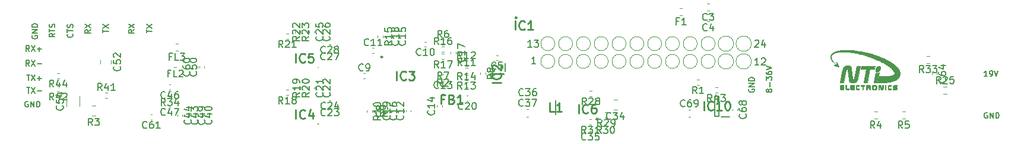
<source format=gto>
G04 #@! TF.GenerationSoftware,KiCad,Pcbnew,(6.0.7)*
G04 #@! TF.CreationDate,2022-09-28T14:11:08+03:00*
G04 #@! TF.ProjectId,dock_rs232,646f636b-5f72-4733-9233-322e6b696361,rev?*
G04 #@! TF.SameCoordinates,Original*
G04 #@! TF.FileFunction,Legend,Top*
G04 #@! TF.FilePolarity,Positive*
%FSLAX46Y46*%
G04 Gerber Fmt 4.6, Leading zero omitted, Abs format (unit mm)*
G04 Created by KiCad (PCBNEW (6.0.7)) date 2022-09-28 14:11:08*
%MOMM*%
%LPD*%
G01*
G04 APERTURE LIST*
%ADD10C,0.010000*%
%ADD11C,0.150000*%
%ADD12C,0.254000*%
%ADD13C,0.120000*%
%ADD14C,0.200000*%
%ADD15C,0.250000*%
%ADD16C,0.100000*%
%ADD17C,0.050000*%
G04 APERTURE END LIST*
D10*
G36*
X339821233Y-105676947D02*
G01*
X339102890Y-105676947D01*
X338754169Y-107554827D01*
X338247889Y-107554827D01*
X338596610Y-105676947D01*
X337874958Y-105676947D01*
X337967033Y-105180721D01*
X339913309Y-105180721D01*
X339821233Y-105676947D01*
G37*
X339821233Y-105676947D02*
X339102890Y-105676947D01*
X338754169Y-107554827D01*
X338247889Y-107554827D01*
X338596610Y-105676947D01*
X337874958Y-105676947D01*
X337967033Y-105180721D01*
X339913309Y-105180721D01*
X339821233Y-105676947D01*
G36*
X334719803Y-105324124D02*
G01*
X334709484Y-105337221D01*
X334059403Y-105099361D01*
X334066308Y-105095642D01*
X334072423Y-105092230D01*
X334082802Y-105086364D01*
X334087322Y-105083928D01*
X334089472Y-105082839D01*
X334091568Y-105081837D01*
X334093629Y-105080923D01*
X334095669Y-105080099D01*
X334097704Y-105079365D01*
X334099752Y-105078723D01*
X334200310Y-105049851D01*
X334250756Y-105035936D01*
X334301364Y-105022764D01*
X334308300Y-105020817D01*
X334314775Y-105018591D01*
X334320799Y-105016076D01*
X334326377Y-105013262D01*
X334329003Y-105011741D01*
X334331520Y-105010141D01*
X334333930Y-105008462D01*
X334336234Y-105006703D01*
X334338433Y-105004862D01*
X334340527Y-105002938D01*
X334342519Y-105000930D01*
X334344408Y-104998837D01*
X334346197Y-104996657D01*
X334347885Y-104994390D01*
X334349474Y-104992034D01*
X334350964Y-104989588D01*
X334352358Y-104987050D01*
X334353655Y-104984421D01*
X334354857Y-104981697D01*
X334355965Y-104978879D01*
X334357903Y-104972955D01*
X334359475Y-104966637D01*
X334360690Y-104959916D01*
X334361557Y-104952783D01*
X334367969Y-104890023D01*
X334374951Y-104827337D01*
X334389735Y-104702090D01*
X334390092Y-104699240D01*
X334390514Y-104696396D01*
X334391525Y-104690723D01*
X334392716Y-104685065D01*
X334394034Y-104679418D01*
X334396841Y-104668138D01*
X334398225Y-104662496D01*
X334399524Y-104656845D01*
X334403377Y-104656077D01*
X334407230Y-104655358D01*
X334411133Y-104654688D01*
X334415135Y-104654068D01*
X334719803Y-105324124D01*
G37*
X334719803Y-105324124D02*
X334709484Y-105337221D01*
X334059403Y-105099361D01*
X334066308Y-105095642D01*
X334072423Y-105092230D01*
X334082802Y-105086364D01*
X334087322Y-105083928D01*
X334089472Y-105082839D01*
X334091568Y-105081837D01*
X334093629Y-105080923D01*
X334095669Y-105080099D01*
X334097704Y-105079365D01*
X334099752Y-105078723D01*
X334200310Y-105049851D01*
X334250756Y-105035936D01*
X334301364Y-105022764D01*
X334308300Y-105020817D01*
X334314775Y-105018591D01*
X334320799Y-105016076D01*
X334326377Y-105013262D01*
X334329003Y-105011741D01*
X334331520Y-105010141D01*
X334333930Y-105008462D01*
X334336234Y-105006703D01*
X334338433Y-105004862D01*
X334340527Y-105002938D01*
X334342519Y-105000930D01*
X334344408Y-104998837D01*
X334346197Y-104996657D01*
X334347885Y-104994390D01*
X334349474Y-104992034D01*
X334350964Y-104989588D01*
X334352358Y-104987050D01*
X334353655Y-104984421D01*
X334354857Y-104981697D01*
X334355965Y-104978879D01*
X334357903Y-104972955D01*
X334359475Y-104966637D01*
X334360690Y-104959916D01*
X334361557Y-104952783D01*
X334367969Y-104890023D01*
X334374951Y-104827337D01*
X334389735Y-104702090D01*
X334390092Y-104699240D01*
X334390514Y-104696396D01*
X334391525Y-104690723D01*
X334392716Y-104685065D01*
X334394034Y-104679418D01*
X334396841Y-104668138D01*
X334398225Y-104662496D01*
X334399524Y-104656845D01*
X334403377Y-104656077D01*
X334407230Y-104655358D01*
X334411133Y-104654688D01*
X334415135Y-104654068D01*
X334719803Y-105324124D01*
G36*
X339031763Y-107951429D02*
G01*
X339043347Y-107952083D01*
X339054526Y-107953001D01*
X339065301Y-107954187D01*
X339075672Y-107955643D01*
X339085641Y-107957369D01*
X339095209Y-107959369D01*
X339104375Y-107961644D01*
X339113142Y-107964196D01*
X339121510Y-107967028D01*
X339129479Y-107970142D01*
X339137052Y-107973539D01*
X339144228Y-107977222D01*
X339151008Y-107981192D01*
X339157394Y-107985453D01*
X339163386Y-107990005D01*
X339168985Y-107994851D01*
X339174192Y-107999993D01*
X339179008Y-108005433D01*
X339183434Y-108011173D01*
X339187470Y-108017216D01*
X339191118Y-108023562D01*
X339194378Y-108030215D01*
X339197251Y-108037176D01*
X339199739Y-108044447D01*
X339201841Y-108052031D01*
X339203559Y-108059930D01*
X339204894Y-108068145D01*
X339205846Y-108076678D01*
X339206417Y-108085532D01*
X339206607Y-108094709D01*
X339206607Y-108146435D01*
X339206287Y-108160163D01*
X339205885Y-108166756D01*
X339205322Y-108173171D01*
X339204597Y-108179408D01*
X339203708Y-108185468D01*
X339202656Y-108191352D01*
X339201439Y-108197060D01*
X339200058Y-108202593D01*
X339198510Y-108207953D01*
X339196796Y-108213140D01*
X339194915Y-108218154D01*
X339192866Y-108222998D01*
X339190648Y-108227671D01*
X339188261Y-108232175D01*
X339185705Y-108236509D01*
X339182978Y-108240677D01*
X339180079Y-108244677D01*
X339177009Y-108248511D01*
X339173766Y-108252180D01*
X339170350Y-108255684D01*
X339166760Y-108259025D01*
X339162996Y-108262203D01*
X339159056Y-108265219D01*
X339154940Y-108268074D01*
X339150648Y-108270769D01*
X339146178Y-108273304D01*
X339141530Y-108275681D01*
X339136704Y-108277901D01*
X339131698Y-108279963D01*
X339126512Y-108281870D01*
X339121146Y-108283622D01*
X339127709Y-108286515D01*
X339134002Y-108289882D01*
X339140019Y-108293716D01*
X339145758Y-108298011D01*
X339151214Y-108302758D01*
X339156383Y-108307953D01*
X339161261Y-108313587D01*
X339165844Y-108319655D01*
X339170127Y-108326148D01*
X339174108Y-108333062D01*
X339177781Y-108340388D01*
X339181142Y-108348120D01*
X339184188Y-108356251D01*
X339186915Y-108364774D01*
X339189318Y-108373684D01*
X339191393Y-108382972D01*
X339238357Y-108602841D01*
X339091778Y-108602841D01*
X339059895Y-108426232D01*
X339059047Y-108421696D01*
X339058091Y-108417268D01*
X339057031Y-108412950D01*
X339055868Y-108408745D01*
X339054605Y-108404655D01*
X339053245Y-108400682D01*
X339051791Y-108396828D01*
X339050244Y-108393097D01*
X339048609Y-108389490D01*
X339046886Y-108386010D01*
X339045080Y-108382659D01*
X339043192Y-108379440D01*
X339041225Y-108376354D01*
X339039182Y-108373405D01*
X339037064Y-108370594D01*
X339034876Y-108367924D01*
X339032619Y-108365398D01*
X339030296Y-108363018D01*
X339027910Y-108360786D01*
X339025462Y-108358704D01*
X339022957Y-108356775D01*
X339020396Y-108355001D01*
X339017782Y-108353385D01*
X339015117Y-108351929D01*
X339012405Y-108350636D01*
X339009647Y-108349507D01*
X339006847Y-108348545D01*
X339004006Y-108347753D01*
X339001128Y-108347133D01*
X338998215Y-108346687D01*
X338995270Y-108346418D01*
X338992295Y-108346328D01*
X338852330Y-108346328D01*
X338852330Y-108215756D01*
X339001687Y-108215756D01*
X339005681Y-108215704D01*
X339009554Y-108215548D01*
X339013304Y-108215290D01*
X339016932Y-108214932D01*
X339020437Y-108214473D01*
X339023818Y-108213916D01*
X339027076Y-108213261D01*
X339030210Y-108212511D01*
X339033220Y-108211665D01*
X339036105Y-108210726D01*
X339038865Y-108209694D01*
X339041500Y-108208570D01*
X339044010Y-108207357D01*
X339046394Y-108206055D01*
X339048652Y-108204665D01*
X339050783Y-108203188D01*
X339052788Y-108201627D01*
X339054665Y-108199981D01*
X339056416Y-108198252D01*
X339058038Y-108196442D01*
X339059533Y-108194551D01*
X339060899Y-108192581D01*
X339062137Y-108190534D01*
X339063246Y-108188409D01*
X339064225Y-108186209D01*
X339065075Y-108183934D01*
X339065795Y-108181586D01*
X339066385Y-108179166D01*
X339066844Y-108176676D01*
X339067172Y-108174116D01*
X339067370Y-108171488D01*
X339067435Y-108168792D01*
X339067435Y-108134000D01*
X339067370Y-108131305D01*
X339067172Y-108128676D01*
X339066844Y-108126116D01*
X339066385Y-108123626D01*
X339065795Y-108121206D01*
X339065075Y-108118858D01*
X339064225Y-108116584D01*
X339063246Y-108114383D01*
X339062137Y-108112259D01*
X339060899Y-108110211D01*
X339059533Y-108108241D01*
X339058039Y-108106350D01*
X339056416Y-108104540D01*
X339054666Y-108102811D01*
X339052788Y-108101166D01*
X339050784Y-108099604D01*
X339048652Y-108098128D01*
X339046395Y-108096738D01*
X339044011Y-108095435D01*
X339041501Y-108094222D01*
X339036105Y-108092067D01*
X339030210Y-108090282D01*
X339023819Y-108088876D01*
X339016932Y-108087861D01*
X339009554Y-108087244D01*
X339001687Y-108087036D01*
X338786581Y-108087036D01*
X338786581Y-108602842D01*
X338647542Y-108602842D01*
X338647542Y-107950908D01*
X339007375Y-107950908D01*
X339031763Y-107951429D01*
G37*
X339031763Y-107951429D02*
X339043347Y-107952083D01*
X339054526Y-107953001D01*
X339065301Y-107954187D01*
X339075672Y-107955643D01*
X339085641Y-107957369D01*
X339095209Y-107959369D01*
X339104375Y-107961644D01*
X339113142Y-107964196D01*
X339121510Y-107967028D01*
X339129479Y-107970142D01*
X339137052Y-107973539D01*
X339144228Y-107977222D01*
X339151008Y-107981192D01*
X339157394Y-107985453D01*
X339163386Y-107990005D01*
X339168985Y-107994851D01*
X339174192Y-107999993D01*
X339179008Y-108005433D01*
X339183434Y-108011173D01*
X339187470Y-108017216D01*
X339191118Y-108023562D01*
X339194378Y-108030215D01*
X339197251Y-108037176D01*
X339199739Y-108044447D01*
X339201841Y-108052031D01*
X339203559Y-108059930D01*
X339204894Y-108068145D01*
X339205846Y-108076678D01*
X339206417Y-108085532D01*
X339206607Y-108094709D01*
X339206607Y-108146435D01*
X339206287Y-108160163D01*
X339205885Y-108166756D01*
X339205322Y-108173171D01*
X339204597Y-108179408D01*
X339203708Y-108185468D01*
X339202656Y-108191352D01*
X339201439Y-108197060D01*
X339200058Y-108202593D01*
X339198510Y-108207953D01*
X339196796Y-108213140D01*
X339194915Y-108218154D01*
X339192866Y-108222998D01*
X339190648Y-108227671D01*
X339188261Y-108232175D01*
X339185705Y-108236509D01*
X339182978Y-108240677D01*
X339180079Y-108244677D01*
X339177009Y-108248511D01*
X339173766Y-108252180D01*
X339170350Y-108255684D01*
X339166760Y-108259025D01*
X339162996Y-108262203D01*
X339159056Y-108265219D01*
X339154940Y-108268074D01*
X339150648Y-108270769D01*
X339146178Y-108273304D01*
X339141530Y-108275681D01*
X339136704Y-108277901D01*
X339131698Y-108279963D01*
X339126512Y-108281870D01*
X339121146Y-108283622D01*
X339127709Y-108286515D01*
X339134002Y-108289882D01*
X339140019Y-108293716D01*
X339145758Y-108298011D01*
X339151214Y-108302758D01*
X339156383Y-108307953D01*
X339161261Y-108313587D01*
X339165844Y-108319655D01*
X339170127Y-108326148D01*
X339174108Y-108333062D01*
X339177781Y-108340388D01*
X339181142Y-108348120D01*
X339184188Y-108356251D01*
X339186915Y-108364774D01*
X339189318Y-108373684D01*
X339191393Y-108382972D01*
X339238357Y-108602841D01*
X339091778Y-108602841D01*
X339059895Y-108426232D01*
X339059047Y-108421696D01*
X339058091Y-108417268D01*
X339057031Y-108412950D01*
X339055868Y-108408745D01*
X339054605Y-108404655D01*
X339053245Y-108400682D01*
X339051791Y-108396828D01*
X339050244Y-108393097D01*
X339048609Y-108389490D01*
X339046886Y-108386010D01*
X339045080Y-108382659D01*
X339043192Y-108379440D01*
X339041225Y-108376354D01*
X339039182Y-108373405D01*
X339037064Y-108370594D01*
X339034876Y-108367924D01*
X339032619Y-108365398D01*
X339030296Y-108363018D01*
X339027910Y-108360786D01*
X339025462Y-108358704D01*
X339022957Y-108356775D01*
X339020396Y-108355001D01*
X339017782Y-108353385D01*
X339015117Y-108351929D01*
X339012405Y-108350636D01*
X339009647Y-108349507D01*
X339006847Y-108348545D01*
X339004006Y-108347753D01*
X339001128Y-108347133D01*
X338998215Y-108346687D01*
X338995270Y-108346418D01*
X338992295Y-108346328D01*
X338852330Y-108346328D01*
X338852330Y-108215756D01*
X339001687Y-108215756D01*
X339005681Y-108215704D01*
X339009554Y-108215548D01*
X339013304Y-108215290D01*
X339016932Y-108214932D01*
X339020437Y-108214473D01*
X339023818Y-108213916D01*
X339027076Y-108213261D01*
X339030210Y-108212511D01*
X339033220Y-108211665D01*
X339036105Y-108210726D01*
X339038865Y-108209694D01*
X339041500Y-108208570D01*
X339044010Y-108207357D01*
X339046394Y-108206055D01*
X339048652Y-108204665D01*
X339050783Y-108203188D01*
X339052788Y-108201627D01*
X339054665Y-108199981D01*
X339056416Y-108198252D01*
X339058038Y-108196442D01*
X339059533Y-108194551D01*
X339060899Y-108192581D01*
X339062137Y-108190534D01*
X339063246Y-108188409D01*
X339064225Y-108186209D01*
X339065075Y-108183934D01*
X339065795Y-108181586D01*
X339066385Y-108179166D01*
X339066844Y-108176676D01*
X339067172Y-108174116D01*
X339067370Y-108171488D01*
X339067435Y-108168792D01*
X339067435Y-108134000D01*
X339067370Y-108131305D01*
X339067172Y-108128676D01*
X339066844Y-108126116D01*
X339066385Y-108123626D01*
X339065795Y-108121206D01*
X339065075Y-108118858D01*
X339064225Y-108116584D01*
X339063246Y-108114383D01*
X339062137Y-108112259D01*
X339060899Y-108110211D01*
X339059533Y-108108241D01*
X339058039Y-108106350D01*
X339056416Y-108104540D01*
X339054666Y-108102811D01*
X339052788Y-108101166D01*
X339050784Y-108099604D01*
X339048652Y-108098128D01*
X339046395Y-108096738D01*
X339044011Y-108095435D01*
X339041501Y-108094222D01*
X339036105Y-108092067D01*
X339030210Y-108090282D01*
X339023819Y-108088876D01*
X339016932Y-108087861D01*
X339009554Y-108087244D01*
X339001687Y-108087036D01*
X338786581Y-108087036D01*
X338786581Y-108602842D01*
X338647542Y-108602842D01*
X338647542Y-107950908D01*
X339007375Y-107950908D01*
X339031763Y-107951429D01*
G36*
X342997689Y-108087433D02*
G01*
X342656641Y-108087433D01*
X342652391Y-108087494D01*
X342648274Y-108087674D01*
X342644290Y-108087975D01*
X342640439Y-108088395D01*
X342636721Y-108088934D01*
X342633136Y-108089592D01*
X342629684Y-108090367D01*
X342626367Y-108091259D01*
X342623182Y-108092269D01*
X342620132Y-108093395D01*
X342617216Y-108094636D01*
X342614434Y-108095993D01*
X342611786Y-108097465D01*
X342609273Y-108099051D01*
X342606894Y-108100751D01*
X342604650Y-108102564D01*
X342602541Y-108104490D01*
X342600567Y-108106528D01*
X342598728Y-108108678D01*
X342597024Y-108110940D01*
X342595456Y-108113312D01*
X342594023Y-108115794D01*
X342592726Y-108118386D01*
X342591565Y-108121087D01*
X342590540Y-108123897D01*
X342589652Y-108126815D01*
X342588899Y-108129841D01*
X342588283Y-108132974D01*
X342587804Y-108136214D01*
X342587461Y-108139560D01*
X342587256Y-108143011D01*
X342587187Y-108146568D01*
X342587256Y-108150122D01*
X342587461Y-108153566D01*
X342587804Y-108156899D01*
X342588283Y-108160122D01*
X342588899Y-108163234D01*
X342589652Y-108166235D01*
X342590540Y-108169125D01*
X342591565Y-108171904D01*
X342592726Y-108174571D01*
X342594023Y-108177127D01*
X342595456Y-108179571D01*
X342597024Y-108181903D01*
X342598728Y-108184123D01*
X342600567Y-108186231D01*
X342602541Y-108188226D01*
X342604650Y-108190109D01*
X342606894Y-108191878D01*
X342609273Y-108193535D01*
X342611786Y-108195079D01*
X342614434Y-108196509D01*
X342617216Y-108197826D01*
X342620132Y-108199030D01*
X342623182Y-108200119D01*
X342626367Y-108201095D01*
X342629684Y-108201956D01*
X342633136Y-108202704D01*
X342640439Y-108203854D01*
X342648274Y-108204546D01*
X342656641Y-108204776D01*
X342803220Y-108204776D01*
X342816339Y-108204998D01*
X342829102Y-108205661D01*
X342841505Y-108206758D01*
X342853544Y-108208286D01*
X342865215Y-108210238D01*
X342876514Y-108212609D01*
X342887438Y-108215394D01*
X342897982Y-108218588D01*
X342908142Y-108222186D01*
X342917915Y-108226182D01*
X342927296Y-108230570D01*
X342936281Y-108235347D01*
X342944867Y-108240505D01*
X342953049Y-108246041D01*
X342960824Y-108251948D01*
X342968187Y-108258222D01*
X342975135Y-108264857D01*
X342981663Y-108271848D01*
X342987768Y-108279190D01*
X342993446Y-108286877D01*
X342998692Y-108294905D01*
X343003503Y-108303267D01*
X343007874Y-108311958D01*
X343011802Y-108320974D01*
X343015283Y-108330309D01*
X343018313Y-108339958D01*
X343020887Y-108349915D01*
X343023003Y-108360175D01*
X343024655Y-108370733D01*
X343025840Y-108381583D01*
X343026554Y-108392721D01*
X343026793Y-108404141D01*
X343026554Y-108415536D01*
X343025840Y-108426652D01*
X343024655Y-108437481D01*
X343023003Y-108448019D01*
X343020888Y-108458261D01*
X343018313Y-108468201D01*
X343015283Y-108477833D01*
X343011803Y-108487154D01*
X343007874Y-108496156D01*
X343003503Y-108504835D01*
X342998692Y-108513186D01*
X342993446Y-108521203D01*
X342987769Y-108528881D01*
X342981664Y-108536215D01*
X342975135Y-108543198D01*
X342968188Y-108549827D01*
X342960824Y-108556095D01*
X342953050Y-108561997D01*
X342944867Y-108567529D01*
X342936282Y-108572683D01*
X342927296Y-108577456D01*
X342917915Y-108581842D01*
X342908143Y-108585836D01*
X342897982Y-108589432D01*
X342887438Y-108592625D01*
X342876514Y-108595409D01*
X342865215Y-108597779D01*
X342853544Y-108599731D01*
X342841505Y-108601258D01*
X342829102Y-108602355D01*
X342816339Y-108603018D01*
X342803220Y-108603240D01*
X342461247Y-108603240D01*
X342461247Y-108466053D01*
X342805998Y-108466053D01*
X342810944Y-108465993D01*
X342815735Y-108465810D01*
X342820372Y-108465506D01*
X342824854Y-108465080D01*
X342829181Y-108464533D01*
X342833353Y-108463864D01*
X342837370Y-108463074D01*
X342841231Y-108462163D01*
X342844937Y-108461130D01*
X342848487Y-108459976D01*
X342851881Y-108458701D01*
X342855119Y-108457305D01*
X342858200Y-108455787D01*
X342861125Y-108454149D01*
X342863894Y-108452389D01*
X342866505Y-108450509D01*
X342868960Y-108448507D01*
X342871257Y-108446385D01*
X342873398Y-108444142D01*
X342875380Y-108441778D01*
X342877206Y-108439293D01*
X342878873Y-108436688D01*
X342880382Y-108433962D01*
X342881733Y-108431116D01*
X342882926Y-108428148D01*
X342883960Y-108425061D01*
X342884836Y-108421853D01*
X342885553Y-108418525D01*
X342886111Y-108415076D01*
X342886509Y-108411507D01*
X342886749Y-108407818D01*
X342886829Y-108404008D01*
X342886749Y-108400187D01*
X342886509Y-108396488D01*
X342886111Y-108392910D01*
X342885553Y-108389454D01*
X342884836Y-108386119D01*
X342883960Y-108382906D01*
X342882926Y-108379815D01*
X342881733Y-108376845D01*
X342880382Y-108373997D01*
X342878873Y-108371270D01*
X342877206Y-108368664D01*
X342875380Y-108366180D01*
X342873398Y-108363818D01*
X342871257Y-108361577D01*
X342868960Y-108359457D01*
X342866505Y-108357458D01*
X342863894Y-108355581D01*
X342861125Y-108353825D01*
X342858200Y-108352190D01*
X342855119Y-108350677D01*
X342851881Y-108349285D01*
X342848487Y-108348014D01*
X342841231Y-108345835D01*
X342833353Y-108344141D01*
X342824854Y-108342931D01*
X342815735Y-108342205D01*
X342805998Y-108341964D01*
X342659419Y-108341964D01*
X342647162Y-108341742D01*
X342635222Y-108341080D01*
X342623605Y-108339985D01*
X342612315Y-108338462D01*
X342601357Y-108336517D01*
X342590736Y-108334157D01*
X342580456Y-108331387D01*
X342570521Y-108328213D01*
X342560937Y-108324642D01*
X342551709Y-108320679D01*
X342542840Y-108316331D01*
X342534336Y-108311602D01*
X342526201Y-108306501D01*
X342518440Y-108301031D01*
X342511058Y-108295200D01*
X342504059Y-108289014D01*
X342497448Y-108282477D01*
X342491230Y-108275598D01*
X342485409Y-108268380D01*
X342479990Y-108260831D01*
X342474977Y-108252957D01*
X342470376Y-108244763D01*
X342466191Y-108236255D01*
X342462427Y-108227440D01*
X342459088Y-108218323D01*
X342456179Y-108208911D01*
X342453704Y-108199210D01*
X342451669Y-108189224D01*
X342450079Y-108178962D01*
X342448936Y-108168427D01*
X342448248Y-108157628D01*
X342448017Y-108146569D01*
X342448248Y-108135509D01*
X342448936Y-108124710D01*
X342450079Y-108114175D01*
X342451669Y-108103913D01*
X342453704Y-108093927D01*
X342456179Y-108084226D01*
X342459088Y-108074813D01*
X342462427Y-108065697D01*
X342466191Y-108056882D01*
X342470376Y-108048374D01*
X342474977Y-108040180D01*
X342479990Y-108032305D01*
X342485409Y-108024756D01*
X342491230Y-108017539D01*
X342497448Y-108010659D01*
X342504059Y-108004123D01*
X342511058Y-107997936D01*
X342518440Y-107992105D01*
X342526201Y-107986636D01*
X342534336Y-107981534D01*
X342542840Y-107976806D01*
X342551709Y-107972457D01*
X342560937Y-107968494D01*
X342570521Y-107964923D01*
X342580456Y-107961749D01*
X342590736Y-107958980D01*
X342601357Y-107956619D01*
X342612315Y-107954675D01*
X342623605Y-107953152D01*
X342635222Y-107952056D01*
X342647162Y-107951395D01*
X342659419Y-107951173D01*
X342997689Y-107951173D01*
X342997689Y-108087433D01*
G37*
X342997689Y-108087433D02*
X342656641Y-108087433D01*
X342652391Y-108087494D01*
X342648274Y-108087674D01*
X342644290Y-108087975D01*
X342640439Y-108088395D01*
X342636721Y-108088934D01*
X342633136Y-108089592D01*
X342629684Y-108090367D01*
X342626367Y-108091259D01*
X342623182Y-108092269D01*
X342620132Y-108093395D01*
X342617216Y-108094636D01*
X342614434Y-108095993D01*
X342611786Y-108097465D01*
X342609273Y-108099051D01*
X342606894Y-108100751D01*
X342604650Y-108102564D01*
X342602541Y-108104490D01*
X342600567Y-108106528D01*
X342598728Y-108108678D01*
X342597024Y-108110940D01*
X342595456Y-108113312D01*
X342594023Y-108115794D01*
X342592726Y-108118386D01*
X342591565Y-108121087D01*
X342590540Y-108123897D01*
X342589652Y-108126815D01*
X342588899Y-108129841D01*
X342588283Y-108132974D01*
X342587804Y-108136214D01*
X342587461Y-108139560D01*
X342587256Y-108143011D01*
X342587187Y-108146568D01*
X342587256Y-108150122D01*
X342587461Y-108153566D01*
X342587804Y-108156899D01*
X342588283Y-108160122D01*
X342588899Y-108163234D01*
X342589652Y-108166235D01*
X342590540Y-108169125D01*
X342591565Y-108171904D01*
X342592726Y-108174571D01*
X342594023Y-108177127D01*
X342595456Y-108179571D01*
X342597024Y-108181903D01*
X342598728Y-108184123D01*
X342600567Y-108186231D01*
X342602541Y-108188226D01*
X342604650Y-108190109D01*
X342606894Y-108191878D01*
X342609273Y-108193535D01*
X342611786Y-108195079D01*
X342614434Y-108196509D01*
X342617216Y-108197826D01*
X342620132Y-108199030D01*
X342623182Y-108200119D01*
X342626367Y-108201095D01*
X342629684Y-108201956D01*
X342633136Y-108202704D01*
X342640439Y-108203854D01*
X342648274Y-108204546D01*
X342656641Y-108204776D01*
X342803220Y-108204776D01*
X342816339Y-108204998D01*
X342829102Y-108205661D01*
X342841505Y-108206758D01*
X342853544Y-108208286D01*
X342865215Y-108210238D01*
X342876514Y-108212609D01*
X342887438Y-108215394D01*
X342897982Y-108218588D01*
X342908142Y-108222186D01*
X342917915Y-108226182D01*
X342927296Y-108230570D01*
X342936281Y-108235347D01*
X342944867Y-108240505D01*
X342953049Y-108246041D01*
X342960824Y-108251948D01*
X342968187Y-108258222D01*
X342975135Y-108264857D01*
X342981663Y-108271848D01*
X342987768Y-108279190D01*
X342993446Y-108286877D01*
X342998692Y-108294905D01*
X343003503Y-108303267D01*
X343007874Y-108311958D01*
X343011802Y-108320974D01*
X343015283Y-108330309D01*
X343018313Y-108339958D01*
X343020887Y-108349915D01*
X343023003Y-108360175D01*
X343024655Y-108370733D01*
X343025840Y-108381583D01*
X343026554Y-108392721D01*
X343026793Y-108404141D01*
X343026554Y-108415536D01*
X343025840Y-108426652D01*
X343024655Y-108437481D01*
X343023003Y-108448019D01*
X343020888Y-108458261D01*
X343018313Y-108468201D01*
X343015283Y-108477833D01*
X343011803Y-108487154D01*
X343007874Y-108496156D01*
X343003503Y-108504835D01*
X342998692Y-108513186D01*
X342993446Y-108521203D01*
X342987769Y-108528881D01*
X342981664Y-108536215D01*
X342975135Y-108543198D01*
X342968188Y-108549827D01*
X342960824Y-108556095D01*
X342953050Y-108561997D01*
X342944867Y-108567529D01*
X342936282Y-108572683D01*
X342927296Y-108577456D01*
X342917915Y-108581842D01*
X342908143Y-108585836D01*
X342897982Y-108589432D01*
X342887438Y-108592625D01*
X342876514Y-108595409D01*
X342865215Y-108597779D01*
X342853544Y-108599731D01*
X342841505Y-108601258D01*
X342829102Y-108602355D01*
X342816339Y-108603018D01*
X342803220Y-108603240D01*
X342461247Y-108603240D01*
X342461247Y-108466053D01*
X342805998Y-108466053D01*
X342810944Y-108465993D01*
X342815735Y-108465810D01*
X342820372Y-108465506D01*
X342824854Y-108465080D01*
X342829181Y-108464533D01*
X342833353Y-108463864D01*
X342837370Y-108463074D01*
X342841231Y-108462163D01*
X342844937Y-108461130D01*
X342848487Y-108459976D01*
X342851881Y-108458701D01*
X342855119Y-108457305D01*
X342858200Y-108455787D01*
X342861125Y-108454149D01*
X342863894Y-108452389D01*
X342866505Y-108450509D01*
X342868960Y-108448507D01*
X342871257Y-108446385D01*
X342873398Y-108444142D01*
X342875380Y-108441778D01*
X342877206Y-108439293D01*
X342878873Y-108436688D01*
X342880382Y-108433962D01*
X342881733Y-108431116D01*
X342882926Y-108428148D01*
X342883960Y-108425061D01*
X342884836Y-108421853D01*
X342885553Y-108418525D01*
X342886111Y-108415076D01*
X342886509Y-108411507D01*
X342886749Y-108407818D01*
X342886829Y-108404008D01*
X342886749Y-108400187D01*
X342886509Y-108396488D01*
X342886111Y-108392910D01*
X342885553Y-108389454D01*
X342884836Y-108386119D01*
X342883960Y-108382906D01*
X342882926Y-108379815D01*
X342881733Y-108376845D01*
X342880382Y-108373997D01*
X342878873Y-108371270D01*
X342877206Y-108368664D01*
X342875380Y-108366180D01*
X342873398Y-108363818D01*
X342871257Y-108361577D01*
X342868960Y-108359457D01*
X342866505Y-108357458D01*
X342863894Y-108355581D01*
X342861125Y-108353825D01*
X342858200Y-108352190D01*
X342855119Y-108350677D01*
X342851881Y-108349285D01*
X342848487Y-108348014D01*
X342841231Y-108345835D01*
X342833353Y-108344141D01*
X342824854Y-108342931D01*
X342815735Y-108342205D01*
X342805998Y-108341964D01*
X342659419Y-108341964D01*
X342647162Y-108341742D01*
X342635222Y-108341080D01*
X342623605Y-108339985D01*
X342612315Y-108338462D01*
X342601357Y-108336517D01*
X342590736Y-108334157D01*
X342580456Y-108331387D01*
X342570521Y-108328213D01*
X342560937Y-108324642D01*
X342551709Y-108320679D01*
X342542840Y-108316331D01*
X342534336Y-108311602D01*
X342526201Y-108306501D01*
X342518440Y-108301031D01*
X342511058Y-108295200D01*
X342504059Y-108289014D01*
X342497448Y-108282477D01*
X342491230Y-108275598D01*
X342485409Y-108268380D01*
X342479990Y-108260831D01*
X342474977Y-108252957D01*
X342470376Y-108244763D01*
X342466191Y-108236255D01*
X342462427Y-108227440D01*
X342459088Y-108218323D01*
X342456179Y-108208911D01*
X342453704Y-108199210D01*
X342451669Y-108189224D01*
X342450079Y-108178962D01*
X342448936Y-108168427D01*
X342448248Y-108157628D01*
X342448017Y-108146569D01*
X342448248Y-108135509D01*
X342448936Y-108124710D01*
X342450079Y-108114175D01*
X342451669Y-108103913D01*
X342453704Y-108093927D01*
X342456179Y-108084226D01*
X342459088Y-108074813D01*
X342462427Y-108065697D01*
X342466191Y-108056882D01*
X342470376Y-108048374D01*
X342474977Y-108040180D01*
X342479990Y-108032305D01*
X342485409Y-108024756D01*
X342491230Y-108017539D01*
X342497448Y-108010659D01*
X342504059Y-108004123D01*
X342511058Y-107997936D01*
X342518440Y-107992105D01*
X342526201Y-107986636D01*
X342534336Y-107981534D01*
X342542840Y-107976806D01*
X342551709Y-107972457D01*
X342560937Y-107968494D01*
X342570521Y-107964923D01*
X342580456Y-107961749D01*
X342590736Y-107958980D01*
X342601357Y-107956619D01*
X342612315Y-107954675D01*
X342623605Y-107953152D01*
X342635222Y-107952056D01*
X342647162Y-107951395D01*
X342659419Y-107951173D01*
X342997689Y-107951173D01*
X342997689Y-108087433D01*
G36*
X335422139Y-108087433D02*
G01*
X335110196Y-108087433D01*
X335099912Y-108087658D01*
X335090521Y-108088352D01*
X335086150Y-108088884D01*
X335081990Y-108089544D01*
X335078038Y-108090336D01*
X335074289Y-108091264D01*
X335070739Y-108092330D01*
X335067385Y-108093538D01*
X335064222Y-108094893D01*
X335061247Y-108096398D01*
X335058456Y-108098056D01*
X335055844Y-108099871D01*
X335053408Y-108101847D01*
X335051144Y-108103986D01*
X335049047Y-108106294D01*
X335047115Y-108108773D01*
X335045342Y-108111427D01*
X335043726Y-108114260D01*
X335042261Y-108117275D01*
X335040944Y-108120476D01*
X335039772Y-108123866D01*
X335038740Y-108127450D01*
X335037844Y-108131230D01*
X335037080Y-108135210D01*
X335035933Y-108143786D01*
X335035269Y-108153207D01*
X335035054Y-108163501D01*
X335035054Y-108204776D01*
X335422139Y-108204776D01*
X335422139Y-108341830D01*
X335035054Y-108341830D01*
X335035054Y-108390646D01*
X335035269Y-108400930D01*
X335035933Y-108410321D01*
X335036444Y-108414692D01*
X335037080Y-108418851D01*
X335037844Y-108422804D01*
X335038740Y-108426553D01*
X335039772Y-108430102D01*
X335040944Y-108433456D01*
X335042261Y-108436619D01*
X335043726Y-108439594D01*
X335045342Y-108442385D01*
X335047115Y-108444997D01*
X335049047Y-108447433D01*
X335051144Y-108449697D01*
X335053408Y-108451794D01*
X335055844Y-108453726D01*
X335058456Y-108455499D01*
X335061247Y-108457116D01*
X335064222Y-108458580D01*
X335067385Y-108459897D01*
X335070739Y-108461069D01*
X335074289Y-108462102D01*
X335078038Y-108462998D01*
X335081990Y-108463761D01*
X335086150Y-108464397D01*
X335090521Y-108464908D01*
X335099912Y-108465573D01*
X335110196Y-108465787D01*
X335422139Y-108465787D01*
X335422139Y-108602974D01*
X335099876Y-108602974D01*
X335073279Y-108602294D01*
X335048767Y-108600224D01*
X335037277Y-108598652D01*
X335026289Y-108596715D01*
X335015797Y-108594406D01*
X335005794Y-108591719D01*
X334996275Y-108588647D01*
X334987232Y-108585187D01*
X334978660Y-108581330D01*
X334970552Y-108577071D01*
X334962901Y-108572404D01*
X334955702Y-108567323D01*
X334948947Y-108561822D01*
X334942631Y-108555895D01*
X334936747Y-108549535D01*
X334931289Y-108542738D01*
X334926251Y-108535496D01*
X334921625Y-108527804D01*
X334917406Y-108519656D01*
X334913587Y-108511046D01*
X334910162Y-108501967D01*
X334907125Y-108492414D01*
X334904469Y-108482380D01*
X334902188Y-108471860D01*
X334900275Y-108460847D01*
X334898724Y-108449336D01*
X334896684Y-108424795D01*
X334896015Y-108398187D01*
X334896015Y-108154902D01*
X334896684Y-108128305D01*
X334898724Y-108103792D01*
X334900275Y-108092303D01*
X334902188Y-108081315D01*
X334904469Y-108070824D01*
X334907125Y-108060822D01*
X334910162Y-108051303D01*
X334913587Y-108042262D01*
X334917406Y-108033691D01*
X334921625Y-108025584D01*
X334926251Y-108017935D01*
X334931289Y-108010738D01*
X334936747Y-108003986D01*
X334942631Y-107997673D01*
X334948947Y-107991793D01*
X334955702Y-107986338D01*
X334962901Y-107981304D01*
X334970552Y-107976683D01*
X334978660Y-107972469D01*
X334987232Y-107968656D01*
X334996275Y-107965237D01*
X335005794Y-107962207D01*
X335015797Y-107959558D01*
X335026289Y-107957285D01*
X335037277Y-107955380D01*
X335048767Y-107953839D01*
X335073279Y-107951819D01*
X335099877Y-107951173D01*
X335422139Y-107951173D01*
X335422139Y-108087433D01*
G37*
X335422139Y-108087433D02*
X335110196Y-108087433D01*
X335099912Y-108087658D01*
X335090521Y-108088352D01*
X335086150Y-108088884D01*
X335081990Y-108089544D01*
X335078038Y-108090336D01*
X335074289Y-108091264D01*
X335070739Y-108092330D01*
X335067385Y-108093538D01*
X335064222Y-108094893D01*
X335061247Y-108096398D01*
X335058456Y-108098056D01*
X335055844Y-108099871D01*
X335053408Y-108101847D01*
X335051144Y-108103986D01*
X335049047Y-108106294D01*
X335047115Y-108108773D01*
X335045342Y-108111427D01*
X335043726Y-108114260D01*
X335042261Y-108117275D01*
X335040944Y-108120476D01*
X335039772Y-108123866D01*
X335038740Y-108127450D01*
X335037844Y-108131230D01*
X335037080Y-108135210D01*
X335035933Y-108143786D01*
X335035269Y-108153207D01*
X335035054Y-108163501D01*
X335035054Y-108204776D01*
X335422139Y-108204776D01*
X335422139Y-108341830D01*
X335035054Y-108341830D01*
X335035054Y-108390646D01*
X335035269Y-108400930D01*
X335035933Y-108410321D01*
X335036444Y-108414692D01*
X335037080Y-108418851D01*
X335037844Y-108422804D01*
X335038740Y-108426553D01*
X335039772Y-108430102D01*
X335040944Y-108433456D01*
X335042261Y-108436619D01*
X335043726Y-108439594D01*
X335045342Y-108442385D01*
X335047115Y-108444997D01*
X335049047Y-108447433D01*
X335051144Y-108449697D01*
X335053408Y-108451794D01*
X335055844Y-108453726D01*
X335058456Y-108455499D01*
X335061247Y-108457116D01*
X335064222Y-108458580D01*
X335067385Y-108459897D01*
X335070739Y-108461069D01*
X335074289Y-108462102D01*
X335078038Y-108462998D01*
X335081990Y-108463761D01*
X335086150Y-108464397D01*
X335090521Y-108464908D01*
X335099912Y-108465573D01*
X335110196Y-108465787D01*
X335422139Y-108465787D01*
X335422139Y-108602974D01*
X335099876Y-108602974D01*
X335073279Y-108602294D01*
X335048767Y-108600224D01*
X335037277Y-108598652D01*
X335026289Y-108596715D01*
X335015797Y-108594406D01*
X335005794Y-108591719D01*
X334996275Y-108588647D01*
X334987232Y-108585187D01*
X334978660Y-108581330D01*
X334970552Y-108577071D01*
X334962901Y-108572404D01*
X334955702Y-108567323D01*
X334948947Y-108561822D01*
X334942631Y-108555895D01*
X334936747Y-108549535D01*
X334931289Y-108542738D01*
X334926251Y-108535496D01*
X334921625Y-108527804D01*
X334917406Y-108519656D01*
X334913587Y-108511046D01*
X334910162Y-108501967D01*
X334907125Y-108492414D01*
X334904469Y-108482380D01*
X334902188Y-108471860D01*
X334900275Y-108460847D01*
X334898724Y-108449336D01*
X334896684Y-108424795D01*
X334896015Y-108398187D01*
X334896015Y-108154902D01*
X334896684Y-108128305D01*
X334898724Y-108103792D01*
X334900275Y-108092303D01*
X334902188Y-108081315D01*
X334904469Y-108070824D01*
X334907125Y-108060822D01*
X334910162Y-108051303D01*
X334913587Y-108042262D01*
X334917406Y-108033691D01*
X334921625Y-108025584D01*
X334926251Y-108017935D01*
X334931289Y-108010738D01*
X334936747Y-108003986D01*
X334942631Y-107997673D01*
X334948947Y-107991793D01*
X334955702Y-107986338D01*
X334962901Y-107981304D01*
X334970552Y-107976683D01*
X334978660Y-107972469D01*
X334987232Y-107968656D01*
X334996275Y-107965237D01*
X335005794Y-107962207D01*
X335015797Y-107959558D01*
X335026289Y-107957285D01*
X335037277Y-107955380D01*
X335048767Y-107953839D01*
X335073279Y-107951819D01*
X335099877Y-107951173D01*
X335422139Y-107951173D01*
X335422139Y-108087433D01*
G36*
X335831714Y-108390778D02*
G01*
X335831939Y-108401062D01*
X335832633Y-108410453D01*
X335833165Y-108414823D01*
X335833825Y-108418983D01*
X335834617Y-108422934D01*
X335835544Y-108426683D01*
X335836610Y-108430231D01*
X335837819Y-108433584D01*
X335839174Y-108436746D01*
X335840678Y-108439719D01*
X335842336Y-108442509D01*
X335844151Y-108445118D01*
X335846127Y-108447552D01*
X335848267Y-108449813D01*
X335850574Y-108451906D01*
X335853053Y-108453835D01*
X335855708Y-108455604D01*
X335858540Y-108457216D01*
X335861555Y-108458675D01*
X335864756Y-108459986D01*
X335868146Y-108461153D01*
X335871730Y-108462178D01*
X335875510Y-108463067D01*
X335879490Y-108463823D01*
X335888067Y-108464952D01*
X335897487Y-108465596D01*
X335907782Y-108465787D01*
X336119184Y-108465787D01*
X336119184Y-108602974D01*
X335897463Y-108602974D01*
X335870855Y-108602294D01*
X335846313Y-108600224D01*
X335834802Y-108598652D01*
X335823790Y-108596715D01*
X335813270Y-108594406D01*
X335803236Y-108591719D01*
X335793683Y-108588647D01*
X335784604Y-108585187D01*
X335775993Y-108581330D01*
X335767845Y-108577071D01*
X335760153Y-108572404D01*
X335752911Y-108567323D01*
X335746114Y-108561822D01*
X335739755Y-108555895D01*
X335733827Y-108549535D01*
X335728326Y-108542738D01*
X335723245Y-108535496D01*
X335718578Y-108527804D01*
X335714319Y-108519656D01*
X335710463Y-108511046D01*
X335707002Y-108501967D01*
X335703930Y-108492414D01*
X335701243Y-108482380D01*
X335698934Y-108471860D01*
X335696997Y-108460847D01*
X335695425Y-108449336D01*
X335693355Y-108424795D01*
X335692675Y-108398187D01*
X335692675Y-107951041D01*
X335831714Y-107951041D01*
X335831714Y-108390778D01*
G37*
X335831714Y-108390778D02*
X335831939Y-108401062D01*
X335832633Y-108410453D01*
X335833165Y-108414823D01*
X335833825Y-108418983D01*
X335834617Y-108422934D01*
X335835544Y-108426683D01*
X335836610Y-108430231D01*
X335837819Y-108433584D01*
X335839174Y-108436746D01*
X335840678Y-108439719D01*
X335842336Y-108442509D01*
X335844151Y-108445118D01*
X335846127Y-108447552D01*
X335848267Y-108449813D01*
X335850574Y-108451906D01*
X335853053Y-108453835D01*
X335855708Y-108455604D01*
X335858540Y-108457216D01*
X335861555Y-108458675D01*
X335864756Y-108459986D01*
X335868146Y-108461153D01*
X335871730Y-108462178D01*
X335875510Y-108463067D01*
X335879490Y-108463823D01*
X335888067Y-108464952D01*
X335897487Y-108465596D01*
X335907782Y-108465787D01*
X336119184Y-108465787D01*
X336119184Y-108602974D01*
X335897463Y-108602974D01*
X335870855Y-108602294D01*
X335846313Y-108600224D01*
X335834802Y-108598652D01*
X335823790Y-108596715D01*
X335813270Y-108594406D01*
X335803236Y-108591719D01*
X335793683Y-108588647D01*
X335784604Y-108585187D01*
X335775993Y-108581330D01*
X335767845Y-108577071D01*
X335760153Y-108572404D01*
X335752911Y-108567323D01*
X335746114Y-108561822D01*
X335739755Y-108555895D01*
X335733827Y-108549535D01*
X335728326Y-108542738D01*
X335723245Y-108535496D01*
X335718578Y-108527804D01*
X335714319Y-108519656D01*
X335710463Y-108511046D01*
X335707002Y-108501967D01*
X335703930Y-108492414D01*
X335701243Y-108482380D01*
X335698934Y-108471860D01*
X335696997Y-108460847D01*
X335695425Y-108449336D01*
X335693355Y-108424795D01*
X335692675Y-108398187D01*
X335692675Y-107951041D01*
X335831714Y-107951041D01*
X335831714Y-108390778D01*
G36*
X342205658Y-108087168D02*
G01*
X341931285Y-108087168D01*
X341926522Y-108087248D01*
X341921908Y-108087487D01*
X341917441Y-108087885D01*
X341913124Y-108088440D01*
X341908955Y-108089154D01*
X341904936Y-108090024D01*
X341901065Y-108091052D01*
X341897344Y-108092235D01*
X341893773Y-108093574D01*
X341890351Y-108095068D01*
X341887079Y-108096716D01*
X341883958Y-108098519D01*
X341880987Y-108100475D01*
X341878166Y-108102585D01*
X341875496Y-108104846D01*
X341872978Y-108107260D01*
X341870610Y-108109826D01*
X341868394Y-108112542D01*
X341866329Y-108115409D01*
X341864416Y-108118426D01*
X341862655Y-108121593D01*
X341861046Y-108124908D01*
X341859589Y-108128372D01*
X341858285Y-108131984D01*
X341857133Y-108135744D01*
X341856135Y-108139650D01*
X341855289Y-108143703D01*
X341854597Y-108147902D01*
X341854059Y-108152246D01*
X341853674Y-108156735D01*
X341853442Y-108161369D01*
X341853365Y-108166146D01*
X341853365Y-108387867D01*
X341853442Y-108392630D01*
X341853672Y-108397245D01*
X341854055Y-108401711D01*
X341854592Y-108406028D01*
X341855281Y-108410197D01*
X341856124Y-108414217D01*
X341857119Y-108418087D01*
X341858266Y-108421808D01*
X341859567Y-108425380D01*
X341861019Y-108428802D01*
X341862624Y-108432073D01*
X341864381Y-108435195D01*
X341866290Y-108438166D01*
X341868351Y-108440986D01*
X341870564Y-108443656D01*
X341872928Y-108446175D01*
X341875444Y-108448543D01*
X341878111Y-108450759D01*
X341880930Y-108452824D01*
X341883900Y-108454737D01*
X341887021Y-108456498D01*
X341890292Y-108458107D01*
X341893715Y-108459563D01*
X341897288Y-108460867D01*
X341901012Y-108462019D01*
X341904887Y-108463017D01*
X341908911Y-108463863D01*
X341913086Y-108464555D01*
X341917411Y-108465094D01*
X341921886Y-108465479D01*
X341926511Y-108465710D01*
X341931285Y-108465787D01*
X342205658Y-108465787D01*
X342205658Y-108602974D01*
X341918188Y-108602974D01*
X341906360Y-108602749D01*
X341894839Y-108602078D01*
X341883631Y-108600965D01*
X341872738Y-108599416D01*
X341862167Y-108597434D01*
X341851921Y-108595026D01*
X341842004Y-108592195D01*
X341832422Y-108588947D01*
X341823179Y-108585285D01*
X341814279Y-108581216D01*
X341805727Y-108576744D01*
X341797526Y-108571873D01*
X341789683Y-108566609D01*
X341782200Y-108560956D01*
X341775083Y-108554919D01*
X341768335Y-108548503D01*
X341761963Y-108541712D01*
X341755968Y-108534552D01*
X341750358Y-108527027D01*
X341745135Y-108519142D01*
X341740304Y-108510901D01*
X341735870Y-108502311D01*
X341731837Y-108493375D01*
X341728210Y-108484097D01*
X341724992Y-108474484D01*
X341722190Y-108464540D01*
X341719806Y-108454269D01*
X341717845Y-108443677D01*
X341716313Y-108432768D01*
X341715213Y-108421546D01*
X341714549Y-108410018D01*
X341714327Y-108398187D01*
X341714327Y-108154902D01*
X341714549Y-108143074D01*
X341715213Y-108131553D01*
X341716313Y-108120344D01*
X341717845Y-108109451D01*
X341719806Y-108098879D01*
X341722190Y-108088633D01*
X341724992Y-108078716D01*
X341728210Y-108069133D01*
X341731837Y-108059889D01*
X341735870Y-108050988D01*
X341740304Y-108042434D01*
X341745135Y-108034232D01*
X341750358Y-108026387D01*
X341755968Y-108018902D01*
X341761963Y-108011782D01*
X341768335Y-108005032D01*
X341775083Y-107998656D01*
X341782200Y-107992658D01*
X341789683Y-107987043D01*
X341797526Y-107981815D01*
X341805727Y-107976980D01*
X341814279Y-107972540D01*
X341823179Y-107968501D01*
X341832422Y-107964867D01*
X341842004Y-107961642D01*
X341851921Y-107958832D01*
X341862167Y-107956439D01*
X341872738Y-107954470D01*
X341883631Y-107952928D01*
X341894839Y-107951817D01*
X341906360Y-107951142D01*
X341918188Y-107950908D01*
X342205658Y-107950908D01*
X342205658Y-108087168D01*
G37*
X342205658Y-108087168D02*
X341931285Y-108087168D01*
X341926522Y-108087248D01*
X341921908Y-108087487D01*
X341917441Y-108087885D01*
X341913124Y-108088440D01*
X341908955Y-108089154D01*
X341904936Y-108090024D01*
X341901065Y-108091052D01*
X341897344Y-108092235D01*
X341893773Y-108093574D01*
X341890351Y-108095068D01*
X341887079Y-108096716D01*
X341883958Y-108098519D01*
X341880987Y-108100475D01*
X341878166Y-108102585D01*
X341875496Y-108104846D01*
X341872978Y-108107260D01*
X341870610Y-108109826D01*
X341868394Y-108112542D01*
X341866329Y-108115409D01*
X341864416Y-108118426D01*
X341862655Y-108121593D01*
X341861046Y-108124908D01*
X341859589Y-108128372D01*
X341858285Y-108131984D01*
X341857133Y-108135744D01*
X341856135Y-108139650D01*
X341855289Y-108143703D01*
X341854597Y-108147902D01*
X341854059Y-108152246D01*
X341853674Y-108156735D01*
X341853442Y-108161369D01*
X341853365Y-108166146D01*
X341853365Y-108387867D01*
X341853442Y-108392630D01*
X341853672Y-108397245D01*
X341854055Y-108401711D01*
X341854592Y-108406028D01*
X341855281Y-108410197D01*
X341856124Y-108414217D01*
X341857119Y-108418087D01*
X341858266Y-108421808D01*
X341859567Y-108425380D01*
X341861019Y-108428802D01*
X341862624Y-108432073D01*
X341864381Y-108435195D01*
X341866290Y-108438166D01*
X341868351Y-108440986D01*
X341870564Y-108443656D01*
X341872928Y-108446175D01*
X341875444Y-108448543D01*
X341878111Y-108450759D01*
X341880930Y-108452824D01*
X341883900Y-108454737D01*
X341887021Y-108456498D01*
X341890292Y-108458107D01*
X341893715Y-108459563D01*
X341897288Y-108460867D01*
X341901012Y-108462019D01*
X341904887Y-108463017D01*
X341908911Y-108463863D01*
X341913086Y-108464555D01*
X341917411Y-108465094D01*
X341921886Y-108465479D01*
X341926511Y-108465710D01*
X341931285Y-108465787D01*
X342205658Y-108465787D01*
X342205658Y-108602974D01*
X341918188Y-108602974D01*
X341906360Y-108602749D01*
X341894839Y-108602078D01*
X341883631Y-108600965D01*
X341872738Y-108599416D01*
X341862167Y-108597434D01*
X341851921Y-108595026D01*
X341842004Y-108592195D01*
X341832422Y-108588947D01*
X341823179Y-108585285D01*
X341814279Y-108581216D01*
X341805727Y-108576744D01*
X341797526Y-108571873D01*
X341789683Y-108566609D01*
X341782200Y-108560956D01*
X341775083Y-108554919D01*
X341768335Y-108548503D01*
X341761963Y-108541712D01*
X341755968Y-108534552D01*
X341750358Y-108527027D01*
X341745135Y-108519142D01*
X341740304Y-108510901D01*
X341735870Y-108502311D01*
X341731837Y-108493375D01*
X341728210Y-108484097D01*
X341724992Y-108474484D01*
X341722190Y-108464540D01*
X341719806Y-108454269D01*
X341717845Y-108443677D01*
X341716313Y-108432768D01*
X341715213Y-108421546D01*
X341714549Y-108410018D01*
X341714327Y-108398187D01*
X341714327Y-108154902D01*
X341714549Y-108143074D01*
X341715213Y-108131553D01*
X341716313Y-108120344D01*
X341717845Y-108109451D01*
X341719806Y-108098879D01*
X341722190Y-108088633D01*
X341724992Y-108078716D01*
X341728210Y-108069133D01*
X341731837Y-108059889D01*
X341735870Y-108050988D01*
X341740304Y-108042434D01*
X341745135Y-108034232D01*
X341750358Y-108026387D01*
X341755968Y-108018902D01*
X341761963Y-108011782D01*
X341768335Y-108005032D01*
X341775083Y-107998656D01*
X341782200Y-107992658D01*
X341789683Y-107987043D01*
X341797526Y-107981815D01*
X341805727Y-107976980D01*
X341814279Y-107972540D01*
X341823179Y-107968501D01*
X341832422Y-107964867D01*
X341842004Y-107961642D01*
X341851921Y-107958832D01*
X341862167Y-107956439D01*
X341872738Y-107954470D01*
X341883631Y-107952928D01*
X341894839Y-107951817D01*
X341906360Y-107951142D01*
X341918188Y-107950908D01*
X342205658Y-107950908D01*
X342205658Y-108087168D01*
G36*
X336881184Y-108087433D02*
G01*
X336569240Y-108087433D01*
X336558956Y-108087658D01*
X336549565Y-108088352D01*
X336545194Y-108088884D01*
X336541034Y-108089544D01*
X336537082Y-108090336D01*
X336533333Y-108091264D01*
X336529784Y-108092330D01*
X336526430Y-108093538D01*
X336523267Y-108094893D01*
X336520292Y-108096398D01*
X336517500Y-108098056D01*
X336514889Y-108099871D01*
X336512453Y-108101847D01*
X336510188Y-108103986D01*
X336508092Y-108106294D01*
X336506159Y-108108773D01*
X336504387Y-108111427D01*
X336502770Y-108114260D01*
X336501305Y-108117275D01*
X336499989Y-108120476D01*
X336498816Y-108123866D01*
X336497784Y-108127450D01*
X336496888Y-108131230D01*
X336496124Y-108135210D01*
X336494978Y-108143786D01*
X336494313Y-108153207D01*
X336494098Y-108163501D01*
X336494098Y-108204776D01*
X336881184Y-108204776D01*
X336881184Y-108341830D01*
X336494098Y-108341830D01*
X336494098Y-108390646D01*
X336494313Y-108400930D01*
X336494978Y-108410321D01*
X336495489Y-108414692D01*
X336496124Y-108418851D01*
X336496888Y-108422804D01*
X336497784Y-108426553D01*
X336498816Y-108430102D01*
X336499989Y-108433456D01*
X336501305Y-108436619D01*
X336502770Y-108439594D01*
X336504387Y-108442385D01*
X336506159Y-108444997D01*
X336508092Y-108447433D01*
X336510188Y-108449697D01*
X336512453Y-108451794D01*
X336514889Y-108453726D01*
X336517500Y-108455499D01*
X336520292Y-108457116D01*
X336523267Y-108458580D01*
X336526430Y-108459897D01*
X336529784Y-108461069D01*
X336533333Y-108462102D01*
X336537082Y-108462998D01*
X336541034Y-108463761D01*
X336545194Y-108464397D01*
X336549565Y-108464908D01*
X336558956Y-108465573D01*
X336569240Y-108465787D01*
X336881184Y-108465787D01*
X336881184Y-108602974D01*
X336558921Y-108602974D01*
X336532324Y-108602294D01*
X336507811Y-108600224D01*
X336496321Y-108598652D01*
X336485334Y-108596715D01*
X336474842Y-108594406D01*
X336464839Y-108591719D01*
X336455320Y-108588647D01*
X336446277Y-108585187D01*
X336437705Y-108581330D01*
X336429597Y-108577071D01*
X336421946Y-108572404D01*
X336414747Y-108567323D01*
X336407992Y-108561822D01*
X336401676Y-108555895D01*
X336395792Y-108549535D01*
X336390334Y-108542738D01*
X336385296Y-108535496D01*
X336380670Y-108527804D01*
X336376451Y-108519656D01*
X336372632Y-108511046D01*
X336369207Y-108501967D01*
X336366170Y-108492414D01*
X336363514Y-108482380D01*
X336361233Y-108471860D01*
X336359320Y-108460847D01*
X336357769Y-108449336D01*
X336355729Y-108424795D01*
X336355060Y-108398187D01*
X336355060Y-108154902D01*
X336355729Y-108128305D01*
X336357769Y-108103792D01*
X336359320Y-108092303D01*
X336361233Y-108081315D01*
X336363514Y-108070824D01*
X336366170Y-108060822D01*
X336369207Y-108051303D01*
X336372632Y-108042262D01*
X336376451Y-108033691D01*
X336380670Y-108025584D01*
X336385296Y-108017935D01*
X336390334Y-108010738D01*
X336395792Y-108003986D01*
X336401676Y-107997673D01*
X336407992Y-107991793D01*
X336414747Y-107986338D01*
X336421946Y-107981304D01*
X336429597Y-107976683D01*
X336437705Y-107972469D01*
X336446277Y-107968656D01*
X336455320Y-107965237D01*
X336464839Y-107962207D01*
X336474842Y-107959558D01*
X336485334Y-107957285D01*
X336496321Y-107955380D01*
X336507811Y-107953839D01*
X336532324Y-107951819D01*
X336558921Y-107951173D01*
X336881184Y-107951173D01*
X336881184Y-108087433D01*
G37*
X336881184Y-108087433D02*
X336569240Y-108087433D01*
X336558956Y-108087658D01*
X336549565Y-108088352D01*
X336545194Y-108088884D01*
X336541034Y-108089544D01*
X336537082Y-108090336D01*
X336533333Y-108091264D01*
X336529784Y-108092330D01*
X336526430Y-108093538D01*
X336523267Y-108094893D01*
X336520292Y-108096398D01*
X336517500Y-108098056D01*
X336514889Y-108099871D01*
X336512453Y-108101847D01*
X336510188Y-108103986D01*
X336508092Y-108106294D01*
X336506159Y-108108773D01*
X336504387Y-108111427D01*
X336502770Y-108114260D01*
X336501305Y-108117275D01*
X336499989Y-108120476D01*
X336498816Y-108123866D01*
X336497784Y-108127450D01*
X336496888Y-108131230D01*
X336496124Y-108135210D01*
X336494978Y-108143786D01*
X336494313Y-108153207D01*
X336494098Y-108163501D01*
X336494098Y-108204776D01*
X336881184Y-108204776D01*
X336881184Y-108341830D01*
X336494098Y-108341830D01*
X336494098Y-108390646D01*
X336494313Y-108400930D01*
X336494978Y-108410321D01*
X336495489Y-108414692D01*
X336496124Y-108418851D01*
X336496888Y-108422804D01*
X336497784Y-108426553D01*
X336498816Y-108430102D01*
X336499989Y-108433456D01*
X336501305Y-108436619D01*
X336502770Y-108439594D01*
X336504387Y-108442385D01*
X336506159Y-108444997D01*
X336508092Y-108447433D01*
X336510188Y-108449697D01*
X336512453Y-108451794D01*
X336514889Y-108453726D01*
X336517500Y-108455499D01*
X336520292Y-108457116D01*
X336523267Y-108458580D01*
X336526430Y-108459897D01*
X336529784Y-108461069D01*
X336533333Y-108462102D01*
X336537082Y-108462998D01*
X336541034Y-108463761D01*
X336545194Y-108464397D01*
X336549565Y-108464908D01*
X336558956Y-108465573D01*
X336569240Y-108465787D01*
X336881184Y-108465787D01*
X336881184Y-108602974D01*
X336558921Y-108602974D01*
X336532324Y-108602294D01*
X336507811Y-108600224D01*
X336496321Y-108598652D01*
X336485334Y-108596715D01*
X336474842Y-108594406D01*
X336464839Y-108591719D01*
X336455320Y-108588647D01*
X336446277Y-108585187D01*
X336437705Y-108581330D01*
X336429597Y-108577071D01*
X336421946Y-108572404D01*
X336414747Y-108567323D01*
X336407992Y-108561822D01*
X336401676Y-108555895D01*
X336395792Y-108549535D01*
X336390334Y-108542738D01*
X336385296Y-108535496D01*
X336380670Y-108527804D01*
X336376451Y-108519656D01*
X336372632Y-108511046D01*
X336369207Y-108501967D01*
X336366170Y-108492414D01*
X336363514Y-108482380D01*
X336361233Y-108471860D01*
X336359320Y-108460847D01*
X336357769Y-108449336D01*
X336355729Y-108424795D01*
X336355060Y-108398187D01*
X336355060Y-108154902D01*
X336355729Y-108128305D01*
X336357769Y-108103792D01*
X336359320Y-108092303D01*
X336361233Y-108081315D01*
X336363514Y-108070824D01*
X336366170Y-108060822D01*
X336369207Y-108051303D01*
X336372632Y-108042262D01*
X336376451Y-108033691D01*
X336380670Y-108025584D01*
X336385296Y-108017935D01*
X336390334Y-108010738D01*
X336395792Y-108003986D01*
X336401676Y-107997673D01*
X336407992Y-107991793D01*
X336414747Y-107986338D01*
X336421946Y-107981304D01*
X336429597Y-107976683D01*
X336437705Y-107972469D01*
X336446277Y-107968656D01*
X336455320Y-107965237D01*
X336464839Y-107962207D01*
X336474842Y-107959558D01*
X336485334Y-107957285D01*
X336496321Y-107955380D01*
X336507811Y-107953839D01*
X336532324Y-107951819D01*
X336558921Y-107951173D01*
X336881184Y-107951173D01*
X336881184Y-108087433D01*
G36*
X340558542Y-107938497D02*
G01*
X340567400Y-107939190D01*
X340575940Y-107940164D01*
X340584170Y-107941420D01*
X340592098Y-107942959D01*
X340599731Y-107944785D01*
X340607077Y-107946897D01*
X340614143Y-107949298D01*
X340620938Y-107951990D01*
X340627470Y-107954974D01*
X340633745Y-107958252D01*
X340639772Y-107961827D01*
X340645558Y-107965698D01*
X340651112Y-107969869D01*
X340656440Y-107974341D01*
X340661551Y-107979116D01*
X340666452Y-107984195D01*
X340671151Y-107989580D01*
X340675656Y-107995273D01*
X340679975Y-108001275D01*
X340684114Y-108007589D01*
X340691888Y-108021158D01*
X340699039Y-108035992D01*
X340705630Y-108052106D01*
X340711722Y-108069513D01*
X340717377Y-108088227D01*
X340815141Y-108433905D01*
X340816698Y-108439361D01*
X340818263Y-108444466D01*
X340819862Y-108449220D01*
X340821520Y-108453623D01*
X340823263Y-108457675D01*
X340824174Y-108459569D01*
X340825117Y-108461376D01*
X340826094Y-108463094D01*
X340827108Y-108464725D01*
X340828163Y-108466267D01*
X340829263Y-108467722D01*
X340830409Y-108469089D01*
X340831606Y-108470368D01*
X340832857Y-108471558D01*
X340834165Y-108472661D01*
X340835533Y-108473676D01*
X340836965Y-108474602D01*
X340838464Y-108475441D01*
X340840032Y-108476191D01*
X340841674Y-108476853D01*
X340843392Y-108477427D01*
X340845190Y-108477912D01*
X340847071Y-108478310D01*
X340849038Y-108478619D01*
X340851095Y-108478840D01*
X340853244Y-108478972D01*
X340855489Y-108479016D01*
X340857580Y-108478975D01*
X340859608Y-108478852D01*
X340861575Y-108478647D01*
X340863479Y-108478361D01*
X340865321Y-108477992D01*
X340867101Y-108477543D01*
X340868817Y-108477012D01*
X340870469Y-108476400D01*
X340872058Y-108475706D01*
X340873583Y-108474932D01*
X340875044Y-108474078D01*
X340876439Y-108473142D01*
X340877770Y-108472127D01*
X340879036Y-108471031D01*
X340880235Y-108469855D01*
X340881369Y-108468599D01*
X340882437Y-108467263D01*
X340883438Y-108465847D01*
X340884372Y-108464352D01*
X340885238Y-108462777D01*
X340886038Y-108461123D01*
X340886769Y-108459390D01*
X340887432Y-108457578D01*
X340888027Y-108455688D01*
X340888553Y-108453718D01*
X340889010Y-108451670D01*
X340889715Y-108447339D01*
X340890140Y-108442696D01*
X340890282Y-108437741D01*
X340890282Y-107950909D01*
X341029321Y-107950909D01*
X341029321Y-108453485D01*
X341029134Y-108462972D01*
X341028577Y-108472207D01*
X341027654Y-108481187D01*
X341026368Y-108489908D01*
X341024723Y-108498367D01*
X341022724Y-108506562D01*
X341020375Y-108514488D01*
X341017679Y-108522143D01*
X341014640Y-108529523D01*
X341011263Y-108536626D01*
X341007551Y-108543447D01*
X341003508Y-108549984D01*
X340999139Y-108556234D01*
X340994447Y-108562193D01*
X340989436Y-108567858D01*
X340984110Y-108573226D01*
X340978474Y-108578293D01*
X340972530Y-108583057D01*
X340966284Y-108587515D01*
X340959739Y-108591662D01*
X340952898Y-108595495D01*
X340945767Y-108599013D01*
X340938349Y-108602211D01*
X340930648Y-108605085D01*
X340922668Y-108607634D01*
X340914412Y-108609853D01*
X340905886Y-108611740D01*
X340897092Y-108613291D01*
X340888036Y-108614503D01*
X340878720Y-108615372D01*
X340869149Y-108615896D01*
X340859326Y-108616072D01*
X340840626Y-108615519D01*
X340831768Y-108614826D01*
X340823227Y-108613852D01*
X340814997Y-108612596D01*
X340807070Y-108611057D01*
X340799437Y-108609232D01*
X340792091Y-108607119D01*
X340785025Y-108604718D01*
X340778229Y-108602026D01*
X340771698Y-108599042D01*
X340765423Y-108595764D01*
X340759396Y-108592189D01*
X340753610Y-108588318D01*
X340748056Y-108584147D01*
X340742728Y-108579675D01*
X340737617Y-108574900D01*
X340732716Y-108569821D01*
X340728017Y-108564436D01*
X340723512Y-108558743D01*
X340719193Y-108552740D01*
X340715054Y-108546427D01*
X340707280Y-108532858D01*
X340700129Y-108518024D01*
X340693538Y-108501910D01*
X340687446Y-108484502D01*
X340681791Y-108465788D01*
X340584027Y-108120110D01*
X340582448Y-108114655D01*
X340580866Y-108109550D01*
X340579257Y-108104796D01*
X340577593Y-108100393D01*
X340575847Y-108096341D01*
X340574935Y-108094446D01*
X340573993Y-108092640D01*
X340573018Y-108090921D01*
X340572005Y-108089291D01*
X340570952Y-108087748D01*
X340569856Y-108086293D01*
X340568712Y-108084927D01*
X340567519Y-108083648D01*
X340566272Y-108082457D01*
X340564968Y-108081354D01*
X340563604Y-108080340D01*
X340562176Y-108079413D01*
X340560682Y-108078575D01*
X340559117Y-108077825D01*
X340557479Y-108077162D01*
X340555765Y-108076589D01*
X340553970Y-108076103D01*
X340552092Y-108075706D01*
X340550127Y-108075396D01*
X340548072Y-108075176D01*
X340545923Y-108075043D01*
X340543678Y-108074999D01*
X340539560Y-108075153D01*
X340537593Y-108075345D01*
X340535688Y-108075615D01*
X340533846Y-108075962D01*
X340532067Y-108076387D01*
X340530351Y-108076890D01*
X340528698Y-108077471D01*
X340527109Y-108078130D01*
X340525585Y-108078868D01*
X340524124Y-108079684D01*
X340522729Y-108080580D01*
X340521398Y-108081554D01*
X340520132Y-108082608D01*
X340518933Y-108083741D01*
X340517799Y-108084954D01*
X340516731Y-108086246D01*
X340515731Y-108087619D01*
X340514797Y-108089072D01*
X340513930Y-108090605D01*
X340513130Y-108092219D01*
X340512399Y-108093914D01*
X340511736Y-108095689D01*
X340511141Y-108097546D01*
X340510615Y-108099484D01*
X340510158Y-108101504D01*
X340509771Y-108103606D01*
X340509453Y-108105790D01*
X340509028Y-108110403D01*
X340508886Y-108115348D01*
X340508886Y-108602974D01*
X340369847Y-108602974D01*
X340369847Y-108099472D01*
X340370034Y-108090000D01*
X340370591Y-108080784D01*
X340371514Y-108071828D01*
X340372800Y-108063133D01*
X340374444Y-108054704D01*
X340376443Y-108046543D01*
X340378793Y-108038653D01*
X340381489Y-108031036D01*
X340384527Y-108023696D01*
X340387905Y-108016636D01*
X340391617Y-108009859D01*
X340395659Y-108003367D01*
X340400029Y-107997163D01*
X340404721Y-107991250D01*
X340409732Y-107985632D01*
X340415057Y-107980311D01*
X340420694Y-107975289D01*
X340426637Y-107970571D01*
X340432884Y-107966158D01*
X340439429Y-107962054D01*
X340446269Y-107958262D01*
X340453400Y-107954784D01*
X340460819Y-107951624D01*
X340468520Y-107948784D01*
X340476500Y-107946267D01*
X340484755Y-107944077D01*
X340493282Y-107942215D01*
X340502075Y-107940685D01*
X340511132Y-107939490D01*
X340520448Y-107938633D01*
X340530019Y-107938117D01*
X340539841Y-107937944D01*
X340558542Y-107938497D01*
G37*
X340558542Y-107938497D02*
X340567400Y-107939190D01*
X340575940Y-107940164D01*
X340584170Y-107941420D01*
X340592098Y-107942959D01*
X340599731Y-107944785D01*
X340607077Y-107946897D01*
X340614143Y-107949298D01*
X340620938Y-107951990D01*
X340627470Y-107954974D01*
X340633745Y-107958252D01*
X340639772Y-107961827D01*
X340645558Y-107965698D01*
X340651112Y-107969869D01*
X340656440Y-107974341D01*
X340661551Y-107979116D01*
X340666452Y-107984195D01*
X340671151Y-107989580D01*
X340675656Y-107995273D01*
X340679975Y-108001275D01*
X340684114Y-108007589D01*
X340691888Y-108021158D01*
X340699039Y-108035992D01*
X340705630Y-108052106D01*
X340711722Y-108069513D01*
X340717377Y-108088227D01*
X340815141Y-108433905D01*
X340816698Y-108439361D01*
X340818263Y-108444466D01*
X340819862Y-108449220D01*
X340821520Y-108453623D01*
X340823263Y-108457675D01*
X340824174Y-108459569D01*
X340825117Y-108461376D01*
X340826094Y-108463094D01*
X340827108Y-108464725D01*
X340828163Y-108466267D01*
X340829263Y-108467722D01*
X340830409Y-108469089D01*
X340831606Y-108470368D01*
X340832857Y-108471558D01*
X340834165Y-108472661D01*
X340835533Y-108473676D01*
X340836965Y-108474602D01*
X340838464Y-108475441D01*
X340840032Y-108476191D01*
X340841674Y-108476853D01*
X340843392Y-108477427D01*
X340845190Y-108477912D01*
X340847071Y-108478310D01*
X340849038Y-108478619D01*
X340851095Y-108478840D01*
X340853244Y-108478972D01*
X340855489Y-108479016D01*
X340857580Y-108478975D01*
X340859608Y-108478852D01*
X340861575Y-108478647D01*
X340863479Y-108478361D01*
X340865321Y-108477992D01*
X340867101Y-108477543D01*
X340868817Y-108477012D01*
X340870469Y-108476400D01*
X340872058Y-108475706D01*
X340873583Y-108474932D01*
X340875044Y-108474078D01*
X340876439Y-108473142D01*
X340877770Y-108472127D01*
X340879036Y-108471031D01*
X340880235Y-108469855D01*
X340881369Y-108468599D01*
X340882437Y-108467263D01*
X340883438Y-108465847D01*
X340884372Y-108464352D01*
X340885238Y-108462777D01*
X340886038Y-108461123D01*
X340886769Y-108459390D01*
X340887432Y-108457578D01*
X340888027Y-108455688D01*
X340888553Y-108453718D01*
X340889010Y-108451670D01*
X340889715Y-108447339D01*
X340890140Y-108442696D01*
X340890282Y-108437741D01*
X340890282Y-107950909D01*
X341029321Y-107950909D01*
X341029321Y-108453485D01*
X341029134Y-108462972D01*
X341028577Y-108472207D01*
X341027654Y-108481187D01*
X341026368Y-108489908D01*
X341024723Y-108498367D01*
X341022724Y-108506562D01*
X341020375Y-108514488D01*
X341017679Y-108522143D01*
X341014640Y-108529523D01*
X341011263Y-108536626D01*
X341007551Y-108543447D01*
X341003508Y-108549984D01*
X340999139Y-108556234D01*
X340994447Y-108562193D01*
X340989436Y-108567858D01*
X340984110Y-108573226D01*
X340978474Y-108578293D01*
X340972530Y-108583057D01*
X340966284Y-108587515D01*
X340959739Y-108591662D01*
X340952898Y-108595495D01*
X340945767Y-108599013D01*
X340938349Y-108602211D01*
X340930648Y-108605085D01*
X340922668Y-108607634D01*
X340914412Y-108609853D01*
X340905886Y-108611740D01*
X340897092Y-108613291D01*
X340888036Y-108614503D01*
X340878720Y-108615372D01*
X340869149Y-108615896D01*
X340859326Y-108616072D01*
X340840626Y-108615519D01*
X340831768Y-108614826D01*
X340823227Y-108613852D01*
X340814997Y-108612596D01*
X340807070Y-108611057D01*
X340799437Y-108609232D01*
X340792091Y-108607119D01*
X340785025Y-108604718D01*
X340778229Y-108602026D01*
X340771698Y-108599042D01*
X340765423Y-108595764D01*
X340759396Y-108592189D01*
X340753610Y-108588318D01*
X340748056Y-108584147D01*
X340742728Y-108579675D01*
X340737617Y-108574900D01*
X340732716Y-108569821D01*
X340728017Y-108564436D01*
X340723512Y-108558743D01*
X340719193Y-108552740D01*
X340715054Y-108546427D01*
X340707280Y-108532858D01*
X340700129Y-108518024D01*
X340693538Y-108501910D01*
X340687446Y-108484502D01*
X340681791Y-108465788D01*
X340584027Y-108120110D01*
X340582448Y-108114655D01*
X340580866Y-108109550D01*
X340579257Y-108104796D01*
X340577593Y-108100393D01*
X340575847Y-108096341D01*
X340574935Y-108094446D01*
X340573993Y-108092640D01*
X340573018Y-108090921D01*
X340572005Y-108089291D01*
X340570952Y-108087748D01*
X340569856Y-108086293D01*
X340568712Y-108084927D01*
X340567519Y-108083648D01*
X340566272Y-108082457D01*
X340564968Y-108081354D01*
X340563604Y-108080340D01*
X340562176Y-108079413D01*
X340560682Y-108078575D01*
X340559117Y-108077825D01*
X340557479Y-108077162D01*
X340555765Y-108076589D01*
X340553970Y-108076103D01*
X340552092Y-108075706D01*
X340550127Y-108075396D01*
X340548072Y-108075176D01*
X340545923Y-108075043D01*
X340543678Y-108074999D01*
X340539560Y-108075153D01*
X340537593Y-108075345D01*
X340535688Y-108075615D01*
X340533846Y-108075962D01*
X340532067Y-108076387D01*
X340530351Y-108076890D01*
X340528698Y-108077471D01*
X340527109Y-108078130D01*
X340525585Y-108078868D01*
X340524124Y-108079684D01*
X340522729Y-108080580D01*
X340521398Y-108081554D01*
X340520132Y-108082608D01*
X340518933Y-108083741D01*
X340517799Y-108084954D01*
X340516731Y-108086246D01*
X340515731Y-108087619D01*
X340514797Y-108089072D01*
X340513930Y-108090605D01*
X340513130Y-108092219D01*
X340512399Y-108093914D01*
X340511736Y-108095689D01*
X340511141Y-108097546D01*
X340510615Y-108099484D01*
X340510158Y-108101504D01*
X340509771Y-108103606D01*
X340509453Y-108105790D01*
X340509028Y-108110403D01*
X340508886Y-108115348D01*
X340508886Y-108602974D01*
X340369847Y-108602974D01*
X340369847Y-108099472D01*
X340370034Y-108090000D01*
X340370591Y-108080784D01*
X340371514Y-108071828D01*
X340372800Y-108063133D01*
X340374444Y-108054704D01*
X340376443Y-108046543D01*
X340378793Y-108038653D01*
X340381489Y-108031036D01*
X340384527Y-108023696D01*
X340387905Y-108016636D01*
X340391617Y-108009859D01*
X340395659Y-108003367D01*
X340400029Y-107997163D01*
X340404721Y-107991250D01*
X340409732Y-107985632D01*
X340415057Y-107980311D01*
X340420694Y-107975289D01*
X340426637Y-107970571D01*
X340432884Y-107966158D01*
X340439429Y-107962054D01*
X340446269Y-107958262D01*
X340453400Y-107954784D01*
X340460819Y-107951624D01*
X340468520Y-107948784D01*
X340476500Y-107946267D01*
X340484755Y-107944077D01*
X340493282Y-107942215D01*
X340502075Y-107940685D01*
X340511132Y-107939490D01*
X340520448Y-107938633D01*
X340530019Y-107938117D01*
X340539841Y-107937944D01*
X340558542Y-107938497D01*
G36*
X340422897Y-105209564D02*
G01*
X340424881Y-105209576D01*
X340426863Y-105209611D01*
X340430817Y-105209745D01*
X340434747Y-105209954D01*
X340438639Y-105210224D01*
X340440623Y-105210357D01*
X340442757Y-105210568D01*
X340444888Y-105210801D01*
X340449140Y-105211333D01*
X340453368Y-105211938D01*
X340457558Y-105212606D01*
X340461790Y-105213400D01*
X340465361Y-105214119D01*
X340468918Y-105214888D01*
X340472451Y-105215706D01*
X340475946Y-105216574D01*
X340476293Y-105216630D01*
X340476641Y-105216697D01*
X340476988Y-105216772D01*
X340477335Y-105216856D01*
X340477683Y-105216945D01*
X340478030Y-105217040D01*
X340478725Y-105217236D01*
X340480709Y-105217799D01*
X340482691Y-105218395D01*
X340484671Y-105219019D01*
X340486645Y-105219667D01*
X340490575Y-105221013D01*
X340494467Y-105222396D01*
X340498436Y-105223983D01*
X340501685Y-105225297D01*
X340504885Y-105226662D01*
X340508035Y-105228075D01*
X340511136Y-105229539D01*
X340514311Y-105230994D01*
X340517960Y-105232904D01*
X340521571Y-105234863D01*
X340525158Y-105236872D01*
X340528732Y-105238931D01*
X340532171Y-105241047D01*
X340533609Y-105241952D01*
X340535046Y-105242879D01*
X340536480Y-105243824D01*
X340537909Y-105244785D01*
X340540747Y-105246740D01*
X340543548Y-105248721D01*
X340543945Y-105248975D01*
X340544341Y-105249239D01*
X340544738Y-105249513D01*
X340545135Y-105249795D01*
X340545929Y-105250376D01*
X340546722Y-105250969D01*
X340548397Y-105252222D01*
X340550050Y-105253497D01*
X340551685Y-105254795D01*
X340553304Y-105256112D01*
X340554910Y-105257448D01*
X340556508Y-105258801D01*
X340559687Y-105261553D01*
X340562466Y-105264066D01*
X340563750Y-105265263D01*
X340565022Y-105266472D01*
X340566286Y-105267693D01*
X340567542Y-105268927D01*
X340570037Y-105271433D01*
X340572520Y-105273988D01*
X340575430Y-105277163D01*
X340576862Y-105278757D01*
X340578282Y-105280365D01*
X340579690Y-105281988D01*
X340581085Y-105283629D01*
X340582468Y-105285288D01*
X340583839Y-105286967D01*
X340585197Y-105288668D01*
X340586543Y-105290392D01*
X340588527Y-105293171D01*
X340590708Y-105296172D01*
X340592877Y-105299223D01*
X340595020Y-105302323D01*
X340597127Y-105305474D01*
X340598383Y-105307342D01*
X340599024Y-105308320D01*
X340599337Y-105308814D01*
X340599640Y-105309310D01*
X340601997Y-105313183D01*
X340604304Y-105317082D01*
X340606561Y-105321030D01*
X340607671Y-105323030D01*
X340608768Y-105325052D01*
X340609959Y-105327566D01*
X340610890Y-105329364D01*
X340611799Y-105331183D01*
X340612689Y-105333021D01*
X340613564Y-105334875D01*
X340615280Y-105338616D01*
X340616971Y-105342382D01*
X340618956Y-105347013D01*
X340620717Y-105351426D01*
X340622429Y-105355926D01*
X340624091Y-105360500D01*
X340625703Y-105365136D01*
X340625804Y-105365556D01*
X340625858Y-105365781D01*
X340625917Y-105366013D01*
X340625983Y-105366252D01*
X340626056Y-105366495D01*
X340626138Y-105366741D01*
X340626183Y-105366865D01*
X340626231Y-105366989D01*
X340627594Y-105371301D01*
X340628894Y-105375687D01*
X340630120Y-105380123D01*
X340631259Y-105384584D01*
X340631577Y-105385896D01*
X340631920Y-105387245D01*
X340632263Y-105388620D01*
X340632427Y-105389313D01*
X340632581Y-105390007D01*
X340633724Y-105394896D01*
X340634781Y-105399846D01*
X340635762Y-105404871D01*
X340636682Y-105409983D01*
X340636815Y-105410512D01*
X340640419Y-105437147D01*
X340642446Y-105463338D01*
X340642968Y-105489102D01*
X340642055Y-105514456D01*
X340639776Y-105539418D01*
X340636203Y-105564005D01*
X340631405Y-105588235D01*
X340625454Y-105612124D01*
X340618419Y-105635692D01*
X340610370Y-105658954D01*
X340601379Y-105681929D01*
X340591515Y-105704634D01*
X340580849Y-105727085D01*
X340569450Y-105749302D01*
X340557391Y-105771301D01*
X340544740Y-105793100D01*
X340533792Y-105810776D01*
X340522281Y-105828023D01*
X340510208Y-105844822D01*
X340497575Y-105861153D01*
X340484384Y-105876996D01*
X340470635Y-105892333D01*
X340456329Y-105907142D01*
X340441469Y-105921406D01*
X340426056Y-105935103D01*
X340410090Y-105948215D01*
X340393574Y-105960722D01*
X340376508Y-105972604D01*
X340358894Y-105983843D01*
X340340734Y-105994417D01*
X340322028Y-106004308D01*
X340302779Y-106013497D01*
X340302646Y-106013497D01*
X340299349Y-106014983D01*
X340296015Y-106016457D01*
X340292656Y-106017906D01*
X340289285Y-106019318D01*
X340285580Y-106020905D01*
X340282626Y-106022152D01*
X340279709Y-106023336D01*
X340276817Y-106024496D01*
X340273938Y-106025668D01*
X340273635Y-106025816D01*
X340273322Y-106025963D01*
X340273003Y-106026107D01*
X340272681Y-106026247D01*
X340272360Y-106026380D01*
X340272041Y-106026505D01*
X340271728Y-106026621D01*
X340271425Y-106026726D01*
X340264661Y-106029289D01*
X340261248Y-106030540D01*
X340257798Y-106031753D01*
X340256982Y-106032051D01*
X340256128Y-106032349D01*
X340254359Y-106032944D01*
X340251580Y-106033912D01*
X340248802Y-106034830D01*
X340246024Y-106035698D01*
X340243246Y-106036516D01*
X340239674Y-106037575D01*
X340236180Y-106038542D01*
X340232662Y-106039460D01*
X340229144Y-106040328D01*
X340225651Y-106041147D01*
X340223005Y-106041676D01*
X340217051Y-106042850D01*
X340214074Y-106043406D01*
X340211098Y-106043925D01*
X340207130Y-106044586D01*
X340203555Y-106045078D01*
X340199969Y-106045545D01*
X340196358Y-106045963D01*
X340194539Y-106046145D01*
X340192709Y-106046306D01*
X340192445Y-106046306D01*
X340188852Y-106046576D01*
X340185234Y-106046785D01*
X340183424Y-106046862D01*
X340181617Y-106046919D01*
X340179816Y-106046955D01*
X340178024Y-106046967D01*
X340176172Y-106047100D01*
X340173393Y-106046967D01*
X340172407Y-106046961D01*
X340171432Y-106046944D01*
X340169507Y-106046884D01*
X340167608Y-106046800D01*
X340165720Y-106046702D01*
X340165081Y-106046696D01*
X340164451Y-106046679D01*
X340163828Y-106046653D01*
X340163207Y-106046620D01*
X340161963Y-106046535D01*
X340160693Y-106046437D01*
X340159701Y-106046381D01*
X340158709Y-106046313D01*
X340157717Y-106046233D01*
X340156725Y-106046140D01*
X340155733Y-106046034D01*
X340154741Y-106045917D01*
X340153748Y-106045787D01*
X340152756Y-106045644D01*
X340147993Y-106044982D01*
X340146859Y-106044822D01*
X340145735Y-106044641D01*
X340144620Y-106044445D01*
X340143512Y-106044238D01*
X340139130Y-106043395D01*
X340138062Y-106043196D01*
X340137030Y-106042998D01*
X340135030Y-106042601D01*
X340128630Y-106041014D01*
X340122328Y-106039431D01*
X340100448Y-106032157D01*
X340080274Y-106023945D01*
X340061763Y-106014669D01*
X340044876Y-106004202D01*
X340029572Y-105992417D01*
X340022500Y-105985992D01*
X340015809Y-105979190D01*
X340009494Y-105971995D01*
X340003549Y-105964393D01*
X339997969Y-105956367D01*
X339992749Y-105947901D01*
X339983369Y-105929587D01*
X339975369Y-105909326D01*
X339968707Y-105886990D01*
X339963343Y-105862455D01*
X339959237Y-105835593D01*
X339956347Y-105806279D01*
X339954632Y-105774386D01*
X339954054Y-105739789D01*
X339958387Y-105701886D01*
X339964907Y-105664481D01*
X339973644Y-105627656D01*
X339984627Y-105591495D01*
X339997885Y-105556079D01*
X340013448Y-105521491D01*
X340031343Y-105487814D01*
X340051602Y-105455131D01*
X340074253Y-105423523D01*
X340099325Y-105393074D01*
X340112778Y-105378310D01*
X340126848Y-105363866D01*
X340141537Y-105349753D01*
X340156851Y-105335981D01*
X340172791Y-105322561D01*
X340189362Y-105309503D01*
X340206568Y-105296817D01*
X340224413Y-105284513D01*
X340242899Y-105272602D01*
X340262031Y-105261095D01*
X340281811Y-105250000D01*
X340302245Y-105239330D01*
X340304081Y-105238399D01*
X340305916Y-105237492D01*
X340309587Y-105235741D01*
X340313258Y-105234065D01*
X340316930Y-105232450D01*
X340321428Y-105230598D01*
X340322674Y-105230058D01*
X340323929Y-105229530D01*
X340326455Y-105228498D01*
X340331482Y-105226497D01*
X340337038Y-105224513D01*
X340341536Y-105222942D01*
X340343773Y-105222188D01*
X340344899Y-105221823D01*
X340346034Y-105221470D01*
X340346778Y-105221228D01*
X340347522Y-105220997D01*
X340349011Y-105220561D01*
X340350499Y-105220149D01*
X340351987Y-105219751D01*
X340360587Y-105217369D01*
X340362096Y-105216974D01*
X340363629Y-105216592D01*
X340365163Y-105216234D01*
X340365922Y-105216069D01*
X340366673Y-105215914D01*
X340370955Y-105214938D01*
X340373053Y-105214482D01*
X340375139Y-105214062D01*
X340381225Y-105213003D01*
X340383288Y-105212629D01*
X340385326Y-105212293D01*
X340387364Y-105211981D01*
X340389427Y-105211681D01*
X340395644Y-105211019D01*
X340396680Y-105210877D01*
X340397705Y-105210747D01*
X340398720Y-105210629D01*
X340399728Y-105210523D01*
X340400730Y-105210430D01*
X340401727Y-105210350D01*
X340402722Y-105210281D01*
X340403714Y-105210225D01*
X340404502Y-105210138D01*
X340405281Y-105210070D01*
X340406053Y-105210018D01*
X340406823Y-105209977D01*
X340408365Y-105209909D01*
X340409931Y-105209829D01*
X340411895Y-105209731D01*
X340413834Y-105209646D01*
X340415773Y-105209586D01*
X340416750Y-105209570D01*
X340417737Y-105209564D01*
X340420515Y-105209431D01*
X340422897Y-105209564D01*
G37*
X340422897Y-105209564D02*
X340424881Y-105209576D01*
X340426863Y-105209611D01*
X340430817Y-105209745D01*
X340434747Y-105209954D01*
X340438639Y-105210224D01*
X340440623Y-105210357D01*
X340442757Y-105210568D01*
X340444888Y-105210801D01*
X340449140Y-105211333D01*
X340453368Y-105211938D01*
X340457558Y-105212606D01*
X340461790Y-105213400D01*
X340465361Y-105214119D01*
X340468918Y-105214888D01*
X340472451Y-105215706D01*
X340475946Y-105216574D01*
X340476293Y-105216630D01*
X340476641Y-105216697D01*
X340476988Y-105216772D01*
X340477335Y-105216856D01*
X340477683Y-105216945D01*
X340478030Y-105217040D01*
X340478725Y-105217236D01*
X340480709Y-105217799D01*
X340482691Y-105218395D01*
X340484671Y-105219019D01*
X340486645Y-105219667D01*
X340490575Y-105221013D01*
X340494467Y-105222396D01*
X340498436Y-105223983D01*
X340501685Y-105225297D01*
X340504885Y-105226662D01*
X340508035Y-105228075D01*
X340511136Y-105229539D01*
X340514311Y-105230994D01*
X340517960Y-105232904D01*
X340521571Y-105234863D01*
X340525158Y-105236872D01*
X340528732Y-105238931D01*
X340532171Y-105241047D01*
X340533609Y-105241952D01*
X340535046Y-105242879D01*
X340536480Y-105243824D01*
X340537909Y-105244785D01*
X340540747Y-105246740D01*
X340543548Y-105248721D01*
X340543945Y-105248975D01*
X340544341Y-105249239D01*
X340544738Y-105249513D01*
X340545135Y-105249795D01*
X340545929Y-105250376D01*
X340546722Y-105250969D01*
X340548397Y-105252222D01*
X340550050Y-105253497D01*
X340551685Y-105254795D01*
X340553304Y-105256112D01*
X340554910Y-105257448D01*
X340556508Y-105258801D01*
X340559687Y-105261553D01*
X340562466Y-105264066D01*
X340563750Y-105265263D01*
X340565022Y-105266472D01*
X340566286Y-105267693D01*
X340567542Y-105268927D01*
X340570037Y-105271433D01*
X340572520Y-105273988D01*
X340575430Y-105277163D01*
X340576862Y-105278757D01*
X340578282Y-105280365D01*
X340579690Y-105281988D01*
X340581085Y-105283629D01*
X340582468Y-105285288D01*
X340583839Y-105286967D01*
X340585197Y-105288668D01*
X340586543Y-105290392D01*
X340588527Y-105293171D01*
X340590708Y-105296172D01*
X340592877Y-105299223D01*
X340595020Y-105302323D01*
X340597127Y-105305474D01*
X340598383Y-105307342D01*
X340599024Y-105308320D01*
X340599337Y-105308814D01*
X340599640Y-105309310D01*
X340601997Y-105313183D01*
X340604304Y-105317082D01*
X340606561Y-105321030D01*
X340607671Y-105323030D01*
X340608768Y-105325052D01*
X340609959Y-105327566D01*
X340610890Y-105329364D01*
X340611799Y-105331183D01*
X340612689Y-105333021D01*
X340613564Y-105334875D01*
X340615280Y-105338616D01*
X340616971Y-105342382D01*
X340618956Y-105347013D01*
X340620717Y-105351426D01*
X340622429Y-105355926D01*
X340624091Y-105360500D01*
X340625703Y-105365136D01*
X340625804Y-105365556D01*
X340625858Y-105365781D01*
X340625917Y-105366013D01*
X340625983Y-105366252D01*
X340626056Y-105366495D01*
X340626138Y-105366741D01*
X340626183Y-105366865D01*
X340626231Y-105366989D01*
X340627594Y-105371301D01*
X340628894Y-105375687D01*
X340630120Y-105380123D01*
X340631259Y-105384584D01*
X340631577Y-105385896D01*
X340631920Y-105387245D01*
X340632263Y-105388620D01*
X340632427Y-105389313D01*
X340632581Y-105390007D01*
X340633724Y-105394896D01*
X340634781Y-105399846D01*
X340635762Y-105404871D01*
X340636682Y-105409983D01*
X340636815Y-105410512D01*
X340640419Y-105437147D01*
X340642446Y-105463338D01*
X340642968Y-105489102D01*
X340642055Y-105514456D01*
X340639776Y-105539418D01*
X340636203Y-105564005D01*
X340631405Y-105588235D01*
X340625454Y-105612124D01*
X340618419Y-105635692D01*
X340610370Y-105658954D01*
X340601379Y-105681929D01*
X340591515Y-105704634D01*
X340580849Y-105727085D01*
X340569450Y-105749302D01*
X340557391Y-105771301D01*
X340544740Y-105793100D01*
X340533792Y-105810776D01*
X340522281Y-105828023D01*
X340510208Y-105844822D01*
X340497575Y-105861153D01*
X340484384Y-105876996D01*
X340470635Y-105892333D01*
X340456329Y-105907142D01*
X340441469Y-105921406D01*
X340426056Y-105935103D01*
X340410090Y-105948215D01*
X340393574Y-105960722D01*
X340376508Y-105972604D01*
X340358894Y-105983843D01*
X340340734Y-105994417D01*
X340322028Y-106004308D01*
X340302779Y-106013497D01*
X340302646Y-106013497D01*
X340299349Y-106014983D01*
X340296015Y-106016457D01*
X340292656Y-106017906D01*
X340289285Y-106019318D01*
X340285580Y-106020905D01*
X340282626Y-106022152D01*
X340279709Y-106023336D01*
X340276817Y-106024496D01*
X340273938Y-106025668D01*
X340273635Y-106025816D01*
X340273322Y-106025963D01*
X340273003Y-106026107D01*
X340272681Y-106026247D01*
X340272360Y-106026380D01*
X340272041Y-106026505D01*
X340271728Y-106026621D01*
X340271425Y-106026726D01*
X340264661Y-106029289D01*
X340261248Y-106030540D01*
X340257798Y-106031753D01*
X340256982Y-106032051D01*
X340256128Y-106032349D01*
X340254359Y-106032944D01*
X340251580Y-106033912D01*
X340248802Y-106034830D01*
X340246024Y-106035698D01*
X340243246Y-106036516D01*
X340239674Y-106037575D01*
X340236180Y-106038542D01*
X340232662Y-106039460D01*
X340229144Y-106040328D01*
X340225651Y-106041147D01*
X340223005Y-106041676D01*
X340217051Y-106042850D01*
X340214074Y-106043406D01*
X340211098Y-106043925D01*
X340207130Y-106044586D01*
X340203555Y-106045078D01*
X340199969Y-106045545D01*
X340196358Y-106045963D01*
X340194539Y-106046145D01*
X340192709Y-106046306D01*
X340192445Y-106046306D01*
X340188852Y-106046576D01*
X340185234Y-106046785D01*
X340183424Y-106046862D01*
X340181617Y-106046919D01*
X340179816Y-106046955D01*
X340178024Y-106046967D01*
X340176172Y-106047100D01*
X340173393Y-106046967D01*
X340172407Y-106046961D01*
X340171432Y-106046944D01*
X340169507Y-106046884D01*
X340167608Y-106046800D01*
X340165720Y-106046702D01*
X340165081Y-106046696D01*
X340164451Y-106046679D01*
X340163828Y-106046653D01*
X340163207Y-106046620D01*
X340161963Y-106046535D01*
X340160693Y-106046437D01*
X340159701Y-106046381D01*
X340158709Y-106046313D01*
X340157717Y-106046233D01*
X340156725Y-106046140D01*
X340155733Y-106046034D01*
X340154741Y-106045917D01*
X340153748Y-106045787D01*
X340152756Y-106045644D01*
X340147993Y-106044982D01*
X340146859Y-106044822D01*
X340145735Y-106044641D01*
X340144620Y-106044445D01*
X340143512Y-106044238D01*
X340139130Y-106043395D01*
X340138062Y-106043196D01*
X340137030Y-106042998D01*
X340135030Y-106042601D01*
X340128630Y-106041014D01*
X340122328Y-106039431D01*
X340100448Y-106032157D01*
X340080274Y-106023945D01*
X340061763Y-106014669D01*
X340044876Y-106004202D01*
X340029572Y-105992417D01*
X340022500Y-105985992D01*
X340015809Y-105979190D01*
X340009494Y-105971995D01*
X340003549Y-105964393D01*
X339997969Y-105956367D01*
X339992749Y-105947901D01*
X339983369Y-105929587D01*
X339975369Y-105909326D01*
X339968707Y-105886990D01*
X339963343Y-105862455D01*
X339959237Y-105835593D01*
X339956347Y-105806279D01*
X339954632Y-105774386D01*
X339954054Y-105739789D01*
X339958387Y-105701886D01*
X339964907Y-105664481D01*
X339973644Y-105627656D01*
X339984627Y-105591495D01*
X339997885Y-105556079D01*
X340013448Y-105521491D01*
X340031343Y-105487814D01*
X340051602Y-105455131D01*
X340074253Y-105423523D01*
X340099325Y-105393074D01*
X340112778Y-105378310D01*
X340126848Y-105363866D01*
X340141537Y-105349753D01*
X340156851Y-105335981D01*
X340172791Y-105322561D01*
X340189362Y-105309503D01*
X340206568Y-105296817D01*
X340224413Y-105284513D01*
X340242899Y-105272602D01*
X340262031Y-105261095D01*
X340281811Y-105250000D01*
X340302245Y-105239330D01*
X340304081Y-105238399D01*
X340305916Y-105237492D01*
X340309587Y-105235741D01*
X340313258Y-105234065D01*
X340316930Y-105232450D01*
X340321428Y-105230598D01*
X340322674Y-105230058D01*
X340323929Y-105229530D01*
X340326455Y-105228498D01*
X340331482Y-105226497D01*
X340337038Y-105224513D01*
X340341536Y-105222942D01*
X340343773Y-105222188D01*
X340344899Y-105221823D01*
X340346034Y-105221470D01*
X340346778Y-105221228D01*
X340347522Y-105220997D01*
X340349011Y-105220561D01*
X340350499Y-105220149D01*
X340351987Y-105219751D01*
X340360587Y-105217369D01*
X340362096Y-105216974D01*
X340363629Y-105216592D01*
X340365163Y-105216234D01*
X340365922Y-105216069D01*
X340366673Y-105215914D01*
X340370955Y-105214938D01*
X340373053Y-105214482D01*
X340375139Y-105214062D01*
X340381225Y-105213003D01*
X340383288Y-105212629D01*
X340385326Y-105212293D01*
X340387364Y-105211981D01*
X340389427Y-105211681D01*
X340395644Y-105211019D01*
X340396680Y-105210877D01*
X340397705Y-105210747D01*
X340398720Y-105210629D01*
X340399728Y-105210523D01*
X340400730Y-105210430D01*
X340401727Y-105210350D01*
X340402722Y-105210281D01*
X340403714Y-105210225D01*
X340404502Y-105210138D01*
X340405281Y-105210070D01*
X340406053Y-105210018D01*
X340406823Y-105209977D01*
X340408365Y-105209909D01*
X340409931Y-105209829D01*
X340411895Y-105209731D01*
X340413834Y-105209646D01*
X340415773Y-105209586D01*
X340416750Y-105209570D01*
X340417737Y-105209564D01*
X340420515Y-105209431D01*
X340422897Y-105209564D01*
G36*
X336020614Y-105132915D02*
G01*
X336052176Y-105134362D01*
X336082638Y-105136773D01*
X336111999Y-105140149D01*
X336140259Y-105144491D01*
X336167418Y-105149797D01*
X336193477Y-105156069D01*
X336218435Y-105163307D01*
X336242293Y-105171510D01*
X336265050Y-105180680D01*
X336286706Y-105190816D01*
X336307261Y-105201918D01*
X336326716Y-105213986D01*
X336345069Y-105227022D01*
X336362323Y-105241024D01*
X336378475Y-105255994D01*
X336393705Y-105272140D01*
X336408191Y-105289672D01*
X336421932Y-105308589D01*
X336434929Y-105328891D01*
X336447180Y-105350577D01*
X336458687Y-105373648D01*
X336469448Y-105398101D01*
X336479463Y-105423939D01*
X336488733Y-105451159D01*
X336497257Y-105479761D01*
X336505035Y-105509746D01*
X336512067Y-105541112D01*
X336518352Y-105573859D01*
X336523891Y-105607988D01*
X336528683Y-105643497D01*
X336532727Y-105680386D01*
X336654965Y-106938348D01*
X336656241Y-106950611D01*
X336657637Y-106962346D01*
X336659153Y-106973554D01*
X336660790Y-106984234D01*
X336662545Y-106994387D01*
X336664420Y-107004011D01*
X336666413Y-107013107D01*
X336668524Y-107021675D01*
X336670754Y-107029714D01*
X336673100Y-107037224D01*
X336675564Y-107044205D01*
X336678145Y-107050657D01*
X336680841Y-107056579D01*
X336683654Y-107061972D01*
X336686582Y-107066835D01*
X336689625Y-107071168D01*
X336692851Y-107075109D01*
X336696328Y-107078796D01*
X336700056Y-107082228D01*
X336704035Y-107085406D01*
X336708263Y-107088330D01*
X336712742Y-107090999D01*
X336717471Y-107093415D01*
X336722450Y-107095576D01*
X336727678Y-107097483D01*
X336733156Y-107099135D01*
X336738883Y-107100534D01*
X336744859Y-107101678D01*
X336751084Y-107102568D01*
X336757557Y-107103204D01*
X336764279Y-107103585D01*
X336771249Y-107103712D01*
X336778901Y-107103562D01*
X336786380Y-107103111D01*
X336793685Y-107102359D01*
X336800816Y-107101306D01*
X336807774Y-107099953D01*
X336814558Y-107098299D01*
X336821169Y-107096344D01*
X336827605Y-107094088D01*
X336833869Y-107091532D01*
X336839958Y-107088674D01*
X336845874Y-107085517D01*
X336851616Y-107082058D01*
X336857185Y-107078298D01*
X336862580Y-107074238D01*
X336867801Y-107069877D01*
X336872849Y-107065216D01*
X336877708Y-107060290D01*
X336882362Y-107055089D01*
X336886812Y-107049612D01*
X336891058Y-107043859D01*
X336895100Y-107037830D01*
X336898938Y-107031524D01*
X336902573Y-107024943D01*
X336906005Y-107018086D01*
X336909233Y-107010954D01*
X336912259Y-107003545D01*
X336915082Y-106995860D01*
X336917702Y-106987899D01*
X336920120Y-106979662D01*
X336922336Y-106971150D01*
X336924350Y-106962361D01*
X336926163Y-106953296D01*
X337255306Y-105180852D01*
X337761585Y-105180852D01*
X337421860Y-107010181D01*
X337414834Y-107044580D01*
X337406704Y-107078028D01*
X337397472Y-107110523D01*
X337387135Y-107142066D01*
X337375696Y-107172656D01*
X337363154Y-107202293D01*
X337349510Y-107230977D01*
X337334762Y-107258708D01*
X337318913Y-107285485D01*
X337301961Y-107311309D01*
X337283908Y-107336179D01*
X337264753Y-107360095D01*
X337244497Y-107383057D01*
X337223139Y-107405064D01*
X337200680Y-107426117D01*
X337177120Y-107446215D01*
X337152621Y-107465223D01*
X337127344Y-107483006D01*
X337101289Y-107499564D01*
X337074456Y-107514897D01*
X337046846Y-107529004D01*
X337018458Y-107541886D01*
X336989293Y-107553541D01*
X336959352Y-107563971D01*
X336928634Y-107573174D01*
X336897139Y-107581151D01*
X336864868Y-107587901D01*
X336831821Y-107593424D01*
X336797998Y-107597721D01*
X336763399Y-107600790D01*
X336728024Y-107602631D01*
X336691875Y-107603245D01*
X336659212Y-107602763D01*
X336627649Y-107601316D01*
X336597187Y-107598905D01*
X336567826Y-107595529D01*
X336539566Y-107591187D01*
X336512407Y-107585881D01*
X336486348Y-107579609D01*
X336461390Y-107572371D01*
X336437532Y-107564168D01*
X336414775Y-107554998D01*
X336393119Y-107544862D01*
X336372564Y-107533760D01*
X336353109Y-107521692D01*
X336334755Y-107508656D01*
X336317502Y-107494654D01*
X336301350Y-107479684D01*
X336286120Y-107463538D01*
X336271634Y-107446006D01*
X336257893Y-107427089D01*
X336244896Y-107406787D01*
X336232645Y-107385101D01*
X336221138Y-107362031D01*
X336210377Y-107337577D01*
X336200362Y-107311740D01*
X336191092Y-107284520D01*
X336182568Y-107255917D01*
X336174790Y-107225933D01*
X336167758Y-107194566D01*
X336161473Y-107161819D01*
X336155934Y-107127690D01*
X336151142Y-107092181D01*
X336147098Y-107055292D01*
X336025125Y-105795610D01*
X336023802Y-105783563D01*
X336022365Y-105772028D01*
X336020813Y-105761005D01*
X336019147Y-105750495D01*
X336017365Y-105740498D01*
X336015469Y-105731015D01*
X336013459Y-105722045D01*
X336011333Y-105713590D01*
X336009093Y-105705650D01*
X336006738Y-105698224D01*
X336004269Y-105691314D01*
X336001684Y-105684920D01*
X335998985Y-105679042D01*
X335996171Y-105673681D01*
X335993243Y-105668837D01*
X335990200Y-105664510D01*
X335986973Y-105660569D01*
X335983496Y-105656883D01*
X335979769Y-105653450D01*
X335975790Y-105650272D01*
X335971561Y-105647348D01*
X335967082Y-105644679D01*
X335962353Y-105642263D01*
X335957375Y-105640102D01*
X335952146Y-105638195D01*
X335946668Y-105636543D01*
X335940942Y-105635144D01*
X335934966Y-105634000D01*
X335928741Y-105633110D01*
X335922267Y-105632474D01*
X335915546Y-105632093D01*
X335908575Y-105631966D01*
X335900712Y-105632110D01*
X335893047Y-105632542D01*
X335885581Y-105633263D01*
X335878312Y-105634271D01*
X335871240Y-105635567D01*
X335864367Y-105637150D01*
X335857690Y-105639020D01*
X335851211Y-105641177D01*
X335844928Y-105643621D01*
X335838842Y-105646352D01*
X335832953Y-105649369D01*
X335827259Y-105652672D01*
X335821762Y-105656261D01*
X335816461Y-105660137D01*
X335811356Y-105664297D01*
X335806446Y-105668743D01*
X335801732Y-105673477D01*
X335797212Y-105678498D01*
X335792888Y-105683807D01*
X335788758Y-105689404D01*
X335784823Y-105695288D01*
X335781083Y-105701460D01*
X335777536Y-105707919D01*
X335774184Y-105714665D01*
X335771025Y-105721698D01*
X335768060Y-105729018D01*
X335765288Y-105736624D01*
X335762709Y-105744516D01*
X335760324Y-105752694D01*
X335758131Y-105761158D01*
X335756131Y-105769907D01*
X335754323Y-105778942D01*
X335424652Y-107554826D01*
X334918372Y-107554826D01*
X335258891Y-105720470D01*
X335265891Y-105686270D01*
X335273991Y-105653026D01*
X335283192Y-105620736D01*
X335293494Y-105589400D01*
X335304896Y-105559018D01*
X335317399Y-105529591D01*
X335331003Y-105501117D01*
X335345707Y-105473597D01*
X335361513Y-105447030D01*
X335378418Y-105421417D01*
X335396425Y-105396757D01*
X335415532Y-105373049D01*
X335435741Y-105350294D01*
X335457049Y-105328492D01*
X335479459Y-105307642D01*
X335502969Y-105287744D01*
X335527443Y-105268929D01*
X335552696Y-105251330D01*
X335578727Y-105234946D01*
X335605536Y-105219776D01*
X335633124Y-105205822D01*
X335661490Y-105193082D01*
X335690634Y-105181556D01*
X335720556Y-105171244D01*
X335751256Y-105162146D01*
X335782735Y-105154262D01*
X335814992Y-105147591D01*
X335848027Y-105142134D01*
X335881841Y-105137889D01*
X335916432Y-105134858D01*
X335951802Y-105133039D01*
X335987951Y-105132433D01*
X336020614Y-105132915D01*
G37*
X336020614Y-105132915D02*
X336052176Y-105134362D01*
X336082638Y-105136773D01*
X336111999Y-105140149D01*
X336140259Y-105144491D01*
X336167418Y-105149797D01*
X336193477Y-105156069D01*
X336218435Y-105163307D01*
X336242293Y-105171510D01*
X336265050Y-105180680D01*
X336286706Y-105190816D01*
X336307261Y-105201918D01*
X336326716Y-105213986D01*
X336345069Y-105227022D01*
X336362323Y-105241024D01*
X336378475Y-105255994D01*
X336393705Y-105272140D01*
X336408191Y-105289672D01*
X336421932Y-105308589D01*
X336434929Y-105328891D01*
X336447180Y-105350577D01*
X336458687Y-105373648D01*
X336469448Y-105398101D01*
X336479463Y-105423939D01*
X336488733Y-105451159D01*
X336497257Y-105479761D01*
X336505035Y-105509746D01*
X336512067Y-105541112D01*
X336518352Y-105573859D01*
X336523891Y-105607988D01*
X336528683Y-105643497D01*
X336532727Y-105680386D01*
X336654965Y-106938348D01*
X336656241Y-106950611D01*
X336657637Y-106962346D01*
X336659153Y-106973554D01*
X336660790Y-106984234D01*
X336662545Y-106994387D01*
X336664420Y-107004011D01*
X336666413Y-107013107D01*
X336668524Y-107021675D01*
X336670754Y-107029714D01*
X336673100Y-107037224D01*
X336675564Y-107044205D01*
X336678145Y-107050657D01*
X336680841Y-107056579D01*
X336683654Y-107061972D01*
X336686582Y-107066835D01*
X336689625Y-107071168D01*
X336692851Y-107075109D01*
X336696328Y-107078796D01*
X336700056Y-107082228D01*
X336704035Y-107085406D01*
X336708263Y-107088330D01*
X336712742Y-107090999D01*
X336717471Y-107093415D01*
X336722450Y-107095576D01*
X336727678Y-107097483D01*
X336733156Y-107099135D01*
X336738883Y-107100534D01*
X336744859Y-107101678D01*
X336751084Y-107102568D01*
X336757557Y-107103204D01*
X336764279Y-107103585D01*
X336771249Y-107103712D01*
X336778901Y-107103562D01*
X336786380Y-107103111D01*
X336793685Y-107102359D01*
X336800816Y-107101306D01*
X336807774Y-107099953D01*
X336814558Y-107098299D01*
X336821169Y-107096344D01*
X336827605Y-107094088D01*
X336833869Y-107091532D01*
X336839958Y-107088674D01*
X336845874Y-107085517D01*
X336851616Y-107082058D01*
X336857185Y-107078298D01*
X336862580Y-107074238D01*
X336867801Y-107069877D01*
X336872849Y-107065216D01*
X336877708Y-107060290D01*
X336882362Y-107055089D01*
X336886812Y-107049612D01*
X336891058Y-107043859D01*
X336895100Y-107037830D01*
X336898938Y-107031524D01*
X336902573Y-107024943D01*
X336906005Y-107018086D01*
X336909233Y-107010954D01*
X336912259Y-107003545D01*
X336915082Y-106995860D01*
X336917702Y-106987899D01*
X336920120Y-106979662D01*
X336922336Y-106971150D01*
X336924350Y-106962361D01*
X336926163Y-106953296D01*
X337255306Y-105180852D01*
X337761585Y-105180852D01*
X337421860Y-107010181D01*
X337414834Y-107044580D01*
X337406704Y-107078028D01*
X337397472Y-107110523D01*
X337387135Y-107142066D01*
X337375696Y-107172656D01*
X337363154Y-107202293D01*
X337349510Y-107230977D01*
X337334762Y-107258708D01*
X337318913Y-107285485D01*
X337301961Y-107311309D01*
X337283908Y-107336179D01*
X337264753Y-107360095D01*
X337244497Y-107383057D01*
X337223139Y-107405064D01*
X337200680Y-107426117D01*
X337177120Y-107446215D01*
X337152621Y-107465223D01*
X337127344Y-107483006D01*
X337101289Y-107499564D01*
X337074456Y-107514897D01*
X337046846Y-107529004D01*
X337018458Y-107541886D01*
X336989293Y-107553541D01*
X336959352Y-107563971D01*
X336928634Y-107573174D01*
X336897139Y-107581151D01*
X336864868Y-107587901D01*
X336831821Y-107593424D01*
X336797998Y-107597721D01*
X336763399Y-107600790D01*
X336728024Y-107602631D01*
X336691875Y-107603245D01*
X336659212Y-107602763D01*
X336627649Y-107601316D01*
X336597187Y-107598905D01*
X336567826Y-107595529D01*
X336539566Y-107591187D01*
X336512407Y-107585881D01*
X336486348Y-107579609D01*
X336461390Y-107572371D01*
X336437532Y-107564168D01*
X336414775Y-107554998D01*
X336393119Y-107544862D01*
X336372564Y-107533760D01*
X336353109Y-107521692D01*
X336334755Y-107508656D01*
X336317502Y-107494654D01*
X336301350Y-107479684D01*
X336286120Y-107463538D01*
X336271634Y-107446006D01*
X336257893Y-107427089D01*
X336244896Y-107406787D01*
X336232645Y-107385101D01*
X336221138Y-107362031D01*
X336210377Y-107337577D01*
X336200362Y-107311740D01*
X336191092Y-107284520D01*
X336182568Y-107255917D01*
X336174790Y-107225933D01*
X336167758Y-107194566D01*
X336161473Y-107161819D01*
X336155934Y-107127690D01*
X336151142Y-107092181D01*
X336147098Y-107055292D01*
X336025125Y-105795610D01*
X336023802Y-105783563D01*
X336022365Y-105772028D01*
X336020813Y-105761005D01*
X336019147Y-105750495D01*
X336017365Y-105740498D01*
X336015469Y-105731015D01*
X336013459Y-105722045D01*
X336011333Y-105713590D01*
X336009093Y-105705650D01*
X336006738Y-105698224D01*
X336004269Y-105691314D01*
X336001684Y-105684920D01*
X335998985Y-105679042D01*
X335996171Y-105673681D01*
X335993243Y-105668837D01*
X335990200Y-105664510D01*
X335986973Y-105660569D01*
X335983496Y-105656883D01*
X335979769Y-105653450D01*
X335975790Y-105650272D01*
X335971561Y-105647348D01*
X335967082Y-105644679D01*
X335962353Y-105642263D01*
X335957375Y-105640102D01*
X335952146Y-105638195D01*
X335946668Y-105636543D01*
X335940942Y-105635144D01*
X335934966Y-105634000D01*
X335928741Y-105633110D01*
X335922267Y-105632474D01*
X335915546Y-105632093D01*
X335908575Y-105631966D01*
X335900712Y-105632110D01*
X335893047Y-105632542D01*
X335885581Y-105633263D01*
X335878312Y-105634271D01*
X335871240Y-105635567D01*
X335864367Y-105637150D01*
X335857690Y-105639020D01*
X335851211Y-105641177D01*
X335844928Y-105643621D01*
X335838842Y-105646352D01*
X335832953Y-105649369D01*
X335827259Y-105652672D01*
X335821762Y-105656261D01*
X335816461Y-105660137D01*
X335811356Y-105664297D01*
X335806446Y-105668743D01*
X335801732Y-105673477D01*
X335797212Y-105678498D01*
X335792888Y-105683807D01*
X335788758Y-105689404D01*
X335784823Y-105695288D01*
X335781083Y-105701460D01*
X335777536Y-105707919D01*
X335774184Y-105714665D01*
X335771025Y-105721698D01*
X335768060Y-105729018D01*
X335765288Y-105736624D01*
X335762709Y-105744516D01*
X335760324Y-105752694D01*
X335758131Y-105761158D01*
X335756131Y-105769907D01*
X335754323Y-105778942D01*
X335424652Y-107554826D01*
X334918372Y-107554826D01*
X335258891Y-105720470D01*
X335265891Y-105686270D01*
X335273991Y-105653026D01*
X335283192Y-105620736D01*
X335293494Y-105589400D01*
X335304896Y-105559018D01*
X335317399Y-105529591D01*
X335331003Y-105501117D01*
X335345707Y-105473597D01*
X335361513Y-105447030D01*
X335378418Y-105421417D01*
X335396425Y-105396757D01*
X335415532Y-105373049D01*
X335435741Y-105350294D01*
X335457049Y-105328492D01*
X335479459Y-105307642D01*
X335502969Y-105287744D01*
X335527443Y-105268929D01*
X335552696Y-105251330D01*
X335578727Y-105234946D01*
X335605536Y-105219776D01*
X335633124Y-105205822D01*
X335661490Y-105193082D01*
X335690634Y-105181556D01*
X335720556Y-105171244D01*
X335751256Y-105162146D01*
X335782735Y-105154262D01*
X335814992Y-105147591D01*
X335848027Y-105142134D01*
X335881841Y-105137889D01*
X335916432Y-105134858D01*
X335951802Y-105133039D01*
X335987951Y-105132433D01*
X336020614Y-105132915D01*
G36*
X338403199Y-108087301D02*
G01*
X338205952Y-108087301D01*
X338205952Y-108603106D01*
X338066914Y-108603106D01*
X338066914Y-108087301D01*
X337868609Y-108087301D01*
X337868609Y-107951041D01*
X338403199Y-107951041D01*
X338403199Y-108087301D01*
G37*
X338403199Y-108087301D02*
X338205952Y-108087301D01*
X338205952Y-108603106D01*
X338066914Y-108603106D01*
X338066914Y-108087301D01*
X337868609Y-108087301D01*
X337868609Y-107951041D01*
X338403199Y-107951041D01*
X338403199Y-108087301D01*
G36*
X337639347Y-108087168D02*
G01*
X337364974Y-108087168D01*
X337360211Y-108087248D01*
X337355597Y-108087487D01*
X337351131Y-108087885D01*
X337346813Y-108088440D01*
X337342644Y-108089154D01*
X337338625Y-108090024D01*
X337334754Y-108091052D01*
X337331033Y-108092235D01*
X337327462Y-108093574D01*
X337324040Y-108095068D01*
X337320768Y-108096716D01*
X337317647Y-108098519D01*
X337314676Y-108100475D01*
X337311855Y-108102585D01*
X337309185Y-108104846D01*
X337306667Y-108107260D01*
X337304299Y-108109826D01*
X337302083Y-108112542D01*
X337300018Y-108115409D01*
X337298105Y-108118426D01*
X337296344Y-108121593D01*
X337294735Y-108124908D01*
X337293278Y-108128372D01*
X337291974Y-108131984D01*
X337290823Y-108135744D01*
X337289824Y-108139650D01*
X337288979Y-108143703D01*
X337288286Y-108147902D01*
X337287748Y-108152246D01*
X337287363Y-108156735D01*
X337287132Y-108161369D01*
X337287054Y-108166146D01*
X337287054Y-108387867D01*
X337287131Y-108392630D01*
X337287361Y-108397245D01*
X337287745Y-108401711D01*
X337288281Y-108406028D01*
X337288970Y-108410197D01*
X337289813Y-108414217D01*
X337290808Y-108418087D01*
X337291955Y-108421808D01*
X337293256Y-108425380D01*
X337294708Y-108428802D01*
X337296313Y-108432073D01*
X337298070Y-108435195D01*
X337299979Y-108438166D01*
X337302040Y-108440986D01*
X337304253Y-108443656D01*
X337306617Y-108446175D01*
X337309133Y-108448543D01*
X337311800Y-108450759D01*
X337314619Y-108452824D01*
X337317589Y-108454737D01*
X337320710Y-108456498D01*
X337323982Y-108458107D01*
X337327404Y-108459563D01*
X337330977Y-108460867D01*
X337334701Y-108462019D01*
X337338576Y-108463017D01*
X337342600Y-108463863D01*
X337346775Y-108464555D01*
X337351100Y-108465094D01*
X337355575Y-108465479D01*
X337360200Y-108465710D01*
X337364974Y-108465787D01*
X337639347Y-108465787D01*
X337639347Y-108602974D01*
X337351878Y-108602974D01*
X337340049Y-108602749D01*
X337328528Y-108602078D01*
X337317320Y-108600965D01*
X337306427Y-108599416D01*
X337295856Y-108597434D01*
X337285610Y-108595026D01*
X337275693Y-108592195D01*
X337266111Y-108588947D01*
X337256868Y-108585285D01*
X337247968Y-108581216D01*
X337239416Y-108576744D01*
X337231215Y-108571873D01*
X337223371Y-108566609D01*
X337215889Y-108560956D01*
X337208772Y-108554919D01*
X337202024Y-108548503D01*
X337195651Y-108541712D01*
X337189657Y-108534552D01*
X337184047Y-108527027D01*
X337178824Y-108519142D01*
X337173993Y-108510901D01*
X337169559Y-108502311D01*
X337165526Y-108493375D01*
X337161899Y-108484097D01*
X337158681Y-108474484D01*
X337155879Y-108464540D01*
X337153495Y-108454269D01*
X337151534Y-108443677D01*
X337150002Y-108432768D01*
X337148902Y-108421546D01*
X337148238Y-108410018D01*
X337148016Y-108398187D01*
X337148016Y-108154902D01*
X337148239Y-108143074D01*
X337148903Y-108131553D01*
X337150005Y-108120344D01*
X337151540Y-108109451D01*
X337153503Y-108098879D01*
X337155890Y-108088633D01*
X337158696Y-108078716D01*
X337161917Y-108069133D01*
X337165548Y-108059889D01*
X337169585Y-108050988D01*
X337174024Y-108042434D01*
X337178858Y-108034232D01*
X337184085Y-108026387D01*
X337189700Y-108018902D01*
X337195698Y-108011782D01*
X337202074Y-108005032D01*
X337208824Y-107998656D01*
X337215943Y-107992658D01*
X337223428Y-107987043D01*
X337231273Y-107981815D01*
X337239474Y-107976980D01*
X337248026Y-107972540D01*
X337256925Y-107968501D01*
X337266167Y-107964867D01*
X337275746Y-107961642D01*
X337285658Y-107958832D01*
X337295899Y-107956439D01*
X337306465Y-107954470D01*
X337317349Y-107952928D01*
X337328549Y-107951817D01*
X337340060Y-107951142D01*
X337351877Y-107950908D01*
X337639347Y-107950908D01*
X337639347Y-108087168D01*
G37*
X337639347Y-108087168D02*
X337364974Y-108087168D01*
X337360211Y-108087248D01*
X337355597Y-108087487D01*
X337351131Y-108087885D01*
X337346813Y-108088440D01*
X337342644Y-108089154D01*
X337338625Y-108090024D01*
X337334754Y-108091052D01*
X337331033Y-108092235D01*
X337327462Y-108093574D01*
X337324040Y-108095068D01*
X337320768Y-108096716D01*
X337317647Y-108098519D01*
X337314676Y-108100475D01*
X337311855Y-108102585D01*
X337309185Y-108104846D01*
X337306667Y-108107260D01*
X337304299Y-108109826D01*
X337302083Y-108112542D01*
X337300018Y-108115409D01*
X337298105Y-108118426D01*
X337296344Y-108121593D01*
X337294735Y-108124908D01*
X337293278Y-108128372D01*
X337291974Y-108131984D01*
X337290823Y-108135744D01*
X337289824Y-108139650D01*
X337288979Y-108143703D01*
X337288286Y-108147902D01*
X337287748Y-108152246D01*
X337287363Y-108156735D01*
X337287132Y-108161369D01*
X337287054Y-108166146D01*
X337287054Y-108387867D01*
X337287131Y-108392630D01*
X337287361Y-108397245D01*
X337287745Y-108401711D01*
X337288281Y-108406028D01*
X337288970Y-108410197D01*
X337289813Y-108414217D01*
X337290808Y-108418087D01*
X337291955Y-108421808D01*
X337293256Y-108425380D01*
X337294708Y-108428802D01*
X337296313Y-108432073D01*
X337298070Y-108435195D01*
X337299979Y-108438166D01*
X337302040Y-108440986D01*
X337304253Y-108443656D01*
X337306617Y-108446175D01*
X337309133Y-108448543D01*
X337311800Y-108450759D01*
X337314619Y-108452824D01*
X337317589Y-108454737D01*
X337320710Y-108456498D01*
X337323982Y-108458107D01*
X337327404Y-108459563D01*
X337330977Y-108460867D01*
X337334701Y-108462019D01*
X337338576Y-108463017D01*
X337342600Y-108463863D01*
X337346775Y-108464555D01*
X337351100Y-108465094D01*
X337355575Y-108465479D01*
X337360200Y-108465710D01*
X337364974Y-108465787D01*
X337639347Y-108465787D01*
X337639347Y-108602974D01*
X337351878Y-108602974D01*
X337340049Y-108602749D01*
X337328528Y-108602078D01*
X337317320Y-108600965D01*
X337306427Y-108599416D01*
X337295856Y-108597434D01*
X337285610Y-108595026D01*
X337275693Y-108592195D01*
X337266111Y-108588947D01*
X337256868Y-108585285D01*
X337247968Y-108581216D01*
X337239416Y-108576744D01*
X337231215Y-108571873D01*
X337223371Y-108566609D01*
X337215889Y-108560956D01*
X337208772Y-108554919D01*
X337202024Y-108548503D01*
X337195651Y-108541712D01*
X337189657Y-108534552D01*
X337184047Y-108527027D01*
X337178824Y-108519142D01*
X337173993Y-108510901D01*
X337169559Y-108502311D01*
X337165526Y-108493375D01*
X337161899Y-108484097D01*
X337158681Y-108474484D01*
X337155879Y-108464540D01*
X337153495Y-108454269D01*
X337151534Y-108443677D01*
X337150002Y-108432768D01*
X337148902Y-108421546D01*
X337148238Y-108410018D01*
X337148016Y-108398187D01*
X337148016Y-108154902D01*
X337148239Y-108143074D01*
X337148903Y-108131553D01*
X337150005Y-108120344D01*
X337151540Y-108109451D01*
X337153503Y-108098879D01*
X337155890Y-108088633D01*
X337158696Y-108078716D01*
X337161917Y-108069133D01*
X337165548Y-108059889D01*
X337169585Y-108050988D01*
X337174024Y-108042434D01*
X337178858Y-108034232D01*
X337184085Y-108026387D01*
X337189700Y-108018902D01*
X337195698Y-108011782D01*
X337202074Y-108005032D01*
X337208824Y-107998656D01*
X337215943Y-107992658D01*
X337223428Y-107987043D01*
X337231273Y-107981815D01*
X337239474Y-107976980D01*
X337248026Y-107972540D01*
X337256925Y-107968501D01*
X337266167Y-107964867D01*
X337275746Y-107961642D01*
X337285658Y-107958832D01*
X337295899Y-107956439D01*
X337306465Y-107954470D01*
X337317349Y-107952928D01*
X337328549Y-107951817D01*
X337340060Y-107951142D01*
X337351877Y-107950908D01*
X337639347Y-107950908D01*
X337639347Y-108087168D01*
G36*
X339480277Y-108129976D02*
G01*
X339480940Y-108118455D01*
X339482040Y-108107246D01*
X339483573Y-108096354D01*
X339485533Y-108085782D01*
X339487917Y-108075536D01*
X339490720Y-108065620D01*
X339493937Y-108056038D01*
X339497564Y-108046795D01*
X339501597Y-108037895D01*
X339506031Y-108029343D01*
X339510862Y-108021142D01*
X339516085Y-108013299D01*
X339521695Y-108005816D01*
X339527689Y-107998699D01*
X339534062Y-107991951D01*
X339540810Y-107985579D01*
X339547927Y-107979585D01*
X339555409Y-107973974D01*
X339563253Y-107968751D01*
X339571453Y-107963920D01*
X339580006Y-107959486D01*
X339588906Y-107955453D01*
X339598149Y-107951826D01*
X339607731Y-107948609D01*
X339617647Y-107945806D01*
X339627893Y-107943422D01*
X339638465Y-107941462D01*
X339649357Y-107939929D01*
X339660566Y-107938829D01*
X339672087Y-107938166D01*
X339683915Y-107937944D01*
X339895317Y-107937944D01*
X339907145Y-107938166D01*
X339918666Y-107938829D01*
X339929875Y-107939929D01*
X339940767Y-107941462D01*
X339951339Y-107943422D01*
X339961585Y-107945806D01*
X339971501Y-107948609D01*
X339981083Y-107951826D01*
X339990326Y-107955453D01*
X339999226Y-107959486D01*
X340007779Y-107963920D01*
X340015979Y-107968751D01*
X340023823Y-107973974D01*
X340031306Y-107979585D01*
X340038423Y-107985579D01*
X340045170Y-107991951D01*
X340051543Y-107998699D01*
X340057537Y-108005816D01*
X340063148Y-108013299D01*
X340068371Y-108021142D01*
X340073202Y-108029343D01*
X340077636Y-108037895D01*
X340081669Y-108046795D01*
X340085296Y-108056038D01*
X340088513Y-108065620D01*
X340091316Y-108075536D01*
X340093700Y-108085782D01*
X340095660Y-108096354D01*
X340097193Y-108107246D01*
X340098293Y-108118455D01*
X340098956Y-108129976D01*
X340099178Y-108141804D01*
X340099178Y-108411415D01*
X340098956Y-108423246D01*
X340098293Y-108434774D01*
X340097193Y-108445996D01*
X340095660Y-108456905D01*
X340093700Y-108467497D01*
X340091316Y-108477768D01*
X340088513Y-108487713D01*
X340085296Y-108497326D01*
X340081669Y-108506603D01*
X340077636Y-108515539D01*
X340073202Y-108524130D01*
X340068371Y-108532370D01*
X340063148Y-108540255D01*
X340057537Y-108547780D01*
X340051543Y-108554940D01*
X340045170Y-108561731D01*
X340038423Y-108568147D01*
X340031306Y-108574184D01*
X340023823Y-108579837D01*
X340015979Y-108585102D01*
X340007779Y-108589972D01*
X339999226Y-108594445D01*
X339990326Y-108598514D01*
X339981083Y-108602175D01*
X339971501Y-108605424D01*
X339961585Y-108608254D01*
X339951339Y-108610663D01*
X339940767Y-108612644D01*
X339929875Y-108614194D01*
X339918666Y-108615306D01*
X339907145Y-108615977D01*
X339895317Y-108616202D01*
X339683915Y-108616202D01*
X339672087Y-108615977D01*
X339660566Y-108615306D01*
X339649357Y-108614194D01*
X339638465Y-108612644D01*
X339627893Y-108610663D01*
X339617647Y-108608254D01*
X339607731Y-108605424D01*
X339598149Y-108602175D01*
X339588906Y-108598514D01*
X339580006Y-108594445D01*
X339571453Y-108589972D01*
X339563253Y-108585102D01*
X339555409Y-108579837D01*
X339547927Y-108574184D01*
X339540810Y-108568147D01*
X339534062Y-108561731D01*
X339527689Y-108554940D01*
X339521695Y-108547780D01*
X339516085Y-108540255D01*
X339510862Y-108532370D01*
X339506031Y-108524130D01*
X339501597Y-108515539D01*
X339497564Y-108506603D01*
X339493937Y-108497326D01*
X339490720Y-108487713D01*
X339487917Y-108477768D01*
X339485533Y-108467497D01*
X339483573Y-108456905D01*
X339482040Y-108445996D01*
X339480940Y-108434774D01*
X339480277Y-108423246D01*
X339480054Y-108411415D01*
X339480054Y-108401097D01*
X339619224Y-108401097D01*
X339619301Y-108405860D01*
X339619531Y-108410474D01*
X339619914Y-108414940D01*
X339620450Y-108419258D01*
X339621140Y-108423427D01*
X339621982Y-108427446D01*
X339622977Y-108431317D01*
X339624125Y-108435038D01*
X339625425Y-108438609D01*
X339626878Y-108442031D01*
X339628482Y-108445303D01*
X339630239Y-108448424D01*
X339632149Y-108451395D01*
X339634209Y-108454216D01*
X339636422Y-108456885D01*
X339638787Y-108459404D01*
X339641302Y-108461772D01*
X339643970Y-108463988D01*
X339646788Y-108466053D01*
X339649758Y-108467966D01*
X339652879Y-108469727D01*
X339656151Y-108471336D01*
X339659573Y-108472793D01*
X339663147Y-108474097D01*
X339666871Y-108475248D01*
X339670745Y-108476247D01*
X339674770Y-108477092D01*
X339678945Y-108477784D01*
X339683269Y-108478323D01*
X339687744Y-108478708D01*
X339692369Y-108478939D01*
X339697144Y-108479016D01*
X339882220Y-108479016D01*
X339886983Y-108478940D01*
X339891597Y-108478710D01*
X339896063Y-108478326D01*
X339900381Y-108477790D01*
X339904550Y-108477100D01*
X339908569Y-108476258D01*
X339912440Y-108475263D01*
X339916161Y-108474115D01*
X339919732Y-108472815D01*
X339923154Y-108471363D01*
X339926426Y-108469758D01*
X339929547Y-108468001D01*
X339932518Y-108466092D01*
X339935339Y-108464031D01*
X339938008Y-108461818D01*
X339940527Y-108459454D01*
X339942895Y-108456938D01*
X339945111Y-108454270D01*
X339947176Y-108451452D01*
X339949089Y-108448482D01*
X339950850Y-108445361D01*
X339952459Y-108442089D01*
X339953916Y-108438667D01*
X339955220Y-108435093D01*
X339956371Y-108431370D01*
X339957370Y-108427495D01*
X339958215Y-108423471D01*
X339958908Y-108419296D01*
X339959446Y-108414971D01*
X339959831Y-108410496D01*
X339960062Y-108405871D01*
X339960139Y-108401097D01*
X339960139Y-108153050D01*
X339960063Y-108148287D01*
X339959833Y-108143672D01*
X339959449Y-108139206D01*
X339958913Y-108134888D01*
X339958224Y-108130720D01*
X339957381Y-108126700D01*
X339956386Y-108122829D01*
X339955238Y-108119108D01*
X339953938Y-108115537D01*
X339952486Y-108112115D01*
X339950881Y-108108844D01*
X339949124Y-108105722D01*
X339947215Y-108102751D01*
X339945154Y-108099931D01*
X339942941Y-108097261D01*
X339940577Y-108094742D01*
X339938061Y-108092374D01*
X339935394Y-108090158D01*
X339932575Y-108088093D01*
X339929605Y-108086180D01*
X339926484Y-108084419D01*
X339923212Y-108082810D01*
X339919790Y-108081354D01*
X339916216Y-108080050D01*
X339912493Y-108078898D01*
X339908618Y-108077900D01*
X339904594Y-108077054D01*
X339900419Y-108076362D01*
X339896094Y-108075823D01*
X339891619Y-108075438D01*
X339886994Y-108075207D01*
X339882220Y-108075130D01*
X339697144Y-108075130D01*
X339692381Y-108075207D01*
X339687766Y-108075437D01*
X339683300Y-108075820D01*
X339678982Y-108076357D01*
X339674814Y-108077046D01*
X339670794Y-108077888D01*
X339666924Y-108078883D01*
X339663202Y-108080031D01*
X339659631Y-108081331D01*
X339656209Y-108082784D01*
X339652938Y-108084389D01*
X339649816Y-108086146D01*
X339646845Y-108088055D01*
X339644025Y-108090116D01*
X339641355Y-108092328D01*
X339638836Y-108094693D01*
X339636468Y-108097209D01*
X339634252Y-108099876D01*
X339632187Y-108102695D01*
X339630274Y-108105664D01*
X339628513Y-108108785D01*
X339626904Y-108112057D01*
X339625448Y-108115480D01*
X339624143Y-108119053D01*
X339622992Y-108122777D01*
X339621993Y-108126651D01*
X339621148Y-108130676D01*
X339620456Y-108134851D01*
X339619917Y-108139176D01*
X339619532Y-108143651D01*
X339619301Y-108148275D01*
X339619224Y-108153050D01*
X339619224Y-108401097D01*
X339480054Y-108401097D01*
X339480054Y-108141804D01*
X339480277Y-108129976D01*
G37*
X339480277Y-108129976D02*
X339480940Y-108118455D01*
X339482040Y-108107246D01*
X339483573Y-108096354D01*
X339485533Y-108085782D01*
X339487917Y-108075536D01*
X339490720Y-108065620D01*
X339493937Y-108056038D01*
X339497564Y-108046795D01*
X339501597Y-108037895D01*
X339506031Y-108029343D01*
X339510862Y-108021142D01*
X339516085Y-108013299D01*
X339521695Y-108005816D01*
X339527689Y-107998699D01*
X339534062Y-107991951D01*
X339540810Y-107985579D01*
X339547927Y-107979585D01*
X339555409Y-107973974D01*
X339563253Y-107968751D01*
X339571453Y-107963920D01*
X339580006Y-107959486D01*
X339588906Y-107955453D01*
X339598149Y-107951826D01*
X339607731Y-107948609D01*
X339617647Y-107945806D01*
X339627893Y-107943422D01*
X339638465Y-107941462D01*
X339649357Y-107939929D01*
X339660566Y-107938829D01*
X339672087Y-107938166D01*
X339683915Y-107937944D01*
X339895317Y-107937944D01*
X339907145Y-107938166D01*
X339918666Y-107938829D01*
X339929875Y-107939929D01*
X339940767Y-107941462D01*
X339951339Y-107943422D01*
X339961585Y-107945806D01*
X339971501Y-107948609D01*
X339981083Y-107951826D01*
X339990326Y-107955453D01*
X339999226Y-107959486D01*
X340007779Y-107963920D01*
X340015979Y-107968751D01*
X340023823Y-107973974D01*
X340031306Y-107979585D01*
X340038423Y-107985579D01*
X340045170Y-107991951D01*
X340051543Y-107998699D01*
X340057537Y-108005816D01*
X340063148Y-108013299D01*
X340068371Y-108021142D01*
X340073202Y-108029343D01*
X340077636Y-108037895D01*
X340081669Y-108046795D01*
X340085296Y-108056038D01*
X340088513Y-108065620D01*
X340091316Y-108075536D01*
X340093700Y-108085782D01*
X340095660Y-108096354D01*
X340097193Y-108107246D01*
X340098293Y-108118455D01*
X340098956Y-108129976D01*
X340099178Y-108141804D01*
X340099178Y-108411415D01*
X340098956Y-108423246D01*
X340098293Y-108434774D01*
X340097193Y-108445996D01*
X340095660Y-108456905D01*
X340093700Y-108467497D01*
X340091316Y-108477768D01*
X340088513Y-108487713D01*
X340085296Y-108497326D01*
X340081669Y-108506603D01*
X340077636Y-108515539D01*
X340073202Y-108524130D01*
X340068371Y-108532370D01*
X340063148Y-108540255D01*
X340057537Y-108547780D01*
X340051543Y-108554940D01*
X340045170Y-108561731D01*
X340038423Y-108568147D01*
X340031306Y-108574184D01*
X340023823Y-108579837D01*
X340015979Y-108585102D01*
X340007779Y-108589972D01*
X339999226Y-108594445D01*
X339990326Y-108598514D01*
X339981083Y-108602175D01*
X339971501Y-108605424D01*
X339961585Y-108608254D01*
X339951339Y-108610663D01*
X339940767Y-108612644D01*
X339929875Y-108614194D01*
X339918666Y-108615306D01*
X339907145Y-108615977D01*
X339895317Y-108616202D01*
X339683915Y-108616202D01*
X339672087Y-108615977D01*
X339660566Y-108615306D01*
X339649357Y-108614194D01*
X339638465Y-108612644D01*
X339627893Y-108610663D01*
X339617647Y-108608254D01*
X339607731Y-108605424D01*
X339598149Y-108602175D01*
X339588906Y-108598514D01*
X339580006Y-108594445D01*
X339571453Y-108589972D01*
X339563253Y-108585102D01*
X339555409Y-108579837D01*
X339547927Y-108574184D01*
X339540810Y-108568147D01*
X339534062Y-108561731D01*
X339527689Y-108554940D01*
X339521695Y-108547780D01*
X339516085Y-108540255D01*
X339510862Y-108532370D01*
X339506031Y-108524130D01*
X339501597Y-108515539D01*
X339497564Y-108506603D01*
X339493937Y-108497326D01*
X339490720Y-108487713D01*
X339487917Y-108477768D01*
X339485533Y-108467497D01*
X339483573Y-108456905D01*
X339482040Y-108445996D01*
X339480940Y-108434774D01*
X339480277Y-108423246D01*
X339480054Y-108411415D01*
X339480054Y-108401097D01*
X339619224Y-108401097D01*
X339619301Y-108405860D01*
X339619531Y-108410474D01*
X339619914Y-108414940D01*
X339620450Y-108419258D01*
X339621140Y-108423427D01*
X339621982Y-108427446D01*
X339622977Y-108431317D01*
X339624125Y-108435038D01*
X339625425Y-108438609D01*
X339626878Y-108442031D01*
X339628482Y-108445303D01*
X339630239Y-108448424D01*
X339632149Y-108451395D01*
X339634209Y-108454216D01*
X339636422Y-108456885D01*
X339638787Y-108459404D01*
X339641302Y-108461772D01*
X339643970Y-108463988D01*
X339646788Y-108466053D01*
X339649758Y-108467966D01*
X339652879Y-108469727D01*
X339656151Y-108471336D01*
X339659573Y-108472793D01*
X339663147Y-108474097D01*
X339666871Y-108475248D01*
X339670745Y-108476247D01*
X339674770Y-108477092D01*
X339678945Y-108477784D01*
X339683269Y-108478323D01*
X339687744Y-108478708D01*
X339692369Y-108478939D01*
X339697144Y-108479016D01*
X339882220Y-108479016D01*
X339886983Y-108478940D01*
X339891597Y-108478710D01*
X339896063Y-108478326D01*
X339900381Y-108477790D01*
X339904550Y-108477100D01*
X339908569Y-108476258D01*
X339912440Y-108475263D01*
X339916161Y-108474115D01*
X339919732Y-108472815D01*
X339923154Y-108471363D01*
X339926426Y-108469758D01*
X339929547Y-108468001D01*
X339932518Y-108466092D01*
X339935339Y-108464031D01*
X339938008Y-108461818D01*
X339940527Y-108459454D01*
X339942895Y-108456938D01*
X339945111Y-108454270D01*
X339947176Y-108451452D01*
X339949089Y-108448482D01*
X339950850Y-108445361D01*
X339952459Y-108442089D01*
X339953916Y-108438667D01*
X339955220Y-108435093D01*
X339956371Y-108431370D01*
X339957370Y-108427495D01*
X339958215Y-108423471D01*
X339958908Y-108419296D01*
X339959446Y-108414971D01*
X339959831Y-108410496D01*
X339960062Y-108405871D01*
X339960139Y-108401097D01*
X339960139Y-108153050D01*
X339960063Y-108148287D01*
X339959833Y-108143672D01*
X339959449Y-108139206D01*
X339958913Y-108134888D01*
X339958224Y-108130720D01*
X339957381Y-108126700D01*
X339956386Y-108122829D01*
X339955238Y-108119108D01*
X339953938Y-108115537D01*
X339952486Y-108112115D01*
X339950881Y-108108844D01*
X339949124Y-108105722D01*
X339947215Y-108102751D01*
X339945154Y-108099931D01*
X339942941Y-108097261D01*
X339940577Y-108094742D01*
X339938061Y-108092374D01*
X339935394Y-108090158D01*
X339932575Y-108088093D01*
X339929605Y-108086180D01*
X339926484Y-108084419D01*
X339923212Y-108082810D01*
X339919790Y-108081354D01*
X339916216Y-108080050D01*
X339912493Y-108078898D01*
X339908618Y-108077900D01*
X339904594Y-108077054D01*
X339900419Y-108076362D01*
X339896094Y-108075823D01*
X339891619Y-108075438D01*
X339886994Y-108075207D01*
X339882220Y-108075130D01*
X339697144Y-108075130D01*
X339692381Y-108075207D01*
X339687766Y-108075437D01*
X339683300Y-108075820D01*
X339678982Y-108076357D01*
X339674814Y-108077046D01*
X339670794Y-108077888D01*
X339666924Y-108078883D01*
X339663202Y-108080031D01*
X339659631Y-108081331D01*
X339656209Y-108082784D01*
X339652938Y-108084389D01*
X339649816Y-108086146D01*
X339646845Y-108088055D01*
X339644025Y-108090116D01*
X339641355Y-108092328D01*
X339638836Y-108094693D01*
X339636468Y-108097209D01*
X339634252Y-108099876D01*
X339632187Y-108102695D01*
X339630274Y-108105664D01*
X339628513Y-108108785D01*
X339626904Y-108112057D01*
X339625448Y-108115480D01*
X339624143Y-108119053D01*
X339622992Y-108122777D01*
X339621993Y-108126651D01*
X339621148Y-108130676D01*
X339620456Y-108134851D01*
X339619917Y-108139176D01*
X339619532Y-108143651D01*
X339619301Y-108148275D01*
X339619224Y-108153050D01*
X339619224Y-108401097D01*
X339480054Y-108401097D01*
X339480054Y-108141804D01*
X339480277Y-108129976D01*
G36*
X335848556Y-102911663D02*
G01*
X336075792Y-102914036D01*
X336123411Y-102915176D01*
X336171019Y-102917354D01*
X336218618Y-102920340D01*
X336266209Y-102923908D01*
X336456527Y-102939436D01*
X336675768Y-102954567D01*
X336785326Y-102962486D01*
X336894810Y-102971186D01*
X336959310Y-102977073D01*
X337023761Y-102983952D01*
X337088063Y-102992022D01*
X337120127Y-102996565D01*
X337152117Y-103001481D01*
X337511289Y-103060069D01*
X337870064Y-103120940D01*
X337981730Y-103140705D01*
X338093273Y-103161289D01*
X338204667Y-103182667D01*
X338315887Y-103204813D01*
X338351024Y-103212159D01*
X338386094Y-103219872D01*
X338456066Y-103236183D01*
X338525865Y-103253312D01*
X338595551Y-103270827D01*
X338917152Y-103351144D01*
X339077680Y-103392438D01*
X339237563Y-103435927D01*
X339388261Y-103479688D01*
X339538377Y-103525571D01*
X339687972Y-103573165D01*
X339837109Y-103622061D01*
X339992964Y-103673659D01*
X340148523Y-103726274D01*
X340225973Y-103753435D01*
X340303089Y-103781419D01*
X340379783Y-103810413D01*
X340455968Y-103840607D01*
X340680782Y-103933624D01*
X340904504Y-104029321D01*
X341127035Y-104127696D01*
X341348276Y-104228751D01*
X341422390Y-104263743D01*
X341496093Y-104299733D01*
X341569372Y-104336679D01*
X341642212Y-104374536D01*
X341714599Y-104413261D01*
X341786519Y-104452811D01*
X341857959Y-104493143D01*
X341928904Y-104534212D01*
X342003134Y-104578274D01*
X342076856Y-104623203D01*
X342150007Y-104669088D01*
X342222525Y-104716014D01*
X342294349Y-104764069D01*
X342365417Y-104813339D01*
X342435666Y-104863912D01*
X342505034Y-104915873D01*
X342567152Y-104964173D01*
X342628295Y-105013443D01*
X342688467Y-105063711D01*
X342747674Y-105115005D01*
X342805919Y-105167354D01*
X342863208Y-105220785D01*
X342919545Y-105275326D01*
X342974934Y-105331005D01*
X343004553Y-105361886D01*
X343033510Y-105393224D01*
X343061778Y-105425033D01*
X343089328Y-105457331D01*
X343116131Y-105490132D01*
X343142159Y-105523453D01*
X343167384Y-105557310D01*
X343191777Y-105591718D01*
X343215310Y-105626694D01*
X343237953Y-105662253D01*
X343259680Y-105698411D01*
X343280460Y-105735184D01*
X343300266Y-105772589D01*
X343319069Y-105810640D01*
X343336841Y-105849354D01*
X343353553Y-105888746D01*
X343379530Y-105958877D01*
X343400495Y-106029356D01*
X343416431Y-106100016D01*
X343427318Y-106170688D01*
X343433136Y-106241204D01*
X343433869Y-106311395D01*
X343429495Y-106381091D01*
X343419996Y-106450126D01*
X343405353Y-106518329D01*
X343385548Y-106585533D01*
X343360560Y-106651569D01*
X343330372Y-106716268D01*
X343294964Y-106779462D01*
X343254317Y-106840982D01*
X343208413Y-106900660D01*
X343157231Y-106958326D01*
X343123820Y-106992167D01*
X343089446Y-107024383D01*
X343054151Y-107055047D01*
X343017977Y-107084228D01*
X342980967Y-107112000D01*
X342943160Y-107138434D01*
X342904601Y-107163600D01*
X342865329Y-107187571D01*
X342825389Y-107210418D01*
X342784820Y-107232212D01*
X342743665Y-107253026D01*
X342701966Y-107272930D01*
X342617103Y-107310296D01*
X342530566Y-107344882D01*
X342446612Y-107375472D01*
X342361873Y-107403318D01*
X342276409Y-107428528D01*
X342190279Y-107451212D01*
X342103540Y-107471477D01*
X342016253Y-107489432D01*
X341928476Y-107505185D01*
X341840268Y-107518846D01*
X341781459Y-107526940D01*
X341722522Y-107534367D01*
X341663476Y-107541139D01*
X341604342Y-107547272D01*
X341485889Y-107557671D01*
X341367325Y-107565676D01*
X341189161Y-107575121D01*
X341010898Y-107582792D01*
X340832585Y-107588652D01*
X340654272Y-107592664D01*
X340608608Y-107592799D01*
X340562824Y-107591782D01*
X340516813Y-107589862D01*
X340470469Y-107587290D01*
X340376354Y-107581186D01*
X340279623Y-107575467D01*
X340298457Y-107469782D01*
X340307807Y-107418508D01*
X340317590Y-107367768D01*
X340448294Y-106717158D01*
X340450972Y-106704667D01*
X340453801Y-106693545D01*
X340456860Y-106683726D01*
X340458500Y-106679286D01*
X340460228Y-106675147D01*
X340462052Y-106671302D01*
X340463984Y-106667743D01*
X340466032Y-106664462D01*
X340468207Y-106661450D01*
X340470519Y-106658700D01*
X340472978Y-106656203D01*
X340475593Y-106653952D01*
X340478374Y-106651938D01*
X340481332Y-106650154D01*
X340484476Y-106648591D01*
X340487817Y-106647242D01*
X340491363Y-106646098D01*
X340495125Y-106645151D01*
X340499114Y-106644393D01*
X340503338Y-106643817D01*
X340507807Y-106643414D01*
X340517523Y-106643095D01*
X340528341Y-106643372D01*
X340540340Y-106644180D01*
X340553599Y-106645456D01*
X340628778Y-106653181D01*
X340704081Y-106660025D01*
X340779483Y-106665604D01*
X340817214Y-106667799D01*
X340854960Y-106669533D01*
X341121842Y-106679686D01*
X341255289Y-106682407D01*
X341321976Y-106682570D01*
X341388625Y-106681704D01*
X341470458Y-106679559D01*
X341552230Y-106676406D01*
X341633919Y-106671953D01*
X341715501Y-106665912D01*
X341796953Y-106657991D01*
X341878251Y-106647902D01*
X341959372Y-106635353D01*
X342040293Y-106620056D01*
X342142745Y-106598090D01*
X342193558Y-106586084D01*
X342243956Y-106572911D01*
X342293833Y-106558206D01*
X342318543Y-106550166D01*
X342343084Y-106541606D01*
X342367441Y-106532480D01*
X342391603Y-106522744D01*
X342415555Y-106512352D01*
X342439285Y-106501258D01*
X342450434Y-106495715D01*
X342461507Y-106489954D01*
X342483415Y-106477818D01*
X342504990Y-106464926D01*
X342526217Y-106451351D01*
X342547078Y-106437169D01*
X342567556Y-106422454D01*
X342587634Y-106407279D01*
X342607295Y-106391721D01*
X342613940Y-106386128D01*
X342620188Y-106380413D01*
X342626045Y-106374579D01*
X342631518Y-106368630D01*
X342636616Y-106362570D01*
X342641344Y-106356400D01*
X342645710Y-106350124D01*
X342649722Y-106343746D01*
X342653385Y-106337269D01*
X342656708Y-106330695D01*
X342659697Y-106324028D01*
X342662360Y-106317272D01*
X342666733Y-106303501D01*
X342669886Y-106289409D01*
X342671874Y-106275021D01*
X342672755Y-106260363D01*
X342672586Y-106245459D01*
X342671422Y-106230335D01*
X342669321Y-106215017D01*
X342666340Y-106199529D01*
X342662535Y-106183897D01*
X342657964Y-106168148D01*
X342646156Y-106133198D01*
X342632959Y-106099159D01*
X342618445Y-106065984D01*
X342602688Y-106033625D01*
X342585761Y-106002037D01*
X342567738Y-105971171D01*
X342548692Y-105940981D01*
X342528697Y-105911419D01*
X342507826Y-105882439D01*
X342486153Y-105853992D01*
X342463750Y-105826033D01*
X342440692Y-105798514D01*
X342417052Y-105771389D01*
X342392903Y-105744609D01*
X342343373Y-105691898D01*
X342280738Y-105628051D01*
X342216838Y-105565625D01*
X342151653Y-105504662D01*
X342085157Y-105445207D01*
X342017327Y-105387301D01*
X341948142Y-105330990D01*
X341877576Y-105276315D01*
X341805608Y-105223321D01*
X341760041Y-105191083D01*
X341714076Y-105159391D01*
X341621242Y-105097247D01*
X341434000Y-104975141D01*
X341306823Y-104894437D01*
X341177840Y-104816995D01*
X341047253Y-104742467D01*
X340915267Y-104670507D01*
X340782085Y-104600766D01*
X340647908Y-104532899D01*
X340377386Y-104401392D01*
X340299118Y-104364652D01*
X340220422Y-104328783D01*
X340061970Y-104259261D01*
X339902476Y-104192047D01*
X339742387Y-104126358D01*
X339586816Y-104064094D01*
X339430476Y-104003591D01*
X339273392Y-103944974D01*
X339115588Y-103888365D01*
X338951960Y-103832201D01*
X338787637Y-103778083D01*
X338622819Y-103725528D01*
X338457702Y-103674052D01*
X338333571Y-103636314D01*
X338208994Y-103599952D01*
X338083921Y-103565352D01*
X337958302Y-103532897D01*
X337784894Y-103491021D01*
X337611052Y-103450893D01*
X337262712Y-103373354D01*
X337171307Y-103353549D01*
X337079653Y-103334674D01*
X336987752Y-103317115D01*
X336895602Y-103301254D01*
X336749770Y-103278151D01*
X336603751Y-103256027D01*
X336457508Y-103235416D01*
X336311005Y-103216852D01*
X336162611Y-103199813D01*
X336013945Y-103184523D01*
X335865079Y-103171739D01*
X335790595Y-103166522D01*
X335716090Y-103162216D01*
X335647594Y-103159376D01*
X335579038Y-103157730D01*
X335441800Y-103156990D01*
X335167212Y-103158511D01*
X335068647Y-103159853D01*
X334970405Y-103164231D01*
X334872502Y-103171583D01*
X334774951Y-103181844D01*
X334677765Y-103194952D01*
X334580960Y-103210843D01*
X334484548Y-103229453D01*
X334388543Y-103250719D01*
X334328212Y-103265740D01*
X334268361Y-103282487D01*
X334209136Y-103301197D01*
X334179804Y-103311362D01*
X334150683Y-103322107D01*
X334121792Y-103333460D01*
X334093148Y-103345453D01*
X334064770Y-103358115D01*
X334036677Y-103371474D01*
X334008885Y-103385562D01*
X333981414Y-103400406D01*
X333954282Y-103416039D01*
X333927507Y-103432487D01*
X333897837Y-103451996D01*
X333869252Y-103472262D01*
X333841831Y-103493339D01*
X333815652Y-103515285D01*
X333790794Y-103538155D01*
X333767333Y-103562005D01*
X333745349Y-103586890D01*
X333724919Y-103612867D01*
X333706122Y-103639991D01*
X333689035Y-103668318D01*
X333673736Y-103697904D01*
X333660305Y-103728804D01*
X333648818Y-103761075D01*
X333639355Y-103794772D01*
X333631992Y-103829952D01*
X333626808Y-103866669D01*
X333625332Y-103882801D01*
X333624413Y-103898853D01*
X333624030Y-103914826D01*
X333624165Y-103930719D01*
X333624796Y-103946532D01*
X333625904Y-103962268D01*
X333627469Y-103977924D01*
X333629471Y-103993503D01*
X333631890Y-104009005D01*
X333634706Y-104024429D01*
X333637899Y-104039777D01*
X333641449Y-104055048D01*
X333645337Y-104070243D01*
X333649542Y-104085363D01*
X333658823Y-104115377D01*
X333667606Y-104141017D01*
X333676983Y-104166348D01*
X333686942Y-104191378D01*
X333697471Y-104216115D01*
X333708558Y-104240565D01*
X333720194Y-104264737D01*
X333732365Y-104288639D01*
X333745061Y-104312276D01*
X333758270Y-104335658D01*
X333771980Y-104358792D01*
X333786181Y-104381685D01*
X333800861Y-104404345D01*
X333816008Y-104426780D01*
X333831611Y-104448996D01*
X333864140Y-104492805D01*
X333905658Y-104545330D01*
X333948415Y-104596598D01*
X333992348Y-104646691D01*
X334037392Y-104695691D01*
X334083484Y-104743680D01*
X334130560Y-104790740D01*
X334178558Y-104836954D01*
X334227412Y-104882404D01*
X334229866Y-104884718D01*
X334232260Y-104887101D01*
X334234591Y-104889560D01*
X334236853Y-104892102D01*
X334239039Y-104894734D01*
X334241144Y-104897463D01*
X334243163Y-104900296D01*
X334245090Y-104903240D01*
X334246919Y-104906301D01*
X334248645Y-104909487D01*
X334250262Y-104912805D01*
X334251765Y-104916262D01*
X334253147Y-104919865D01*
X334254403Y-104923620D01*
X334255529Y-104927535D01*
X334256517Y-104931617D01*
X334248521Y-104926515D01*
X334240373Y-104921564D01*
X334224006Y-104911723D01*
X334215979Y-104906637D01*
X334212047Y-104904011D01*
X334208185Y-104901311D01*
X334204405Y-104898528D01*
X334200719Y-104895647D01*
X334197140Y-104892658D01*
X334193678Y-104889547D01*
X334033208Y-104739380D01*
X333953656Y-104663571D01*
X333914234Y-104625306D01*
X333875120Y-104586732D01*
X333850866Y-104561984D01*
X333827322Y-104536708D01*
X333804499Y-104510911D01*
X333782406Y-104484596D01*
X333761054Y-104457771D01*
X333740451Y-104430441D01*
X333720609Y-104402611D01*
X333701537Y-104374288D01*
X333683244Y-104345476D01*
X333665741Y-104316181D01*
X333649038Y-104286409D01*
X333633144Y-104256166D01*
X333618069Y-104225456D01*
X333603824Y-104194287D01*
X333590418Y-104162663D01*
X333577860Y-104130590D01*
X333568450Y-104104213D01*
X333560062Y-104077899D01*
X333552694Y-104051661D01*
X333546347Y-104025510D01*
X333541019Y-103999458D01*
X333536709Y-103973518D01*
X333533416Y-103947701D01*
X333531139Y-103922020D01*
X333529876Y-103896486D01*
X333529628Y-103871113D01*
X333530392Y-103845911D01*
X333532168Y-103820893D01*
X333534954Y-103796070D01*
X333538751Y-103771456D01*
X333543556Y-103747062D01*
X333549368Y-103722900D01*
X333556187Y-103698982D01*
X333564012Y-103675321D01*
X333572840Y-103651927D01*
X333582673Y-103628814D01*
X333593507Y-103605994D01*
X333605343Y-103583478D01*
X333618180Y-103561278D01*
X333632015Y-103539407D01*
X333646849Y-103517877D01*
X333662680Y-103496700D01*
X333679507Y-103475887D01*
X333697329Y-103455451D01*
X333716145Y-103435404D01*
X333735954Y-103415758D01*
X333756755Y-103396526D01*
X333778547Y-103377718D01*
X333817277Y-103346685D01*
X333856846Y-103317435D01*
X333897219Y-103289897D01*
X333938361Y-103264001D01*
X333980238Y-103239675D01*
X334022813Y-103216849D01*
X334066053Y-103195451D01*
X334109921Y-103175411D01*
X334154383Y-103156658D01*
X334199404Y-103139120D01*
X334244948Y-103122728D01*
X334290981Y-103107409D01*
X334337467Y-103093094D01*
X334384372Y-103079710D01*
X334479296Y-103055456D01*
X334637169Y-103017802D01*
X334676758Y-103008966D01*
X334716435Y-103000631D01*
X334756220Y-102992932D01*
X334796135Y-102986003D01*
X334842341Y-102978893D01*
X334888670Y-102972533D01*
X334981591Y-102961396D01*
X335167742Y-102940759D01*
X335281009Y-102929062D01*
X335394382Y-102920808D01*
X335507842Y-102915467D01*
X335621370Y-102912514D01*
X335734948Y-102911422D01*
X335848556Y-102911663D01*
G37*
X335848556Y-102911663D02*
X336075792Y-102914036D01*
X336123411Y-102915176D01*
X336171019Y-102917354D01*
X336218618Y-102920340D01*
X336266209Y-102923908D01*
X336456527Y-102939436D01*
X336675768Y-102954567D01*
X336785326Y-102962486D01*
X336894810Y-102971186D01*
X336959310Y-102977073D01*
X337023761Y-102983952D01*
X337088063Y-102992022D01*
X337120127Y-102996565D01*
X337152117Y-103001481D01*
X337511289Y-103060069D01*
X337870064Y-103120940D01*
X337981730Y-103140705D01*
X338093273Y-103161289D01*
X338204667Y-103182667D01*
X338315887Y-103204813D01*
X338351024Y-103212159D01*
X338386094Y-103219872D01*
X338456066Y-103236183D01*
X338525865Y-103253312D01*
X338595551Y-103270827D01*
X338917152Y-103351144D01*
X339077680Y-103392438D01*
X339237563Y-103435927D01*
X339388261Y-103479688D01*
X339538377Y-103525571D01*
X339687972Y-103573165D01*
X339837109Y-103622061D01*
X339992964Y-103673659D01*
X340148523Y-103726274D01*
X340225973Y-103753435D01*
X340303089Y-103781419D01*
X340379783Y-103810413D01*
X340455968Y-103840607D01*
X340680782Y-103933624D01*
X340904504Y-104029321D01*
X341127035Y-104127696D01*
X341348276Y-104228751D01*
X341422390Y-104263743D01*
X341496093Y-104299733D01*
X341569372Y-104336679D01*
X341642212Y-104374536D01*
X341714599Y-104413261D01*
X341786519Y-104452811D01*
X341857959Y-104493143D01*
X341928904Y-104534212D01*
X342003134Y-104578274D01*
X342076856Y-104623203D01*
X342150007Y-104669088D01*
X342222525Y-104716014D01*
X342294349Y-104764069D01*
X342365417Y-104813339D01*
X342435666Y-104863912D01*
X342505034Y-104915873D01*
X342567152Y-104964173D01*
X342628295Y-105013443D01*
X342688467Y-105063711D01*
X342747674Y-105115005D01*
X342805919Y-105167354D01*
X342863208Y-105220785D01*
X342919545Y-105275326D01*
X342974934Y-105331005D01*
X343004553Y-105361886D01*
X343033510Y-105393224D01*
X343061778Y-105425033D01*
X343089328Y-105457331D01*
X343116131Y-105490132D01*
X343142159Y-105523453D01*
X343167384Y-105557310D01*
X343191777Y-105591718D01*
X343215310Y-105626694D01*
X343237953Y-105662253D01*
X343259680Y-105698411D01*
X343280460Y-105735184D01*
X343300266Y-105772589D01*
X343319069Y-105810640D01*
X343336841Y-105849354D01*
X343353553Y-105888746D01*
X343379530Y-105958877D01*
X343400495Y-106029356D01*
X343416431Y-106100016D01*
X343427318Y-106170688D01*
X343433136Y-106241204D01*
X343433869Y-106311395D01*
X343429495Y-106381091D01*
X343419996Y-106450126D01*
X343405353Y-106518329D01*
X343385548Y-106585533D01*
X343360560Y-106651569D01*
X343330372Y-106716268D01*
X343294964Y-106779462D01*
X343254317Y-106840982D01*
X343208413Y-106900660D01*
X343157231Y-106958326D01*
X343123820Y-106992167D01*
X343089446Y-107024383D01*
X343054151Y-107055047D01*
X343017977Y-107084228D01*
X342980967Y-107112000D01*
X342943160Y-107138434D01*
X342904601Y-107163600D01*
X342865329Y-107187571D01*
X342825389Y-107210418D01*
X342784820Y-107232212D01*
X342743665Y-107253026D01*
X342701966Y-107272930D01*
X342617103Y-107310296D01*
X342530566Y-107344882D01*
X342446612Y-107375472D01*
X342361873Y-107403318D01*
X342276409Y-107428528D01*
X342190279Y-107451212D01*
X342103540Y-107471477D01*
X342016253Y-107489432D01*
X341928476Y-107505185D01*
X341840268Y-107518846D01*
X341781459Y-107526940D01*
X341722522Y-107534367D01*
X341663476Y-107541139D01*
X341604342Y-107547272D01*
X341485889Y-107557671D01*
X341367325Y-107565676D01*
X341189161Y-107575121D01*
X341010898Y-107582792D01*
X340832585Y-107588652D01*
X340654272Y-107592664D01*
X340608608Y-107592799D01*
X340562824Y-107591782D01*
X340516813Y-107589862D01*
X340470469Y-107587290D01*
X340376354Y-107581186D01*
X340279623Y-107575467D01*
X340298457Y-107469782D01*
X340307807Y-107418508D01*
X340317590Y-107367768D01*
X340448294Y-106717158D01*
X340450972Y-106704667D01*
X340453801Y-106693545D01*
X340456860Y-106683726D01*
X340458500Y-106679286D01*
X340460228Y-106675147D01*
X340462052Y-106671302D01*
X340463984Y-106667743D01*
X340466032Y-106664462D01*
X340468207Y-106661450D01*
X340470519Y-106658700D01*
X340472978Y-106656203D01*
X340475593Y-106653952D01*
X340478374Y-106651938D01*
X340481332Y-106650154D01*
X340484476Y-106648591D01*
X340487817Y-106647242D01*
X340491363Y-106646098D01*
X340495125Y-106645151D01*
X340499114Y-106644393D01*
X340503338Y-106643817D01*
X340507807Y-106643414D01*
X340517523Y-106643095D01*
X340528341Y-106643372D01*
X340540340Y-106644180D01*
X340553599Y-106645456D01*
X340628778Y-106653181D01*
X340704081Y-106660025D01*
X340779483Y-106665604D01*
X340817214Y-106667799D01*
X340854960Y-106669533D01*
X341121842Y-106679686D01*
X341255289Y-106682407D01*
X341321976Y-106682570D01*
X341388625Y-106681704D01*
X341470458Y-106679559D01*
X341552230Y-106676406D01*
X341633919Y-106671953D01*
X341715501Y-106665912D01*
X341796953Y-106657991D01*
X341878251Y-106647902D01*
X341959372Y-106635353D01*
X342040293Y-106620056D01*
X342142745Y-106598090D01*
X342193558Y-106586084D01*
X342243956Y-106572911D01*
X342293833Y-106558206D01*
X342318543Y-106550166D01*
X342343084Y-106541606D01*
X342367441Y-106532480D01*
X342391603Y-106522744D01*
X342415555Y-106512352D01*
X342439285Y-106501258D01*
X342450434Y-106495715D01*
X342461507Y-106489954D01*
X342483415Y-106477818D01*
X342504990Y-106464926D01*
X342526217Y-106451351D01*
X342547078Y-106437169D01*
X342567556Y-106422454D01*
X342587634Y-106407279D01*
X342607295Y-106391721D01*
X342613940Y-106386128D01*
X342620188Y-106380413D01*
X342626045Y-106374579D01*
X342631518Y-106368630D01*
X342636616Y-106362570D01*
X342641344Y-106356400D01*
X342645710Y-106350124D01*
X342649722Y-106343746D01*
X342653385Y-106337269D01*
X342656708Y-106330695D01*
X342659697Y-106324028D01*
X342662360Y-106317272D01*
X342666733Y-106303501D01*
X342669886Y-106289409D01*
X342671874Y-106275021D01*
X342672755Y-106260363D01*
X342672586Y-106245459D01*
X342671422Y-106230335D01*
X342669321Y-106215017D01*
X342666340Y-106199529D01*
X342662535Y-106183897D01*
X342657964Y-106168148D01*
X342646156Y-106133198D01*
X342632959Y-106099159D01*
X342618445Y-106065984D01*
X342602688Y-106033625D01*
X342585761Y-106002037D01*
X342567738Y-105971171D01*
X342548692Y-105940981D01*
X342528697Y-105911419D01*
X342507826Y-105882439D01*
X342486153Y-105853992D01*
X342463750Y-105826033D01*
X342440692Y-105798514D01*
X342417052Y-105771389D01*
X342392903Y-105744609D01*
X342343373Y-105691898D01*
X342280738Y-105628051D01*
X342216838Y-105565625D01*
X342151653Y-105504662D01*
X342085157Y-105445207D01*
X342017327Y-105387301D01*
X341948142Y-105330990D01*
X341877576Y-105276315D01*
X341805608Y-105223321D01*
X341760041Y-105191083D01*
X341714076Y-105159391D01*
X341621242Y-105097247D01*
X341434000Y-104975141D01*
X341306823Y-104894437D01*
X341177840Y-104816995D01*
X341047253Y-104742467D01*
X340915267Y-104670507D01*
X340782085Y-104600766D01*
X340647908Y-104532899D01*
X340377386Y-104401392D01*
X340299118Y-104364652D01*
X340220422Y-104328783D01*
X340061970Y-104259261D01*
X339902476Y-104192047D01*
X339742387Y-104126358D01*
X339586816Y-104064094D01*
X339430476Y-104003591D01*
X339273392Y-103944974D01*
X339115588Y-103888365D01*
X338951960Y-103832201D01*
X338787637Y-103778083D01*
X338622819Y-103725528D01*
X338457702Y-103674052D01*
X338333571Y-103636314D01*
X338208994Y-103599952D01*
X338083921Y-103565352D01*
X337958302Y-103532897D01*
X337784894Y-103491021D01*
X337611052Y-103450893D01*
X337262712Y-103373354D01*
X337171307Y-103353549D01*
X337079653Y-103334674D01*
X336987752Y-103317115D01*
X336895602Y-103301254D01*
X336749770Y-103278151D01*
X336603751Y-103256027D01*
X336457508Y-103235416D01*
X336311005Y-103216852D01*
X336162611Y-103199813D01*
X336013945Y-103184523D01*
X335865079Y-103171739D01*
X335790595Y-103166522D01*
X335716090Y-103162216D01*
X335647594Y-103159376D01*
X335579038Y-103157730D01*
X335441800Y-103156990D01*
X335167212Y-103158511D01*
X335068647Y-103159853D01*
X334970405Y-103164231D01*
X334872502Y-103171583D01*
X334774951Y-103181844D01*
X334677765Y-103194952D01*
X334580960Y-103210843D01*
X334484548Y-103229453D01*
X334388543Y-103250719D01*
X334328212Y-103265740D01*
X334268361Y-103282487D01*
X334209136Y-103301197D01*
X334179804Y-103311362D01*
X334150683Y-103322107D01*
X334121792Y-103333460D01*
X334093148Y-103345453D01*
X334064770Y-103358115D01*
X334036677Y-103371474D01*
X334008885Y-103385562D01*
X333981414Y-103400406D01*
X333954282Y-103416039D01*
X333927507Y-103432487D01*
X333897837Y-103451996D01*
X333869252Y-103472262D01*
X333841831Y-103493339D01*
X333815652Y-103515285D01*
X333790794Y-103538155D01*
X333767333Y-103562005D01*
X333745349Y-103586890D01*
X333724919Y-103612867D01*
X333706122Y-103639991D01*
X333689035Y-103668318D01*
X333673736Y-103697904D01*
X333660305Y-103728804D01*
X333648818Y-103761075D01*
X333639355Y-103794772D01*
X333631992Y-103829952D01*
X333626808Y-103866669D01*
X333625332Y-103882801D01*
X333624413Y-103898853D01*
X333624030Y-103914826D01*
X333624165Y-103930719D01*
X333624796Y-103946532D01*
X333625904Y-103962268D01*
X333627469Y-103977924D01*
X333629471Y-103993503D01*
X333631890Y-104009005D01*
X333634706Y-104024429D01*
X333637899Y-104039777D01*
X333641449Y-104055048D01*
X333645337Y-104070243D01*
X333649542Y-104085363D01*
X333658823Y-104115377D01*
X333667606Y-104141017D01*
X333676983Y-104166348D01*
X333686942Y-104191378D01*
X333697471Y-104216115D01*
X333708558Y-104240565D01*
X333720194Y-104264737D01*
X333732365Y-104288639D01*
X333745061Y-104312276D01*
X333758270Y-104335658D01*
X333771980Y-104358792D01*
X333786181Y-104381685D01*
X333800861Y-104404345D01*
X333816008Y-104426780D01*
X333831611Y-104448996D01*
X333864140Y-104492805D01*
X333905658Y-104545330D01*
X333948415Y-104596598D01*
X333992348Y-104646691D01*
X334037392Y-104695691D01*
X334083484Y-104743680D01*
X334130560Y-104790740D01*
X334178558Y-104836954D01*
X334227412Y-104882404D01*
X334229866Y-104884718D01*
X334232260Y-104887101D01*
X334234591Y-104889560D01*
X334236853Y-104892102D01*
X334239039Y-104894734D01*
X334241144Y-104897463D01*
X334243163Y-104900296D01*
X334245090Y-104903240D01*
X334246919Y-104906301D01*
X334248645Y-104909487D01*
X334250262Y-104912805D01*
X334251765Y-104916262D01*
X334253147Y-104919865D01*
X334254403Y-104923620D01*
X334255529Y-104927535D01*
X334256517Y-104931617D01*
X334248521Y-104926515D01*
X334240373Y-104921564D01*
X334224006Y-104911723D01*
X334215979Y-104906637D01*
X334212047Y-104904011D01*
X334208185Y-104901311D01*
X334204405Y-104898528D01*
X334200719Y-104895647D01*
X334197140Y-104892658D01*
X334193678Y-104889547D01*
X334033208Y-104739380D01*
X333953656Y-104663571D01*
X333914234Y-104625306D01*
X333875120Y-104586732D01*
X333850866Y-104561984D01*
X333827322Y-104536708D01*
X333804499Y-104510911D01*
X333782406Y-104484596D01*
X333761054Y-104457771D01*
X333740451Y-104430441D01*
X333720609Y-104402611D01*
X333701537Y-104374288D01*
X333683244Y-104345476D01*
X333665741Y-104316181D01*
X333649038Y-104286409D01*
X333633144Y-104256166D01*
X333618069Y-104225456D01*
X333603824Y-104194287D01*
X333590418Y-104162663D01*
X333577860Y-104130590D01*
X333568450Y-104104213D01*
X333560062Y-104077899D01*
X333552694Y-104051661D01*
X333546347Y-104025510D01*
X333541019Y-103999458D01*
X333536709Y-103973518D01*
X333533416Y-103947701D01*
X333531139Y-103922020D01*
X333529876Y-103896486D01*
X333529628Y-103871113D01*
X333530392Y-103845911D01*
X333532168Y-103820893D01*
X333534954Y-103796070D01*
X333538751Y-103771456D01*
X333543556Y-103747062D01*
X333549368Y-103722900D01*
X333556187Y-103698982D01*
X333564012Y-103675321D01*
X333572840Y-103651927D01*
X333582673Y-103628814D01*
X333593507Y-103605994D01*
X333605343Y-103583478D01*
X333618180Y-103561278D01*
X333632015Y-103539407D01*
X333646849Y-103517877D01*
X333662680Y-103496700D01*
X333679507Y-103475887D01*
X333697329Y-103455451D01*
X333716145Y-103435404D01*
X333735954Y-103415758D01*
X333756755Y-103396526D01*
X333778547Y-103377718D01*
X333817277Y-103346685D01*
X333856846Y-103317435D01*
X333897219Y-103289897D01*
X333938361Y-103264001D01*
X333980238Y-103239675D01*
X334022813Y-103216849D01*
X334066053Y-103195451D01*
X334109921Y-103175411D01*
X334154383Y-103156658D01*
X334199404Y-103139120D01*
X334244948Y-103122728D01*
X334290981Y-103107409D01*
X334337467Y-103093094D01*
X334384372Y-103079710D01*
X334479296Y-103055456D01*
X334637169Y-103017802D01*
X334676758Y-103008966D01*
X334716435Y-103000631D01*
X334756220Y-102992932D01*
X334796135Y-102986003D01*
X334842341Y-102978893D01*
X334888670Y-102972533D01*
X334981591Y-102961396D01*
X335167742Y-102940759D01*
X335281009Y-102929062D01*
X335394382Y-102920808D01*
X335507842Y-102915467D01*
X335621370Y-102912514D01*
X335734948Y-102911422D01*
X335848556Y-102911663D01*
G36*
X340184374Y-107554827D02*
G01*
X339678094Y-107554827D01*
X339937254Y-106158753D01*
X339950992Y-106167798D01*
X339965430Y-106176467D01*
X339980583Y-106184747D01*
X339996470Y-106192619D01*
X340013108Y-106200071D01*
X340030513Y-106207085D01*
X340048702Y-106213646D01*
X340067693Y-106219739D01*
X340080943Y-106223466D01*
X340094295Y-106226706D01*
X340107741Y-106229455D01*
X340121271Y-106231712D01*
X340134875Y-106233473D01*
X340148544Y-106234734D01*
X340162268Y-106235493D01*
X340176040Y-106235747D01*
X340191324Y-106235440D01*
X340206314Y-106234547D01*
X340221001Y-106233114D01*
X340235374Y-106231185D01*
X340249427Y-106228804D01*
X340263148Y-106226015D01*
X340276530Y-106222863D01*
X340289562Y-106219392D01*
X340302237Y-106215647D01*
X340314544Y-106211672D01*
X340326475Y-106207511D01*
X340338021Y-106203209D01*
X340359919Y-106194359D01*
X340380166Y-106185476D01*
X340388463Y-106181639D01*
X340396690Y-106177673D01*
X340404848Y-106173586D01*
X340412941Y-106169386D01*
X340420972Y-106165081D01*
X340428944Y-106160678D01*
X340436860Y-106156185D01*
X340444724Y-106151609D01*
X340184374Y-107554827D01*
G37*
X340184374Y-107554827D02*
X339678094Y-107554827D01*
X339937254Y-106158753D01*
X339950992Y-106167798D01*
X339965430Y-106176467D01*
X339980583Y-106184747D01*
X339996470Y-106192619D01*
X340013108Y-106200071D01*
X340030513Y-106207085D01*
X340048702Y-106213646D01*
X340067693Y-106219739D01*
X340080943Y-106223466D01*
X340094295Y-106226706D01*
X340107741Y-106229455D01*
X340121271Y-106231712D01*
X340134875Y-106233473D01*
X340148544Y-106234734D01*
X340162268Y-106235493D01*
X340176040Y-106235747D01*
X340191324Y-106235440D01*
X340206314Y-106234547D01*
X340221001Y-106233114D01*
X340235374Y-106231185D01*
X340249427Y-106228804D01*
X340263148Y-106226015D01*
X340276530Y-106222863D01*
X340289562Y-106219392D01*
X340302237Y-106215647D01*
X340314544Y-106211672D01*
X340326475Y-106207511D01*
X340338021Y-106203209D01*
X340359919Y-106194359D01*
X340380166Y-106185476D01*
X340388463Y-106181639D01*
X340396690Y-106177673D01*
X340404848Y-106173586D01*
X340412941Y-106169386D01*
X340420972Y-106165081D01*
X340428944Y-106160678D01*
X340436860Y-106156185D01*
X340444724Y-106151609D01*
X340184374Y-107554827D01*
G36*
X341442732Y-108603106D02*
G01*
X341303693Y-108603106D01*
X341303693Y-107951172D01*
X341442732Y-107951172D01*
X341442732Y-108603106D01*
G37*
X341442732Y-108603106D02*
X341303693Y-108603106D01*
X341303693Y-107951172D01*
X341442732Y-107951172D01*
X341442732Y-108603106D01*
D11*
X222917823Y-100555449D02*
X222536871Y-100822115D01*
X222917823Y-101012592D02*
X222117823Y-101012592D01*
X222117823Y-100707830D01*
X222155919Y-100631639D01*
X222194014Y-100593544D01*
X222270204Y-100555449D01*
X222384490Y-100555449D01*
X222460680Y-100593544D01*
X222498776Y-100631639D01*
X222536871Y-100707830D01*
X222536871Y-101012592D01*
X222117823Y-100326877D02*
X222117823Y-99869734D01*
X222917823Y-100098306D02*
X222117823Y-100098306D01*
X222879728Y-99641163D02*
X222917823Y-99526877D01*
X222917823Y-99336401D01*
X222879728Y-99260211D01*
X222841633Y-99222115D01*
X222765442Y-99184020D01*
X222689252Y-99184020D01*
X222613061Y-99222115D01*
X222574966Y-99260211D01*
X222536871Y-99336401D01*
X222498776Y-99488782D01*
X222460680Y-99564973D01*
X222422585Y-99603068D01*
X222346395Y-99641163D01*
X222270204Y-99641163D01*
X222194014Y-99603068D01*
X222155919Y-99564973D01*
X222117823Y-99488782D01*
X222117823Y-99298306D01*
X222155919Y-99184020D01*
X219096395Y-110317354D02*
X219020204Y-110279258D01*
X218905919Y-110279258D01*
X218791633Y-110317354D01*
X218715442Y-110393544D01*
X218677347Y-110469734D01*
X218639252Y-110622115D01*
X218639252Y-110736401D01*
X218677347Y-110888782D01*
X218715442Y-110964973D01*
X218791633Y-111041163D01*
X218905919Y-111079258D01*
X218982109Y-111079258D01*
X219096395Y-111041163D01*
X219134490Y-111003068D01*
X219134490Y-110736401D01*
X218982109Y-110736401D01*
X219477347Y-111079258D02*
X219477347Y-110279258D01*
X219934490Y-111079258D01*
X219934490Y-110279258D01*
X220315442Y-111079258D02*
X220315442Y-110279258D01*
X220505919Y-110279258D01*
X220620204Y-110317354D01*
X220696395Y-110393544D01*
X220734490Y-110469734D01*
X220772585Y-110622115D01*
X220772585Y-110736401D01*
X220734490Y-110888782D01*
X220696395Y-110964973D01*
X220620204Y-111041163D01*
X220505919Y-111079258D01*
X220315442Y-111079258D01*
X228017823Y-100000687D02*
X227636871Y-100267354D01*
X228017823Y-100457830D02*
X227217823Y-100457830D01*
X227217823Y-100153068D01*
X227255919Y-100076877D01*
X227294014Y-100038782D01*
X227370204Y-100000687D01*
X227484490Y-100000687D01*
X227560680Y-100038782D01*
X227598776Y-100076877D01*
X227636871Y-100153068D01*
X227636871Y-100457830D01*
X227217823Y-99734020D02*
X228017823Y-99200687D01*
X227217823Y-99200687D02*
X228017823Y-99734020D01*
X225391633Y-100605449D02*
X225429728Y-100643544D01*
X225467823Y-100757830D01*
X225467823Y-100834020D01*
X225429728Y-100948306D01*
X225353538Y-101024496D01*
X225277347Y-101062592D01*
X225124966Y-101100687D01*
X225010680Y-101100687D01*
X224858299Y-101062592D01*
X224782109Y-101024496D01*
X224705919Y-100948306D01*
X224667823Y-100834020D01*
X224667823Y-100757830D01*
X224705919Y-100643544D01*
X224744014Y-100605449D01*
X224667823Y-100376877D02*
X224667823Y-99919734D01*
X225467823Y-100148306D02*
X224667823Y-100148306D01*
X225429728Y-99691163D02*
X225467823Y-99576877D01*
X225467823Y-99386401D01*
X225429728Y-99310211D01*
X225391633Y-99272115D01*
X225315442Y-99234020D01*
X225239252Y-99234020D01*
X225163061Y-99272115D01*
X225124966Y-99310211D01*
X225086871Y-99386401D01*
X225048776Y-99538782D01*
X225010680Y-99614973D01*
X224972585Y-99653068D01*
X224896395Y-99691163D01*
X224820204Y-99691163D01*
X224744014Y-99653068D01*
X224705919Y-99614973D01*
X224667823Y-99538782D01*
X224667823Y-99348306D01*
X224705919Y-99234020D01*
X235967823Y-100426877D02*
X235967823Y-99969734D01*
X236767823Y-100198306D02*
X235967823Y-100198306D01*
X235967823Y-99779258D02*
X236767823Y-99245925D01*
X235967823Y-99245925D02*
X236767823Y-99779258D01*
X219655919Y-100826877D02*
X219617823Y-100903068D01*
X219617823Y-101017354D01*
X219655919Y-101131639D01*
X219732109Y-101207830D01*
X219808299Y-101245925D01*
X219960680Y-101284020D01*
X220074966Y-101284020D01*
X220227347Y-101245925D01*
X220303538Y-101207830D01*
X220379728Y-101131639D01*
X220417823Y-101017354D01*
X220417823Y-100941163D01*
X220379728Y-100826877D01*
X220341633Y-100788782D01*
X220074966Y-100788782D01*
X220074966Y-100941163D01*
X220417823Y-100445925D02*
X219617823Y-100445925D01*
X220417823Y-99988782D01*
X219617823Y-99988782D01*
X220417823Y-99607830D02*
X219617823Y-99607830D01*
X219617823Y-99417354D01*
X219655919Y-99303068D01*
X219732109Y-99226877D01*
X219808299Y-99188782D01*
X219960680Y-99150687D01*
X220074966Y-99150687D01*
X220227347Y-99188782D01*
X220303538Y-99226877D01*
X220379728Y-99303068D01*
X220417823Y-99417354D01*
X220417823Y-99607830D01*
X219277347Y-105179258D02*
X219010680Y-104798306D01*
X218820204Y-105179258D02*
X218820204Y-104379258D01*
X219124966Y-104379258D01*
X219201157Y-104417354D01*
X219239252Y-104455449D01*
X219277347Y-104531639D01*
X219277347Y-104645925D01*
X219239252Y-104722115D01*
X219201157Y-104760211D01*
X219124966Y-104798306D01*
X218820204Y-104798306D01*
X219544014Y-104379258D02*
X220077347Y-105179258D01*
X220077347Y-104379258D02*
X219544014Y-105179258D01*
X220382109Y-104874496D02*
X220991633Y-104874496D01*
X229767823Y-100426877D02*
X229767823Y-99969734D01*
X230567823Y-100198306D02*
X229767823Y-100198306D01*
X229767823Y-99779258D02*
X230567823Y-99245925D01*
X229767823Y-99245925D02*
X230567823Y-99779258D01*
X290944873Y-102466577D02*
X290373445Y-102466577D01*
X290659159Y-102466577D02*
X290659159Y-101466577D01*
X290563921Y-101609435D01*
X290468683Y-101704673D01*
X290373445Y-101752292D01*
X291278207Y-101466577D02*
X291897254Y-101466577D01*
X291563921Y-101847530D01*
X291706778Y-101847530D01*
X291802016Y-101895149D01*
X291849635Y-101942768D01*
X291897254Y-102038006D01*
X291897254Y-102276101D01*
X291849635Y-102371339D01*
X291802016Y-102418958D01*
X291706778Y-102466577D01*
X291421064Y-102466577D01*
X291325826Y-102418958D01*
X291278207Y-102371339D01*
X355896395Y-111917354D02*
X355820204Y-111879258D01*
X355705919Y-111879258D01*
X355591633Y-111917354D01*
X355515442Y-111993544D01*
X355477347Y-112069734D01*
X355439252Y-112222115D01*
X355439252Y-112336401D01*
X355477347Y-112488782D01*
X355515442Y-112564973D01*
X355591633Y-112641163D01*
X355705919Y-112679258D01*
X355782109Y-112679258D01*
X355896395Y-112641163D01*
X355934490Y-112603068D01*
X355934490Y-112336401D01*
X355782109Y-112336401D01*
X356277347Y-112679258D02*
X356277347Y-111879258D01*
X356734490Y-112679258D01*
X356734490Y-111879258D01*
X357115442Y-112679258D02*
X357115442Y-111879258D01*
X357305919Y-111879258D01*
X357420204Y-111917354D01*
X357496395Y-111993544D01*
X357534490Y-112069734D01*
X357572585Y-112222115D01*
X357572585Y-112336401D01*
X357534490Y-112488782D01*
X357496395Y-112564973D01*
X357420204Y-112641163D01*
X357305919Y-112679258D01*
X357115442Y-112679258D01*
X219277347Y-103079258D02*
X219010680Y-102698306D01*
X218820204Y-103079258D02*
X218820204Y-102279258D01*
X219124966Y-102279258D01*
X219201157Y-102317354D01*
X219239252Y-102355449D01*
X219277347Y-102431639D01*
X219277347Y-102545925D01*
X219239252Y-102622115D01*
X219201157Y-102660211D01*
X219124966Y-102698306D01*
X218820204Y-102698306D01*
X219544014Y-102279258D02*
X220077347Y-103079258D01*
X220077347Y-102279258D02*
X219544014Y-103079258D01*
X220382109Y-102774496D02*
X220991633Y-102774496D01*
X220686871Y-103079258D02*
X220686871Y-102469734D01*
X234217823Y-100000687D02*
X233836871Y-100267354D01*
X234217823Y-100457830D02*
X233417823Y-100457830D01*
X233417823Y-100153068D01*
X233455919Y-100076877D01*
X233494014Y-100038782D01*
X233570204Y-100000687D01*
X233684490Y-100000687D01*
X233760680Y-100038782D01*
X233798776Y-100076877D01*
X233836871Y-100153068D01*
X233836871Y-100457830D01*
X233417823Y-99734020D02*
X234217823Y-99200687D01*
X233417823Y-99200687D02*
X234217823Y-99734020D01*
X218901157Y-106479258D02*
X219358299Y-106479258D01*
X219129728Y-107279258D02*
X219129728Y-106479258D01*
X219548776Y-106479258D02*
X220082109Y-107279258D01*
X220082109Y-106479258D02*
X219548776Y-107279258D01*
X220386871Y-106974496D02*
X220996395Y-106974496D01*
X220691633Y-107279258D02*
X220691633Y-106669734D01*
X324710680Y-108793544D02*
X324672585Y-108869734D01*
X324634490Y-108907830D01*
X324558299Y-108945925D01*
X324520204Y-108945925D01*
X324444014Y-108907830D01*
X324405919Y-108869734D01*
X324367823Y-108793544D01*
X324367823Y-108641163D01*
X324405919Y-108564973D01*
X324444014Y-108526877D01*
X324520204Y-108488782D01*
X324558299Y-108488782D01*
X324634490Y-108526877D01*
X324672585Y-108564973D01*
X324710680Y-108641163D01*
X324710680Y-108793544D01*
X324748776Y-108869734D01*
X324786871Y-108907830D01*
X324863061Y-108945925D01*
X325015442Y-108945925D01*
X325091633Y-108907830D01*
X325129728Y-108869734D01*
X325167823Y-108793544D01*
X325167823Y-108641163D01*
X325129728Y-108564973D01*
X325091633Y-108526877D01*
X325015442Y-108488782D01*
X324863061Y-108488782D01*
X324786871Y-108526877D01*
X324748776Y-108564973D01*
X324710680Y-108641163D01*
X324863061Y-108145925D02*
X324863061Y-107536401D01*
X324367823Y-107231639D02*
X324367823Y-106736401D01*
X324672585Y-107003068D01*
X324672585Y-106888782D01*
X324710680Y-106812592D01*
X324748776Y-106774496D01*
X324824966Y-106736401D01*
X325015442Y-106736401D01*
X325091633Y-106774496D01*
X325129728Y-106812592D01*
X325167823Y-106888782D01*
X325167823Y-107117354D01*
X325129728Y-107193544D01*
X325091633Y-107231639D01*
X324367823Y-106050687D02*
X324367823Y-106203068D01*
X324405919Y-106279258D01*
X324444014Y-106317354D01*
X324558299Y-106393544D01*
X324710680Y-106431639D01*
X325015442Y-106431639D01*
X325091633Y-106393544D01*
X325129728Y-106355449D01*
X325167823Y-106279258D01*
X325167823Y-106126877D01*
X325129728Y-106050687D01*
X325091633Y-106012592D01*
X325015442Y-105974496D01*
X324824966Y-105974496D01*
X324748776Y-106012592D01*
X324710680Y-106050687D01*
X324672585Y-106126877D01*
X324672585Y-106279258D01*
X324710680Y-106355449D01*
X324748776Y-106393544D01*
X324824966Y-106431639D01*
X324367823Y-105745925D02*
X325167823Y-105479258D01*
X324367823Y-105212592D01*
X355910680Y-106679258D02*
X355453538Y-106679258D01*
X355682109Y-106679258D02*
X355682109Y-105879258D01*
X355605919Y-105993544D01*
X355529728Y-106069734D01*
X355453538Y-106107830D01*
X356291633Y-106679258D02*
X356444014Y-106679258D01*
X356520204Y-106641163D01*
X356558299Y-106603068D01*
X356634490Y-106488782D01*
X356672585Y-106336401D01*
X356672585Y-106031639D01*
X356634490Y-105955449D01*
X356596395Y-105917354D01*
X356520204Y-105879258D01*
X356367823Y-105879258D01*
X356291633Y-105917354D01*
X356253538Y-105955449D01*
X356215442Y-106031639D01*
X356215442Y-106222115D01*
X356253538Y-106298306D01*
X356291633Y-106336401D01*
X356367823Y-106374496D01*
X356520204Y-106374496D01*
X356596395Y-106336401D01*
X356634490Y-106298306D01*
X356672585Y-106222115D01*
X356901157Y-105879258D02*
X357167823Y-106679258D01*
X357434490Y-105879258D01*
X323315442Y-105069734D02*
X322744014Y-105069734D01*
X323029728Y-105069734D02*
X323029728Y-104069734D01*
X322934490Y-104212592D01*
X322839252Y-104307830D01*
X322744014Y-104355449D01*
X323696395Y-104164973D02*
X323744014Y-104117354D01*
X323839252Y-104069734D01*
X324077347Y-104069734D01*
X324172585Y-104117354D01*
X324220204Y-104164973D01*
X324267823Y-104260211D01*
X324267823Y-104355449D01*
X324220204Y-104498306D01*
X323648776Y-105069734D01*
X324267823Y-105069734D01*
X321905919Y-108526877D02*
X321867823Y-108603068D01*
X321867823Y-108717354D01*
X321905919Y-108831639D01*
X321982109Y-108907830D01*
X322058299Y-108945925D01*
X322210680Y-108984020D01*
X322324966Y-108984020D01*
X322477347Y-108945925D01*
X322553538Y-108907830D01*
X322629728Y-108831639D01*
X322667823Y-108717354D01*
X322667823Y-108641163D01*
X322629728Y-108526877D01*
X322591633Y-108488782D01*
X322324966Y-108488782D01*
X322324966Y-108641163D01*
X322667823Y-108145925D02*
X321867823Y-108145925D01*
X322667823Y-107688782D01*
X321867823Y-107688782D01*
X322667823Y-107307830D02*
X321867823Y-107307830D01*
X321867823Y-107117354D01*
X321905919Y-107003068D01*
X321982109Y-106926877D01*
X322058299Y-106888782D01*
X322210680Y-106850687D01*
X322324966Y-106850687D01*
X322477347Y-106888782D01*
X322553538Y-106926877D01*
X322629728Y-107003068D01*
X322667823Y-107117354D01*
X322667823Y-107307830D01*
X218901157Y-108279258D02*
X219358299Y-108279258D01*
X219129728Y-109079258D02*
X219129728Y-108279258D01*
X219548776Y-108279258D02*
X220082109Y-109079258D01*
X220082109Y-108279258D02*
X219548776Y-109079258D01*
X220386871Y-108774496D02*
X220996395Y-108774496D01*
X291481064Y-104846577D02*
X290909635Y-104846577D01*
X291195350Y-104846577D02*
X291195350Y-103846577D01*
X291100111Y-103989435D01*
X291004873Y-104084673D01*
X290909635Y-104132292D01*
X322744014Y-101561816D02*
X322791633Y-101514197D01*
X322886871Y-101466577D01*
X323124966Y-101466577D01*
X323220204Y-101514197D01*
X323267823Y-101561816D01*
X323315442Y-101657054D01*
X323315442Y-101752292D01*
X323267823Y-101895149D01*
X322696395Y-102466577D01*
X323315442Y-102466577D01*
X324172585Y-101799911D02*
X324172585Y-102466577D01*
X323934490Y-101418958D02*
X323696395Y-102133244D01*
X324315442Y-102133244D01*
X222733061Y-108219734D02*
X222399728Y-107743544D01*
X222161633Y-108219734D02*
X222161633Y-107219734D01*
X222542585Y-107219734D01*
X222637823Y-107267354D01*
X222685442Y-107314973D01*
X222733061Y-107410211D01*
X222733061Y-107553068D01*
X222685442Y-107648306D01*
X222637823Y-107695925D01*
X222542585Y-107743544D01*
X222161633Y-107743544D01*
X223590204Y-107553068D02*
X223590204Y-108219734D01*
X223352109Y-107172115D02*
X223114014Y-107886401D01*
X223733061Y-107886401D01*
X224542585Y-107553068D02*
X224542585Y-108219734D01*
X224304490Y-107172115D02*
X224066395Y-107886401D01*
X224685442Y-107886401D01*
X316613061Y-110289734D02*
X316279728Y-109813544D01*
X316041633Y-110289734D02*
X316041633Y-109289734D01*
X316422585Y-109289734D01*
X316517823Y-109337354D01*
X316565442Y-109384973D01*
X316613061Y-109480211D01*
X316613061Y-109623068D01*
X316565442Y-109718306D01*
X316517823Y-109765925D01*
X316422585Y-109813544D01*
X316041633Y-109813544D01*
X317470204Y-109623068D02*
X317470204Y-110289734D01*
X317232109Y-109242115D02*
X316994014Y-109956401D01*
X317613061Y-109956401D01*
X317898776Y-109289734D02*
X318517823Y-109289734D01*
X318184490Y-109670687D01*
X318327347Y-109670687D01*
X318422585Y-109718306D01*
X318470204Y-109765925D01*
X318517823Y-109861163D01*
X318517823Y-110099258D01*
X318470204Y-110194496D01*
X318422585Y-110242115D01*
X318327347Y-110289734D01*
X318041633Y-110289734D01*
X317946395Y-110242115D01*
X317898776Y-110194496D01*
X222733061Y-110079734D02*
X222399728Y-109603544D01*
X222161633Y-110079734D02*
X222161633Y-109079734D01*
X222542585Y-109079734D01*
X222637823Y-109127354D01*
X222685442Y-109174973D01*
X222733061Y-109270211D01*
X222733061Y-109413068D01*
X222685442Y-109508306D01*
X222637823Y-109555925D01*
X222542585Y-109603544D01*
X222161633Y-109603544D01*
X223590204Y-109413068D02*
X223590204Y-110079734D01*
X223352109Y-109032115D02*
X223114014Y-109746401D01*
X223733061Y-109746401D01*
X224066395Y-109174973D02*
X224114014Y-109127354D01*
X224209252Y-109079734D01*
X224447347Y-109079734D01*
X224542585Y-109127354D01*
X224590204Y-109174973D01*
X224637823Y-109270211D01*
X224637823Y-109365449D01*
X224590204Y-109508306D01*
X224018776Y-110079734D01*
X224637823Y-110079734D01*
X229613061Y-108699734D02*
X229279728Y-108223544D01*
X229041633Y-108699734D02*
X229041633Y-107699734D01*
X229422585Y-107699734D01*
X229517823Y-107747354D01*
X229565442Y-107794973D01*
X229613061Y-107890211D01*
X229613061Y-108033068D01*
X229565442Y-108128306D01*
X229517823Y-108175925D01*
X229422585Y-108223544D01*
X229041633Y-108223544D01*
X230470204Y-108033068D02*
X230470204Y-108699734D01*
X230232109Y-107652115D02*
X229994014Y-108366401D01*
X230613061Y-108366401D01*
X231517823Y-108699734D02*
X230946395Y-108699734D01*
X231232109Y-108699734D02*
X231232109Y-107699734D01*
X231136871Y-107842592D01*
X231041633Y-107937830D01*
X230946395Y-107985449D01*
X238663061Y-110889734D02*
X238329728Y-110413544D01*
X238091633Y-110889734D02*
X238091633Y-109889734D01*
X238472585Y-109889734D01*
X238567823Y-109937354D01*
X238615442Y-109984973D01*
X238663061Y-110080211D01*
X238663061Y-110223068D01*
X238615442Y-110318306D01*
X238567823Y-110365925D01*
X238472585Y-110413544D01*
X238091633Y-110413544D01*
X238996395Y-109889734D02*
X239615442Y-109889734D01*
X239282109Y-110270687D01*
X239424966Y-110270687D01*
X239520204Y-110318306D01*
X239567823Y-110365925D01*
X239615442Y-110461163D01*
X239615442Y-110699258D01*
X239567823Y-110794496D01*
X239520204Y-110842115D01*
X239424966Y-110889734D01*
X239139252Y-110889734D01*
X239044014Y-110842115D01*
X238996395Y-110794496D01*
X240472585Y-110223068D02*
X240472585Y-110889734D01*
X240234490Y-109842115D02*
X239996395Y-110556401D01*
X240615442Y-110556401D01*
X346813061Y-106149734D02*
X346479728Y-105673544D01*
X346241633Y-106149734D02*
X346241633Y-105149734D01*
X346622585Y-105149734D01*
X346717823Y-105197354D01*
X346765442Y-105244973D01*
X346813061Y-105340211D01*
X346813061Y-105483068D01*
X346765442Y-105578306D01*
X346717823Y-105625925D01*
X346622585Y-105673544D01*
X346241633Y-105673544D01*
X347146395Y-105149734D02*
X347765442Y-105149734D01*
X347432109Y-105530687D01*
X347574966Y-105530687D01*
X347670204Y-105578306D01*
X347717823Y-105625925D01*
X347765442Y-105721163D01*
X347765442Y-105959258D01*
X347717823Y-106054496D01*
X347670204Y-106102115D01*
X347574966Y-106149734D01*
X347289252Y-106149734D01*
X347194014Y-106102115D01*
X347146395Y-106054496D01*
X348098776Y-105149734D02*
X348717823Y-105149734D01*
X348384490Y-105530687D01*
X348527347Y-105530687D01*
X348622585Y-105578306D01*
X348670204Y-105625925D01*
X348717823Y-105721163D01*
X348717823Y-105959258D01*
X348670204Y-106054496D01*
X348622585Y-106102115D01*
X348527347Y-106149734D01*
X348241633Y-106149734D01*
X348146395Y-106102115D01*
X348098776Y-106054496D01*
X298638061Y-114859734D02*
X298304728Y-114383544D01*
X298066633Y-114859734D02*
X298066633Y-113859734D01*
X298447585Y-113859734D01*
X298542823Y-113907354D01*
X298590442Y-113954973D01*
X298638061Y-114050211D01*
X298638061Y-114193068D01*
X298590442Y-114288306D01*
X298542823Y-114335925D01*
X298447585Y-114383544D01*
X298066633Y-114383544D01*
X298971395Y-113859734D02*
X299590442Y-113859734D01*
X299257109Y-114240687D01*
X299399966Y-114240687D01*
X299495204Y-114288306D01*
X299542823Y-114335925D01*
X299590442Y-114431163D01*
X299590442Y-114669258D01*
X299542823Y-114764496D01*
X299495204Y-114812115D01*
X299399966Y-114859734D01*
X299114252Y-114859734D01*
X299019014Y-114812115D01*
X298971395Y-114764496D01*
X300542823Y-114859734D02*
X299971395Y-114859734D01*
X300257109Y-114859734D02*
X300257109Y-113859734D01*
X300161871Y-114002592D01*
X300066633Y-114097830D01*
X299971395Y-114145449D01*
X300813061Y-114864734D02*
X300479728Y-114388544D01*
X300241633Y-114864734D02*
X300241633Y-113864734D01*
X300622585Y-113864734D01*
X300717823Y-113912354D01*
X300765442Y-113959973D01*
X300813061Y-114055211D01*
X300813061Y-114198068D01*
X300765442Y-114293306D01*
X300717823Y-114340925D01*
X300622585Y-114388544D01*
X300241633Y-114388544D01*
X301146395Y-113864734D02*
X301765442Y-113864734D01*
X301432109Y-114245687D01*
X301574966Y-114245687D01*
X301670204Y-114293306D01*
X301717823Y-114340925D01*
X301765442Y-114436163D01*
X301765442Y-114674258D01*
X301717823Y-114769496D01*
X301670204Y-114817115D01*
X301574966Y-114864734D01*
X301289252Y-114864734D01*
X301194014Y-114817115D01*
X301146395Y-114769496D01*
X302384490Y-113864734D02*
X302479728Y-113864734D01*
X302574966Y-113912354D01*
X302622585Y-113959973D01*
X302670204Y-114055211D01*
X302717823Y-114245687D01*
X302717823Y-114483782D01*
X302670204Y-114674258D01*
X302622585Y-114769496D01*
X302574966Y-114817115D01*
X302479728Y-114864734D01*
X302384490Y-114864734D01*
X302289252Y-114817115D01*
X302241633Y-114769496D01*
X302194014Y-114674258D01*
X302146395Y-114483782D01*
X302146395Y-114245687D01*
X302194014Y-114055211D01*
X302241633Y-113959973D01*
X302289252Y-113912354D01*
X302384490Y-113864734D01*
X300913061Y-113859734D02*
X300579728Y-113383544D01*
X300341633Y-113859734D02*
X300341633Y-112859734D01*
X300722585Y-112859734D01*
X300817823Y-112907354D01*
X300865442Y-112954973D01*
X300913061Y-113050211D01*
X300913061Y-113193068D01*
X300865442Y-113288306D01*
X300817823Y-113335925D01*
X300722585Y-113383544D01*
X300341633Y-113383544D01*
X301294014Y-112954973D02*
X301341633Y-112907354D01*
X301436871Y-112859734D01*
X301674966Y-112859734D01*
X301770204Y-112907354D01*
X301817823Y-112954973D01*
X301865442Y-113050211D01*
X301865442Y-113145449D01*
X301817823Y-113288306D01*
X301246395Y-113859734D01*
X301865442Y-113859734D01*
X302341633Y-113859734D02*
X302532109Y-113859734D01*
X302627347Y-113812115D01*
X302674966Y-113764496D01*
X302770204Y-113621639D01*
X302817823Y-113431163D01*
X302817823Y-113050211D01*
X302770204Y-112954973D01*
X302722585Y-112907354D01*
X302627347Y-112859734D01*
X302436871Y-112859734D01*
X302341633Y-112907354D01*
X302294014Y-112954973D01*
X302246395Y-113050211D01*
X302246395Y-113288306D01*
X302294014Y-113383544D01*
X302341633Y-113431163D01*
X302436871Y-113478782D01*
X302627347Y-113478782D01*
X302722585Y-113431163D01*
X302770204Y-113383544D01*
X302817823Y-113288306D01*
X298713061Y-110759734D02*
X298379728Y-110283544D01*
X298141633Y-110759734D02*
X298141633Y-109759734D01*
X298522585Y-109759734D01*
X298617823Y-109807354D01*
X298665442Y-109854973D01*
X298713061Y-109950211D01*
X298713061Y-110093068D01*
X298665442Y-110188306D01*
X298617823Y-110235925D01*
X298522585Y-110283544D01*
X298141633Y-110283544D01*
X299094014Y-109854973D02*
X299141633Y-109807354D01*
X299236871Y-109759734D01*
X299474966Y-109759734D01*
X299570204Y-109807354D01*
X299617823Y-109854973D01*
X299665442Y-109950211D01*
X299665442Y-110045449D01*
X299617823Y-110188306D01*
X299046395Y-110759734D01*
X299665442Y-110759734D01*
X300236871Y-110188306D02*
X300141633Y-110140687D01*
X300094014Y-110093068D01*
X300046395Y-109997830D01*
X300046395Y-109950211D01*
X300094014Y-109854973D01*
X300141633Y-109807354D01*
X300236871Y-109759734D01*
X300427347Y-109759734D01*
X300522585Y-109807354D01*
X300570204Y-109854973D01*
X300617823Y-109950211D01*
X300617823Y-109997830D01*
X300570204Y-110093068D01*
X300522585Y-110140687D01*
X300427347Y-110188306D01*
X300236871Y-110188306D01*
X300141633Y-110235925D01*
X300094014Y-110283544D01*
X300046395Y-110378782D01*
X300046395Y-110569258D01*
X300094014Y-110664496D01*
X300141633Y-110712115D01*
X300236871Y-110759734D01*
X300427347Y-110759734D01*
X300522585Y-110712115D01*
X300570204Y-110664496D01*
X300617823Y-110569258D01*
X300617823Y-110378782D01*
X300570204Y-110283544D01*
X300522585Y-110235925D01*
X300427347Y-110188306D01*
X349243061Y-107719734D02*
X348909728Y-107243544D01*
X348671633Y-107719734D02*
X348671633Y-106719734D01*
X349052585Y-106719734D01*
X349147823Y-106767354D01*
X349195442Y-106814973D01*
X349243061Y-106910211D01*
X349243061Y-107053068D01*
X349195442Y-107148306D01*
X349147823Y-107195925D01*
X349052585Y-107243544D01*
X348671633Y-107243544D01*
X349624014Y-106814973D02*
X349671633Y-106767354D01*
X349766871Y-106719734D01*
X350004966Y-106719734D01*
X350100204Y-106767354D01*
X350147823Y-106814973D01*
X350195442Y-106910211D01*
X350195442Y-107005449D01*
X350147823Y-107148306D01*
X349576395Y-107719734D01*
X350195442Y-107719734D01*
X351100204Y-106719734D02*
X350624014Y-106719734D01*
X350576395Y-107195925D01*
X350624014Y-107148306D01*
X350719252Y-107100687D01*
X350957347Y-107100687D01*
X351052585Y-107148306D01*
X351100204Y-107195925D01*
X351147823Y-107291163D01*
X351147823Y-107529258D01*
X351100204Y-107624496D01*
X351052585Y-107672115D01*
X350957347Y-107719734D01*
X350719252Y-107719734D01*
X350624014Y-107672115D01*
X350576395Y-107624496D01*
X259148299Y-100970211D02*
X258672109Y-101303544D01*
X259148299Y-101541639D02*
X258148299Y-101541639D01*
X258148299Y-101160687D01*
X258195919Y-101065449D01*
X258243538Y-101017830D01*
X258338776Y-100970211D01*
X258481633Y-100970211D01*
X258576871Y-101017830D01*
X258624490Y-101065449D01*
X258672109Y-101160687D01*
X258672109Y-101541639D01*
X258243538Y-100589258D02*
X258195919Y-100541639D01*
X258148299Y-100446401D01*
X258148299Y-100208306D01*
X258195919Y-100113068D01*
X258243538Y-100065449D01*
X258338776Y-100017830D01*
X258434014Y-100017830D01*
X258576871Y-100065449D01*
X259148299Y-100636877D01*
X259148299Y-100017830D01*
X258148299Y-99684496D02*
X258148299Y-99065449D01*
X258529252Y-99398782D01*
X258529252Y-99255925D01*
X258576871Y-99160687D01*
X258624490Y-99113068D01*
X258719728Y-99065449D01*
X258957823Y-99065449D01*
X259053061Y-99113068D01*
X259100680Y-99160687D01*
X259148299Y-99255925D01*
X259148299Y-99541639D01*
X259100680Y-99636877D01*
X259053061Y-99684496D01*
X257818752Y-100970211D02*
X257342562Y-101303544D01*
X257818752Y-101541639D02*
X256818752Y-101541639D01*
X256818752Y-101160687D01*
X256866372Y-101065449D01*
X256913991Y-101017830D01*
X257009229Y-100970211D01*
X257152086Y-100970211D01*
X257247324Y-101017830D01*
X257294943Y-101065449D01*
X257342562Y-101160687D01*
X257342562Y-101541639D01*
X256913991Y-100589258D02*
X256866372Y-100541639D01*
X256818752Y-100446401D01*
X256818752Y-100208306D01*
X256866372Y-100113068D01*
X256913991Y-100065449D01*
X257009229Y-100017830D01*
X257104467Y-100017830D01*
X257247324Y-100065449D01*
X257818752Y-100636877D01*
X257818752Y-100017830D01*
X256913991Y-99636877D02*
X256866372Y-99589258D01*
X256818752Y-99494020D01*
X256818752Y-99255925D01*
X256866372Y-99160687D01*
X256913991Y-99113068D01*
X257009229Y-99065449D01*
X257104467Y-99065449D01*
X257247324Y-99113068D01*
X257818752Y-99684496D01*
X257818752Y-99065449D01*
X255413061Y-102549734D02*
X255079728Y-102073544D01*
X254841633Y-102549734D02*
X254841633Y-101549734D01*
X255222585Y-101549734D01*
X255317823Y-101597354D01*
X255365442Y-101644973D01*
X255413061Y-101740211D01*
X255413061Y-101883068D01*
X255365442Y-101978306D01*
X255317823Y-102025925D01*
X255222585Y-102073544D01*
X254841633Y-102073544D01*
X255794014Y-101644973D02*
X255841633Y-101597354D01*
X255936871Y-101549734D01*
X256174966Y-101549734D01*
X256270204Y-101597354D01*
X256317823Y-101644973D01*
X256365442Y-101740211D01*
X256365442Y-101835449D01*
X256317823Y-101978306D01*
X255746395Y-102549734D01*
X256365442Y-102549734D01*
X257317823Y-102549734D02*
X256746395Y-102549734D01*
X257032109Y-102549734D02*
X257032109Y-101549734D01*
X256936871Y-101692592D01*
X256841633Y-101787830D01*
X256746395Y-101835449D01*
X259178299Y-109010211D02*
X258702109Y-109343544D01*
X259178299Y-109581639D02*
X258178299Y-109581639D01*
X258178299Y-109200687D01*
X258225919Y-109105449D01*
X258273538Y-109057830D01*
X258368776Y-109010211D01*
X258511633Y-109010211D01*
X258606871Y-109057830D01*
X258654490Y-109105449D01*
X258702109Y-109200687D01*
X258702109Y-109581639D01*
X258273538Y-108629258D02*
X258225919Y-108581639D01*
X258178299Y-108486401D01*
X258178299Y-108248306D01*
X258225919Y-108153068D01*
X258273538Y-108105449D01*
X258368776Y-108057830D01*
X258464014Y-108057830D01*
X258606871Y-108105449D01*
X259178299Y-108676877D01*
X259178299Y-108057830D01*
X258178299Y-107438782D02*
X258178299Y-107343544D01*
X258225919Y-107248306D01*
X258273538Y-107200687D01*
X258368776Y-107153068D01*
X258559252Y-107105449D01*
X258797347Y-107105449D01*
X258987823Y-107153068D01*
X259083061Y-107200687D01*
X259130680Y-107248306D01*
X259178299Y-107343544D01*
X259178299Y-107438782D01*
X259130680Y-107534020D01*
X259083061Y-107581639D01*
X258987823Y-107629258D01*
X258797347Y-107676877D01*
X258559252Y-107676877D01*
X258368776Y-107629258D01*
X258273538Y-107581639D01*
X258225919Y-107534020D01*
X258178299Y-107438782D01*
X257834102Y-109010211D02*
X257357912Y-109343544D01*
X257834102Y-109581639D02*
X256834102Y-109581639D01*
X256834102Y-109200687D01*
X256881722Y-109105449D01*
X256929341Y-109057830D01*
X257024579Y-109010211D01*
X257167436Y-109010211D01*
X257262674Y-109057830D01*
X257310293Y-109105449D01*
X257357912Y-109200687D01*
X257357912Y-109581639D01*
X257834102Y-108057830D02*
X257834102Y-108629258D01*
X257834102Y-108343544D02*
X256834102Y-108343544D01*
X256976960Y-108438782D01*
X257072198Y-108534020D01*
X257119817Y-108629258D01*
X257834102Y-107581639D02*
X257834102Y-107391163D01*
X257786483Y-107295925D01*
X257738864Y-107248306D01*
X257596007Y-107153068D01*
X257405531Y-107105449D01*
X257024579Y-107105449D01*
X256929341Y-107153068D01*
X256881722Y-107200687D01*
X256834102Y-107295925D01*
X256834102Y-107486401D01*
X256881722Y-107581639D01*
X256929341Y-107629258D01*
X257024579Y-107676877D01*
X257262674Y-107676877D01*
X257357912Y-107629258D01*
X257405531Y-107581639D01*
X257453150Y-107486401D01*
X257453150Y-107295925D01*
X257405531Y-107200687D01*
X257357912Y-107153068D01*
X257262674Y-107105449D01*
X255413061Y-110614734D02*
X255079728Y-110138544D01*
X254841633Y-110614734D02*
X254841633Y-109614734D01*
X255222585Y-109614734D01*
X255317823Y-109662354D01*
X255365442Y-109709973D01*
X255413061Y-109805211D01*
X255413061Y-109948068D01*
X255365442Y-110043306D01*
X255317823Y-110090925D01*
X255222585Y-110138544D01*
X254841633Y-110138544D01*
X256365442Y-110614734D02*
X255794014Y-110614734D01*
X256079728Y-110614734D02*
X256079728Y-109614734D01*
X255984490Y-109757592D01*
X255889252Y-109852830D01*
X255794014Y-109900449D01*
X256936871Y-110043306D02*
X256841633Y-109995687D01*
X256794014Y-109948068D01*
X256746395Y-109852830D01*
X256746395Y-109805211D01*
X256794014Y-109709973D01*
X256841633Y-109662354D01*
X256936871Y-109614734D01*
X257127347Y-109614734D01*
X257222585Y-109662354D01*
X257270204Y-109709973D01*
X257317823Y-109805211D01*
X257317823Y-109852830D01*
X257270204Y-109948068D01*
X257222585Y-109995687D01*
X257127347Y-110043306D01*
X256936871Y-110043306D01*
X256841633Y-110090925D01*
X256794014Y-110138544D01*
X256746395Y-110233782D01*
X256746395Y-110424258D01*
X256794014Y-110519496D01*
X256841633Y-110567115D01*
X256936871Y-110614734D01*
X257127347Y-110614734D01*
X257222585Y-110567115D01*
X257270204Y-110519496D01*
X257317823Y-110424258D01*
X257317823Y-110233782D01*
X257270204Y-110138544D01*
X257222585Y-110090925D01*
X257127347Y-110043306D01*
X277623864Y-105464734D02*
X277290531Y-104988544D01*
X277052436Y-105464734D02*
X277052436Y-104464734D01*
X277433388Y-104464734D01*
X277528626Y-104512354D01*
X277576245Y-104559973D01*
X277623864Y-104655211D01*
X277623864Y-104798068D01*
X277576245Y-104893306D01*
X277528626Y-104940925D01*
X277433388Y-104988544D01*
X277052436Y-104988544D01*
X278576245Y-105464734D02*
X278004817Y-105464734D01*
X278290531Y-105464734D02*
X278290531Y-104464734D01*
X278195293Y-104607592D01*
X278100055Y-104702830D01*
X278004817Y-104750449D01*
X278909579Y-104464734D02*
X279576245Y-104464734D01*
X279147674Y-105464734D01*
X277623864Y-102124734D02*
X277290531Y-101648544D01*
X277052436Y-102124734D02*
X277052436Y-101124734D01*
X277433388Y-101124734D01*
X277528626Y-101172354D01*
X277576245Y-101219973D01*
X277623864Y-101315211D01*
X277623864Y-101458068D01*
X277576245Y-101553306D01*
X277528626Y-101600925D01*
X277433388Y-101648544D01*
X277052436Y-101648544D01*
X278576245Y-102124734D02*
X278004817Y-102124734D01*
X278290531Y-102124734D02*
X278290531Y-101124734D01*
X278195293Y-101267592D01*
X278100055Y-101362830D01*
X278004817Y-101410449D01*
X279433388Y-101124734D02*
X279242912Y-101124734D01*
X279147674Y-101172354D01*
X279100055Y-101219973D01*
X279004817Y-101362830D01*
X278957198Y-101553306D01*
X278957198Y-101934258D01*
X279004817Y-102029496D01*
X279052436Y-102077115D01*
X279147674Y-102124734D01*
X279338150Y-102124734D01*
X279433388Y-102077115D01*
X279481007Y-102029496D01*
X279528626Y-101934258D01*
X279528626Y-101696163D01*
X279481007Y-101600925D01*
X279433388Y-101553306D01*
X279338150Y-101505687D01*
X279147674Y-101505687D01*
X279052436Y-101553306D01*
X279004817Y-101600925D01*
X278957198Y-101696163D01*
X270954102Y-101610211D02*
X270477912Y-101943544D01*
X270954102Y-102181639D02*
X269954102Y-102181639D01*
X269954102Y-101800687D01*
X270001722Y-101705449D01*
X270049341Y-101657830D01*
X270144579Y-101610211D01*
X270287436Y-101610211D01*
X270382674Y-101657830D01*
X270430293Y-101705449D01*
X270477912Y-101800687D01*
X270477912Y-102181639D01*
X270954102Y-100657830D02*
X270954102Y-101229258D01*
X270954102Y-100943544D02*
X269954102Y-100943544D01*
X270096960Y-101038782D01*
X270192198Y-101134020D01*
X270239817Y-101229258D01*
X269954102Y-99753068D02*
X269954102Y-100229258D01*
X270430293Y-100276877D01*
X270382674Y-100229258D01*
X270335055Y-100134020D01*
X270335055Y-99895925D01*
X270382674Y-99800687D01*
X270430293Y-99753068D01*
X270525531Y-99705449D01*
X270763626Y-99705449D01*
X270858864Y-99753068D01*
X270906483Y-99800687D01*
X270954102Y-99895925D01*
X270954102Y-100134020D01*
X270906483Y-100229258D01*
X270858864Y-100276877D01*
X280973864Y-107149734D02*
X280640531Y-106673544D01*
X280402436Y-107149734D02*
X280402436Y-106149734D01*
X280783388Y-106149734D01*
X280878626Y-106197354D01*
X280926245Y-106244973D01*
X280973864Y-106340211D01*
X280973864Y-106483068D01*
X280926245Y-106578306D01*
X280878626Y-106625925D01*
X280783388Y-106673544D01*
X280402436Y-106673544D01*
X281926245Y-107149734D02*
X281354817Y-107149734D01*
X281640531Y-107149734D02*
X281640531Y-106149734D01*
X281545293Y-106292592D01*
X281450055Y-106387830D01*
X281354817Y-106435449D01*
X282783388Y-106483068D02*
X282783388Y-107149734D01*
X282545293Y-106102115D02*
X282307198Y-106816401D01*
X282926245Y-106816401D01*
X280973864Y-108489734D02*
X280640531Y-108013544D01*
X280402436Y-108489734D02*
X280402436Y-107489734D01*
X280783388Y-107489734D01*
X280878626Y-107537354D01*
X280926245Y-107584973D01*
X280973864Y-107680211D01*
X280973864Y-107823068D01*
X280926245Y-107918306D01*
X280878626Y-107965925D01*
X280783388Y-108013544D01*
X280402436Y-108013544D01*
X281926245Y-108489734D02*
X281354817Y-108489734D01*
X281640531Y-108489734D02*
X281640531Y-107489734D01*
X281545293Y-107632592D01*
X281450055Y-107727830D01*
X281354817Y-107775449D01*
X282259579Y-107489734D02*
X282878626Y-107489734D01*
X282545293Y-107870687D01*
X282688150Y-107870687D01*
X282783388Y-107918306D01*
X282831007Y-107965925D01*
X282878626Y-108061163D01*
X282878626Y-108299258D01*
X282831007Y-108394496D01*
X282783388Y-108442115D01*
X282688150Y-108489734D01*
X282402436Y-108489734D01*
X282307198Y-108442115D01*
X282259579Y-108394496D01*
X280973864Y-104149734D02*
X280640531Y-103673544D01*
X280402436Y-104149734D02*
X280402436Y-103149734D01*
X280783388Y-103149734D01*
X280878626Y-103197354D01*
X280926245Y-103244973D01*
X280973864Y-103340211D01*
X280973864Y-103483068D01*
X280926245Y-103578306D01*
X280878626Y-103625925D01*
X280783388Y-103673544D01*
X280402436Y-103673544D01*
X281926245Y-104149734D02*
X281354817Y-104149734D01*
X281640531Y-104149734D02*
X281640531Y-103149734D01*
X281545293Y-103292592D01*
X281450055Y-103387830D01*
X281354817Y-103435449D01*
X282307198Y-103244973D02*
X282354817Y-103197354D01*
X282450055Y-103149734D01*
X282688150Y-103149734D01*
X282783388Y-103197354D01*
X282831007Y-103244973D01*
X282878626Y-103340211D01*
X282878626Y-103435449D01*
X282831007Y-103578306D01*
X282259579Y-104149734D01*
X282878626Y-104149734D01*
X280978864Y-105149734D02*
X280645531Y-104673544D01*
X280407436Y-105149734D02*
X280407436Y-104149734D01*
X280788388Y-104149734D01*
X280883626Y-104197354D01*
X280931245Y-104244973D01*
X280978864Y-104340211D01*
X280978864Y-104483068D01*
X280931245Y-104578306D01*
X280883626Y-104625925D01*
X280788388Y-104673544D01*
X280407436Y-104673544D01*
X281931245Y-105149734D02*
X281359817Y-105149734D01*
X281645531Y-105149734D02*
X281645531Y-104149734D01*
X281550293Y-104292592D01*
X281455055Y-104387830D01*
X281359817Y-104435449D01*
X282883626Y-105149734D02*
X282312198Y-105149734D01*
X282597912Y-105149734D02*
X282597912Y-104149734D01*
X282502674Y-104292592D01*
X282407436Y-104387830D01*
X282312198Y-104435449D01*
X269378299Y-112330211D02*
X268902109Y-112663544D01*
X269378299Y-112901639D02*
X268378299Y-112901639D01*
X268378299Y-112520687D01*
X268425919Y-112425449D01*
X268473538Y-112377830D01*
X268568776Y-112330211D01*
X268711633Y-112330211D01*
X268806871Y-112377830D01*
X268854490Y-112425449D01*
X268902109Y-112520687D01*
X268902109Y-112901639D01*
X269378299Y-111377830D02*
X269378299Y-111949258D01*
X269378299Y-111663544D02*
X268378299Y-111663544D01*
X268521157Y-111758782D01*
X268616395Y-111854020D01*
X268664014Y-111949258D01*
X268378299Y-110758782D02*
X268378299Y-110663544D01*
X268425919Y-110568306D01*
X268473538Y-110520687D01*
X268568776Y-110473068D01*
X268759252Y-110425449D01*
X268997347Y-110425449D01*
X269187823Y-110473068D01*
X269283061Y-110520687D01*
X269330680Y-110568306D01*
X269378299Y-110663544D01*
X269378299Y-110758782D01*
X269330680Y-110854020D01*
X269283061Y-110901639D01*
X269187823Y-110949258D01*
X268997347Y-110996877D01*
X268759252Y-110996877D01*
X268568776Y-110949258D01*
X268473538Y-110901639D01*
X268425919Y-110854020D01*
X268378299Y-110758782D01*
X270378299Y-111854020D02*
X269902109Y-112187354D01*
X270378299Y-112425449D02*
X269378299Y-112425449D01*
X269378299Y-112044496D01*
X269425919Y-111949258D01*
X269473538Y-111901639D01*
X269568776Y-111854020D01*
X269711633Y-111854020D01*
X269806871Y-111901639D01*
X269854490Y-111949258D01*
X269902109Y-112044496D01*
X269902109Y-112425449D01*
X270378299Y-111377830D02*
X270378299Y-111187354D01*
X270330680Y-111092115D01*
X270283061Y-111044496D01*
X270140204Y-110949258D01*
X269949728Y-110901639D01*
X269568776Y-110901639D01*
X269473538Y-110949258D01*
X269425919Y-110996877D01*
X269378299Y-111092115D01*
X269378299Y-111282592D01*
X269425919Y-111377830D01*
X269473538Y-111425449D01*
X269568776Y-111473068D01*
X269806871Y-111473068D01*
X269902109Y-111425449D01*
X269949728Y-111377830D01*
X269997347Y-111282592D01*
X269997347Y-111092115D01*
X269949728Y-110996877D01*
X269902109Y-110949258D01*
X269806871Y-110901639D01*
X285583299Y-106447867D02*
X285107109Y-106781201D01*
X285583299Y-107019296D02*
X284583299Y-107019296D01*
X284583299Y-106638343D01*
X284630919Y-106543105D01*
X284678538Y-106495486D01*
X284773776Y-106447867D01*
X284916633Y-106447867D01*
X285011871Y-106495486D01*
X285059490Y-106543105D01*
X285107109Y-106638343D01*
X285107109Y-107019296D01*
X285011871Y-105876439D02*
X284964252Y-105971677D01*
X284916633Y-106019296D01*
X284821395Y-106066915D01*
X284773776Y-106066915D01*
X284678538Y-106019296D01*
X284630919Y-105971677D01*
X284583299Y-105876439D01*
X284583299Y-105685962D01*
X284630919Y-105590724D01*
X284678538Y-105543105D01*
X284773776Y-105495486D01*
X284821395Y-105495486D01*
X284916633Y-105543105D01*
X284964252Y-105590724D01*
X285011871Y-105685962D01*
X285011871Y-105876439D01*
X285059490Y-105971677D01*
X285107109Y-106019296D01*
X285202347Y-106066915D01*
X285392823Y-106066915D01*
X285488061Y-106019296D01*
X285535680Y-105971677D01*
X285583299Y-105876439D01*
X285583299Y-105685962D01*
X285535680Y-105590724D01*
X285488061Y-105543105D01*
X285392823Y-105495486D01*
X285202347Y-105495486D01*
X285107109Y-105543105D01*
X285059490Y-105590724D01*
X285011871Y-105685962D01*
X278100055Y-107059734D02*
X277766722Y-106583544D01*
X277528626Y-107059734D02*
X277528626Y-106059734D01*
X277909579Y-106059734D01*
X278004817Y-106107354D01*
X278052436Y-106154973D01*
X278100055Y-106250211D01*
X278100055Y-106393068D01*
X278052436Y-106488306D01*
X278004817Y-106535925D01*
X277909579Y-106583544D01*
X277528626Y-106583544D01*
X278433388Y-106059734D02*
X279100055Y-106059734D01*
X278671483Y-107059734D01*
X278100055Y-101099734D02*
X277766722Y-100623544D01*
X277528626Y-101099734D02*
X277528626Y-100099734D01*
X277909579Y-100099734D01*
X278004817Y-100147354D01*
X278052436Y-100194973D01*
X278100055Y-100290211D01*
X278100055Y-100433068D01*
X278052436Y-100528306D01*
X278004817Y-100575925D01*
X277909579Y-100623544D01*
X277528626Y-100623544D01*
X278957198Y-100099734D02*
X278766722Y-100099734D01*
X278671483Y-100147354D01*
X278623864Y-100194973D01*
X278528626Y-100337830D01*
X278481007Y-100528306D01*
X278481007Y-100909258D01*
X278528626Y-101004496D01*
X278576245Y-101052115D01*
X278671483Y-101099734D01*
X278861960Y-101099734D01*
X278957198Y-101052115D01*
X279004817Y-101004496D01*
X279052436Y-100909258D01*
X279052436Y-100671163D01*
X279004817Y-100575925D01*
X278957198Y-100528306D01*
X278861960Y-100480687D01*
X278671483Y-100480687D01*
X278576245Y-100528306D01*
X278528626Y-100575925D01*
X278481007Y-100671163D01*
X343809252Y-114129734D02*
X343475919Y-113653544D01*
X343237823Y-114129734D02*
X343237823Y-113129734D01*
X343618776Y-113129734D01*
X343714014Y-113177354D01*
X343761633Y-113224973D01*
X343809252Y-113320211D01*
X343809252Y-113463068D01*
X343761633Y-113558306D01*
X343714014Y-113605925D01*
X343618776Y-113653544D01*
X343237823Y-113653544D01*
X344714014Y-113129734D02*
X344237823Y-113129734D01*
X344190204Y-113605925D01*
X344237823Y-113558306D01*
X344333061Y-113510687D01*
X344571157Y-113510687D01*
X344666395Y-113558306D01*
X344714014Y-113605925D01*
X344761633Y-113701163D01*
X344761633Y-113939258D01*
X344714014Y-114034496D01*
X344666395Y-114082115D01*
X344571157Y-114129734D01*
X344333061Y-114129734D01*
X344237823Y-114082115D01*
X344190204Y-114034496D01*
X339829252Y-114119734D02*
X339495919Y-113643544D01*
X339257823Y-114119734D02*
X339257823Y-113119734D01*
X339638776Y-113119734D01*
X339734014Y-113167354D01*
X339781633Y-113214973D01*
X339829252Y-113310211D01*
X339829252Y-113453068D01*
X339781633Y-113548306D01*
X339734014Y-113595925D01*
X339638776Y-113643544D01*
X339257823Y-113643544D01*
X340686395Y-113453068D02*
X340686395Y-114119734D01*
X340448299Y-113072115D02*
X340210204Y-113786401D01*
X340829252Y-113786401D01*
X228289252Y-113719734D02*
X227955919Y-113243544D01*
X227717823Y-113719734D02*
X227717823Y-112719734D01*
X228098776Y-112719734D01*
X228194014Y-112767354D01*
X228241633Y-112814973D01*
X228289252Y-112910211D01*
X228289252Y-113053068D01*
X228241633Y-113148306D01*
X228194014Y-113195925D01*
X228098776Y-113243544D01*
X227717823Y-113243544D01*
X228622585Y-112719734D02*
X229241633Y-112719734D01*
X228908299Y-113100687D01*
X229051157Y-113100687D01*
X229146395Y-113148306D01*
X229194014Y-113195925D01*
X229241633Y-113291163D01*
X229241633Y-113529258D01*
X229194014Y-113624496D01*
X229146395Y-113672115D01*
X229051157Y-113719734D01*
X228765442Y-113719734D01*
X228670204Y-113672115D01*
X228622585Y-113624496D01*
X278099252Y-108069734D02*
X277765919Y-107593544D01*
X277527823Y-108069734D02*
X277527823Y-107069734D01*
X277908776Y-107069734D01*
X278004014Y-107117354D01*
X278051633Y-107164973D01*
X278099252Y-107260211D01*
X278099252Y-107403068D01*
X278051633Y-107498306D01*
X278004014Y-107545925D01*
X277908776Y-107593544D01*
X277527823Y-107593544D01*
X278480204Y-107164973D02*
X278527823Y-107117354D01*
X278623061Y-107069734D01*
X278861157Y-107069734D01*
X278956395Y-107117354D01*
X279004014Y-107164973D01*
X279051633Y-107260211D01*
X279051633Y-107355449D01*
X279004014Y-107498306D01*
X278432585Y-108069734D01*
X279051633Y-108069734D01*
X314479252Y-109139734D02*
X314145919Y-108663544D01*
X313907823Y-109139734D02*
X313907823Y-108139734D01*
X314288776Y-108139734D01*
X314384014Y-108187354D01*
X314431633Y-108234973D01*
X314479252Y-108330211D01*
X314479252Y-108473068D01*
X314431633Y-108568306D01*
X314384014Y-108615925D01*
X314288776Y-108663544D01*
X313907823Y-108663544D01*
X315431633Y-109139734D02*
X314860204Y-109139734D01*
X315145919Y-109139734D02*
X315145919Y-108139734D01*
X315050680Y-108282592D01*
X314955442Y-108377830D01*
X314860204Y-108425449D01*
D12*
X294134252Y-111741877D02*
X293529490Y-111741877D01*
X293529490Y-110471877D01*
X295222823Y-111741877D02*
X294497109Y-111741877D01*
X294859966Y-111741877D02*
X294859966Y-110471877D01*
X294739014Y-110653306D01*
X294618061Y-110774258D01*
X294497109Y-110834734D01*
X315461395Y-111541877D02*
X315461395Y-110271877D01*
X316791871Y-111420925D02*
X316731395Y-111481401D01*
X316549966Y-111541877D01*
X316429014Y-111541877D01*
X316247585Y-111481401D01*
X316126633Y-111360449D01*
X316066157Y-111239496D01*
X316005680Y-110997592D01*
X316005680Y-110816163D01*
X316066157Y-110574258D01*
X316126633Y-110453306D01*
X316247585Y-110332354D01*
X316429014Y-110271877D01*
X316549966Y-110271877D01*
X316731395Y-110332354D01*
X316791871Y-110392830D01*
X318001395Y-111541877D02*
X317275680Y-111541877D01*
X317638538Y-111541877D02*
X317638538Y-110271877D01*
X317517585Y-110453306D01*
X317396633Y-110574258D01*
X317275680Y-110634734D01*
X318787585Y-110271877D02*
X318908538Y-110271877D01*
X319029490Y-110332354D01*
X319089966Y-110392830D01*
X319150442Y-110513782D01*
X319210919Y-110755687D01*
X319210919Y-111058068D01*
X319150442Y-111299973D01*
X319089966Y-111420925D01*
X319029490Y-111481401D01*
X318908538Y-111541877D01*
X318787585Y-111541877D01*
X318666633Y-111481401D01*
X318606157Y-111420925D01*
X318545680Y-111299973D01*
X318485204Y-111058068D01*
X318485204Y-110755687D01*
X318545680Y-110513782D01*
X318606157Y-110392830D01*
X318666633Y-110332354D01*
X318787585Y-110271877D01*
X297606157Y-111973377D02*
X297606157Y-110703377D01*
X298936633Y-111852425D02*
X298876157Y-111912901D01*
X298694728Y-111973377D01*
X298573776Y-111973377D01*
X298392347Y-111912901D01*
X298271395Y-111791949D01*
X298210919Y-111670996D01*
X298150442Y-111429092D01*
X298150442Y-111247663D01*
X298210919Y-111005758D01*
X298271395Y-110884806D01*
X298392347Y-110763854D01*
X298573776Y-110703377D01*
X298694728Y-110703377D01*
X298876157Y-110763854D01*
X298936633Y-110824330D01*
X300025204Y-110703377D02*
X299783299Y-110703377D01*
X299662347Y-110763854D01*
X299601871Y-110824330D01*
X299480919Y-111005758D01*
X299420442Y-111247663D01*
X299420442Y-111731473D01*
X299480919Y-111852425D01*
X299541395Y-111912901D01*
X299662347Y-111973377D01*
X299904252Y-111973377D01*
X300025204Y-111912901D01*
X300085680Y-111852425D01*
X300146157Y-111731473D01*
X300146157Y-111429092D01*
X300085680Y-111308139D01*
X300025204Y-111247663D01*
X299904252Y-111187187D01*
X299662347Y-111187187D01*
X299541395Y-111247663D01*
X299480919Y-111308139D01*
X299420442Y-111429092D01*
X257246610Y-104686527D02*
X257246610Y-103416527D01*
X258577086Y-104565575D02*
X258516610Y-104626051D01*
X258335181Y-104686527D01*
X258214229Y-104686527D01*
X258032800Y-104626051D01*
X257911848Y-104505099D01*
X257851372Y-104384146D01*
X257790895Y-104142242D01*
X257790895Y-103960813D01*
X257851372Y-103718908D01*
X257911848Y-103597956D01*
X258032800Y-103477004D01*
X258214229Y-103416527D01*
X258335181Y-103416527D01*
X258516610Y-103477004D01*
X258577086Y-103537480D01*
X259726133Y-103416527D02*
X259121372Y-103416527D01*
X259060895Y-104021289D01*
X259121372Y-103960813D01*
X259242324Y-103900337D01*
X259544705Y-103900337D01*
X259665657Y-103960813D01*
X259726133Y-104021289D01*
X259786610Y-104142242D01*
X259786610Y-104444623D01*
X259726133Y-104565575D01*
X259665657Y-104626051D01*
X259544705Y-104686527D01*
X259242324Y-104686527D01*
X259121372Y-104626051D01*
X259060895Y-104565575D01*
X257266610Y-112757680D02*
X257266610Y-111487680D01*
X258597086Y-112636728D02*
X258536610Y-112697204D01*
X258355181Y-112757680D01*
X258234229Y-112757680D01*
X258052800Y-112697204D01*
X257931848Y-112576252D01*
X257871372Y-112455299D01*
X257810895Y-112213395D01*
X257810895Y-112031966D01*
X257871372Y-111790061D01*
X257931848Y-111669109D01*
X258052800Y-111548157D01*
X258234229Y-111487680D01*
X258355181Y-111487680D01*
X258536610Y-111548157D01*
X258597086Y-111608633D01*
X259685657Y-111911014D02*
X259685657Y-112757680D01*
X259383276Y-111427204D02*
X259080895Y-112334347D01*
X259867086Y-112334347D01*
X271631960Y-107211877D02*
X271631960Y-105941877D01*
X272962436Y-107090925D02*
X272901960Y-107151401D01*
X272720531Y-107211877D01*
X272599579Y-107211877D01*
X272418150Y-107151401D01*
X272297198Y-107030449D01*
X272236722Y-106909496D01*
X272176245Y-106667592D01*
X272176245Y-106486163D01*
X272236722Y-106244258D01*
X272297198Y-106123306D01*
X272418150Y-106002354D01*
X272599579Y-105941877D01*
X272720531Y-105941877D01*
X272901960Y-106002354D01*
X272962436Y-106062830D01*
X273385769Y-105941877D02*
X274171960Y-105941877D01*
X273748626Y-106425687D01*
X273930055Y-106425687D01*
X274051007Y-106486163D01*
X274111483Y-106546639D01*
X274171960Y-106667592D01*
X274171960Y-106969973D01*
X274111483Y-107090925D01*
X274051007Y-107151401D01*
X273930055Y-107211877D01*
X273567198Y-107211877D01*
X273446245Y-107151401D01*
X273385769Y-107090925D01*
X286521595Y-107585962D02*
X285251595Y-107585962D01*
X286400643Y-106255486D02*
X286461119Y-106315962D01*
X286521595Y-106497391D01*
X286521595Y-106618343D01*
X286461119Y-106799772D01*
X286340167Y-106920724D01*
X286219214Y-106981201D01*
X285977310Y-107041677D01*
X285795881Y-107041677D01*
X285553976Y-106981201D01*
X285433024Y-106920724D01*
X285312072Y-106799772D01*
X285251595Y-106618343D01*
X285251595Y-106497391D01*
X285312072Y-106315962D01*
X285372548Y-106255486D01*
X285372548Y-105771677D02*
X285312072Y-105711201D01*
X285251595Y-105590248D01*
X285251595Y-105287867D01*
X285312072Y-105166915D01*
X285372548Y-105106439D01*
X285493500Y-105045962D01*
X285614452Y-105045962D01*
X285795881Y-105106439D01*
X286521595Y-105832153D01*
X286521595Y-105045962D01*
X288566157Y-99991877D02*
X288566157Y-98721877D01*
X289896633Y-99870925D02*
X289836157Y-99931401D01*
X289654728Y-99991877D01*
X289533776Y-99991877D01*
X289352347Y-99931401D01*
X289231395Y-99810449D01*
X289170919Y-99689496D01*
X289110442Y-99447592D01*
X289110442Y-99266163D01*
X289170919Y-99024258D01*
X289231395Y-98903306D01*
X289352347Y-98782354D01*
X289533776Y-98721877D01*
X289654728Y-98721877D01*
X289836157Y-98782354D01*
X289896633Y-98842830D01*
X291106157Y-99991877D02*
X290380442Y-99991877D01*
X290743299Y-99991877D02*
X290743299Y-98721877D01*
X290622347Y-98903306D01*
X290501395Y-99024258D01*
X290380442Y-99084734D01*
D11*
X239547823Y-103855925D02*
X239214490Y-103855925D01*
X239214490Y-104379734D02*
X239214490Y-103379734D01*
X239690680Y-103379734D01*
X240547823Y-104379734D02*
X240071633Y-104379734D01*
X240071633Y-103379734D01*
X240785919Y-103379734D02*
X241404966Y-103379734D01*
X241071633Y-103760687D01*
X241214490Y-103760687D01*
X241309728Y-103808306D01*
X241357347Y-103855925D01*
X241404966Y-103951163D01*
X241404966Y-104189258D01*
X241357347Y-104284496D01*
X241309728Y-104332115D01*
X241214490Y-104379734D01*
X240928776Y-104379734D01*
X240833538Y-104332115D01*
X240785919Y-104284496D01*
X239342823Y-106250925D02*
X239009490Y-106250925D01*
X239009490Y-106774734D02*
X239009490Y-105774734D01*
X239485680Y-105774734D01*
X240342823Y-106774734D02*
X239866633Y-106774734D01*
X239866633Y-105774734D01*
X240628538Y-105869973D02*
X240676157Y-105822354D01*
X240771395Y-105774734D01*
X241009490Y-105774734D01*
X241104728Y-105822354D01*
X241152347Y-105869973D01*
X241199966Y-105965211D01*
X241199966Y-106060449D01*
X241152347Y-106203306D01*
X240580919Y-106774734D01*
X241199966Y-106774734D01*
D12*
X278443388Y-109944683D02*
X278020055Y-109944683D01*
X278020055Y-110609921D02*
X278020055Y-109339921D01*
X278624817Y-109339921D01*
X279531960Y-109944683D02*
X279713388Y-110005159D01*
X279773864Y-110065636D01*
X279834341Y-110186588D01*
X279834341Y-110368017D01*
X279773864Y-110488969D01*
X279713388Y-110549445D01*
X279592436Y-110609921D01*
X279108626Y-110609921D01*
X279108626Y-109339921D01*
X279531960Y-109339921D01*
X279652912Y-109400398D01*
X279713388Y-109460874D01*
X279773864Y-109581826D01*
X279773864Y-109702778D01*
X279713388Y-109823731D01*
X279652912Y-109884207D01*
X279531960Y-109944683D01*
X279108626Y-109944683D01*
X281043864Y-110609921D02*
X280318150Y-110609921D01*
X280681007Y-110609921D02*
X280681007Y-109339921D01*
X280560055Y-109521350D01*
X280439102Y-109642302D01*
X280318150Y-109702778D01*
D11*
X311872585Y-98775925D02*
X311539252Y-98775925D01*
X311539252Y-99299734D02*
X311539252Y-98299734D01*
X312015442Y-98299734D01*
X312920204Y-99299734D02*
X312348776Y-99299734D01*
X312634490Y-99299734D02*
X312634490Y-98299734D01*
X312539252Y-98442592D01*
X312444014Y-98537830D01*
X312348776Y-98585449D01*
X312763061Y-110944496D02*
X312715442Y-110992115D01*
X312572585Y-111039734D01*
X312477347Y-111039734D01*
X312334490Y-110992115D01*
X312239252Y-110896877D01*
X312191633Y-110801639D01*
X312144014Y-110611163D01*
X312144014Y-110468306D01*
X312191633Y-110277830D01*
X312239252Y-110182592D01*
X312334490Y-110087354D01*
X312477347Y-110039734D01*
X312572585Y-110039734D01*
X312715442Y-110087354D01*
X312763061Y-110134973D01*
X313620204Y-110039734D02*
X313429728Y-110039734D01*
X313334490Y-110087354D01*
X313286871Y-110134973D01*
X313191633Y-110277830D01*
X313144014Y-110468306D01*
X313144014Y-110849258D01*
X313191633Y-110944496D01*
X313239252Y-110992115D01*
X313334490Y-111039734D01*
X313524966Y-111039734D01*
X313620204Y-110992115D01*
X313667823Y-110944496D01*
X313715442Y-110849258D01*
X313715442Y-110611163D01*
X313667823Y-110515925D01*
X313620204Y-110468306D01*
X313524966Y-110420687D01*
X313334490Y-110420687D01*
X313239252Y-110468306D01*
X313191633Y-110515925D01*
X313144014Y-110611163D01*
X314191633Y-111039734D02*
X314382109Y-111039734D01*
X314477347Y-110992115D01*
X314524966Y-110944496D01*
X314620204Y-110801639D01*
X314667823Y-110611163D01*
X314667823Y-110230211D01*
X314620204Y-110134973D01*
X314572585Y-110087354D01*
X314477347Y-110039734D01*
X314286871Y-110039734D01*
X314191633Y-110087354D01*
X314144014Y-110134973D01*
X314096395Y-110230211D01*
X314096395Y-110468306D01*
X314144014Y-110563544D01*
X314191633Y-110611163D01*
X314286871Y-110658782D01*
X314477347Y-110658782D01*
X314572585Y-110611163D01*
X314620204Y-110563544D01*
X314667823Y-110468306D01*
X321423061Y-112110211D02*
X321470680Y-112157830D01*
X321518299Y-112300687D01*
X321518299Y-112395925D01*
X321470680Y-112538782D01*
X321375442Y-112634020D01*
X321280204Y-112681639D01*
X321089728Y-112729258D01*
X320946871Y-112729258D01*
X320756395Y-112681639D01*
X320661157Y-112634020D01*
X320565919Y-112538782D01*
X320518299Y-112395925D01*
X320518299Y-112300687D01*
X320565919Y-112157830D01*
X320613538Y-112110211D01*
X320518299Y-111253068D02*
X320518299Y-111443544D01*
X320565919Y-111538782D01*
X320613538Y-111586401D01*
X320756395Y-111681639D01*
X320946871Y-111729258D01*
X321327823Y-111729258D01*
X321423061Y-111681639D01*
X321470680Y-111634020D01*
X321518299Y-111538782D01*
X321518299Y-111348306D01*
X321470680Y-111253068D01*
X321423061Y-111205449D01*
X321327823Y-111157830D01*
X321089728Y-111157830D01*
X320994490Y-111205449D01*
X320946871Y-111253068D01*
X320899252Y-111348306D01*
X320899252Y-111538782D01*
X320946871Y-111634020D01*
X320994490Y-111681639D01*
X321089728Y-111729258D01*
X320946871Y-110586401D02*
X320899252Y-110681639D01*
X320851633Y-110729258D01*
X320756395Y-110776877D01*
X320708776Y-110776877D01*
X320613538Y-110729258D01*
X320565919Y-110681639D01*
X320518299Y-110586401D01*
X320518299Y-110395925D01*
X320565919Y-110300687D01*
X320613538Y-110253068D01*
X320708776Y-110205449D01*
X320756395Y-110205449D01*
X320851633Y-110253068D01*
X320899252Y-110300687D01*
X320946871Y-110395925D01*
X320946871Y-110586401D01*
X320994490Y-110681639D01*
X321042109Y-110729258D01*
X321137347Y-110776877D01*
X321327823Y-110776877D01*
X321423061Y-110729258D01*
X321470680Y-110681639D01*
X321518299Y-110586401D01*
X321518299Y-110395925D01*
X321470680Y-110300687D01*
X321423061Y-110253068D01*
X321327823Y-110205449D01*
X321137347Y-110205449D01*
X321042109Y-110253068D01*
X320994490Y-110300687D01*
X320946871Y-110395925D01*
X349873061Y-106940211D02*
X349920680Y-106987830D01*
X349968299Y-107130687D01*
X349968299Y-107225925D01*
X349920680Y-107368782D01*
X349825442Y-107464020D01*
X349730204Y-107511639D01*
X349539728Y-107559258D01*
X349396871Y-107559258D01*
X349206395Y-107511639D01*
X349111157Y-107464020D01*
X349015919Y-107368782D01*
X348968299Y-107225925D01*
X348968299Y-107130687D01*
X349015919Y-106987830D01*
X349063538Y-106940211D01*
X348968299Y-106083068D02*
X348968299Y-106273544D01*
X349015919Y-106368782D01*
X349063538Y-106416401D01*
X349206395Y-106511639D01*
X349396871Y-106559258D01*
X349777823Y-106559258D01*
X349873061Y-106511639D01*
X349920680Y-106464020D01*
X349968299Y-106368782D01*
X349968299Y-106178306D01*
X349920680Y-106083068D01*
X349873061Y-106035449D01*
X349777823Y-105987830D01*
X349539728Y-105987830D01*
X349444490Y-106035449D01*
X349396871Y-106083068D01*
X349349252Y-106178306D01*
X349349252Y-106368782D01*
X349396871Y-106464020D01*
X349444490Y-106511639D01*
X349539728Y-106559258D01*
X349301633Y-105130687D02*
X349968299Y-105130687D01*
X348920680Y-105368782D02*
X349634966Y-105606877D01*
X349634966Y-104987830D01*
X236028061Y-114049496D02*
X235980442Y-114097115D01*
X235837585Y-114144734D01*
X235742347Y-114144734D01*
X235599490Y-114097115D01*
X235504252Y-114001877D01*
X235456633Y-113906639D01*
X235409014Y-113716163D01*
X235409014Y-113573306D01*
X235456633Y-113382830D01*
X235504252Y-113287592D01*
X235599490Y-113192354D01*
X235742347Y-113144734D01*
X235837585Y-113144734D01*
X235980442Y-113192354D01*
X236028061Y-113239973D01*
X236885204Y-113144734D02*
X236694728Y-113144734D01*
X236599490Y-113192354D01*
X236551871Y-113239973D01*
X236456633Y-113382830D01*
X236409014Y-113573306D01*
X236409014Y-113954258D01*
X236456633Y-114049496D01*
X236504252Y-114097115D01*
X236599490Y-114144734D01*
X236789966Y-114144734D01*
X236885204Y-114097115D01*
X236932823Y-114049496D01*
X236980442Y-113954258D01*
X236980442Y-113716163D01*
X236932823Y-113620925D01*
X236885204Y-113573306D01*
X236789966Y-113525687D01*
X236599490Y-113525687D01*
X236504252Y-113573306D01*
X236456633Y-113620925D01*
X236409014Y-113716163D01*
X237932823Y-114144734D02*
X237361395Y-114144734D01*
X237647109Y-114144734D02*
X237647109Y-113144734D01*
X237551871Y-113287592D01*
X237456633Y-113382830D01*
X237361395Y-113430449D01*
X242088061Y-106005211D02*
X242135680Y-106052830D01*
X242183299Y-106195687D01*
X242183299Y-106290925D01*
X242135680Y-106433782D01*
X242040442Y-106529020D01*
X241945204Y-106576639D01*
X241754728Y-106624258D01*
X241611871Y-106624258D01*
X241421395Y-106576639D01*
X241326157Y-106529020D01*
X241230919Y-106433782D01*
X241183299Y-106290925D01*
X241183299Y-106195687D01*
X241230919Y-106052830D01*
X241278538Y-106005211D01*
X241183299Y-105148068D02*
X241183299Y-105338544D01*
X2412309
... [49827 chars truncated]
</source>
